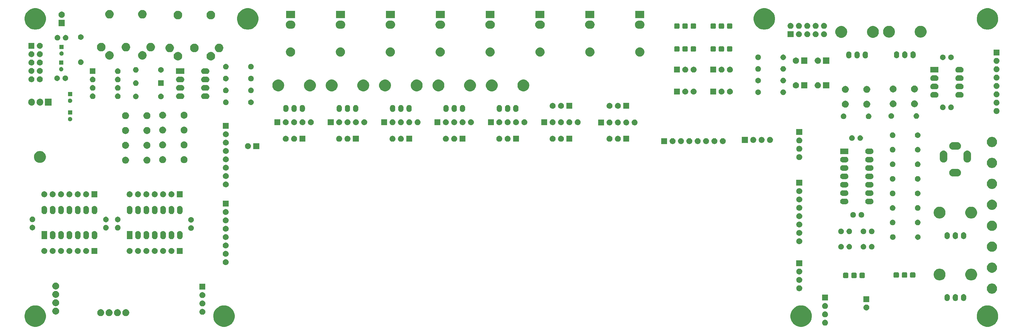
<source format=gbr>
G04 #@! TF.GenerationSoftware,KiCad,Pcbnew,(5.0.2)-1*
G04 #@! TF.CreationDate,2021-01-10T12:53:51+01:00*
G04 #@! TF.ProjectId,OpenEuroBoard,4f70656e-4575-4726-9f42-6f6172642e6b,rev?*
G04 #@! TF.SameCoordinates,Original*
G04 #@! TF.FileFunction,Soldermask,Bot*
G04 #@! TF.FilePolarity,Negative*
%FSLAX46Y46*%
G04 Gerber Fmt 4.6, Leading zero omitted, Abs format (unit mm)*
G04 Created by KiCad (PCBNEW (5.0.2)-1) date 10/01/2021 12:53:51*
%MOMM*%
%LPD*%
G01*
G04 APERTURE LIST*
%ADD10C,0.100000*%
G04 APERTURE END LIST*
D10*
G36*
X294960552Y-92029385D02*
X295435882Y-92123934D01*
X296027526Y-92369001D01*
X296317123Y-92562504D01*
X296559995Y-92724786D01*
X297012814Y-93177605D01*
X297012816Y-93177608D01*
X297368599Y-93710074D01*
X297602875Y-94275667D01*
X297613666Y-94301719D01*
X297738600Y-94929803D01*
X297738600Y-95570197D01*
X297676133Y-95884239D01*
X297613666Y-96198282D01*
X297368599Y-96789926D01*
X297120865Y-97160685D01*
X297012814Y-97322395D01*
X296559995Y-97775214D01*
X296559992Y-97775216D01*
X296027526Y-98130999D01*
X295435882Y-98376066D01*
X295121839Y-98438533D01*
X294807797Y-98501000D01*
X294167403Y-98501000D01*
X293853361Y-98438533D01*
X293539318Y-98376066D01*
X292947674Y-98130999D01*
X292415208Y-97775216D01*
X292415205Y-97775214D01*
X291962386Y-97322395D01*
X291854335Y-97160685D01*
X291606601Y-96789926D01*
X291361534Y-96198282D01*
X291299067Y-95884239D01*
X291236600Y-95570197D01*
X291236600Y-94929803D01*
X291361534Y-94301719D01*
X291372325Y-94275667D01*
X291606601Y-93710074D01*
X291962384Y-93177608D01*
X291962386Y-93177605D01*
X292415205Y-92724786D01*
X292658077Y-92562504D01*
X292947674Y-92369001D01*
X293539318Y-92123934D01*
X294014648Y-92029385D01*
X294167403Y-91999000D01*
X294807797Y-91999000D01*
X294960552Y-92029385D01*
X294960552Y-92029385D01*
G37*
G36*
X238369352Y-92029385D02*
X238844682Y-92123934D01*
X239436326Y-92369001D01*
X239725923Y-92562504D01*
X239968795Y-92724786D01*
X240421614Y-93177605D01*
X240421616Y-93177608D01*
X240777399Y-93710074D01*
X241011675Y-94275667D01*
X241022466Y-94301719D01*
X241147400Y-94929803D01*
X241147400Y-95570197D01*
X241084933Y-95884239D01*
X241022466Y-96198282D01*
X240777399Y-96789926D01*
X240529665Y-97160685D01*
X240421614Y-97322395D01*
X239968795Y-97775214D01*
X239968792Y-97775216D01*
X239436326Y-98130999D01*
X238844682Y-98376066D01*
X238530639Y-98438533D01*
X238216597Y-98501000D01*
X237576203Y-98501000D01*
X237262161Y-98438533D01*
X236948118Y-98376066D01*
X236356474Y-98130999D01*
X235824008Y-97775216D01*
X235824005Y-97775214D01*
X235371186Y-97322395D01*
X235263135Y-97160685D01*
X235015401Y-96789926D01*
X234770334Y-96198282D01*
X234707867Y-95884239D01*
X234645400Y-95570197D01*
X234645400Y-94929803D01*
X234770334Y-94301719D01*
X234781125Y-94275667D01*
X235015401Y-93710074D01*
X235371184Y-93177608D01*
X235371186Y-93177605D01*
X235824005Y-92724786D01*
X236066877Y-92562504D01*
X236356474Y-92369001D01*
X236948118Y-92123934D01*
X237423448Y-92029385D01*
X237576203Y-91999000D01*
X238216597Y-91999000D01*
X238369352Y-92029385D01*
X238369352Y-92029385D01*
G37*
G36*
X5857752Y-92029385D02*
X6333082Y-92123934D01*
X6924726Y-92369001D01*
X7214323Y-92562504D01*
X7457195Y-92724786D01*
X7910014Y-93177605D01*
X7910016Y-93177608D01*
X8265799Y-93710074D01*
X8500075Y-94275667D01*
X8510866Y-94301719D01*
X8635800Y-94929803D01*
X8635800Y-95570197D01*
X8573333Y-95884239D01*
X8510866Y-96198282D01*
X8265799Y-96789926D01*
X8018065Y-97160685D01*
X7910014Y-97322395D01*
X7457195Y-97775214D01*
X7457192Y-97775216D01*
X6924726Y-98130999D01*
X6333082Y-98376066D01*
X6019039Y-98438533D01*
X5704997Y-98501000D01*
X5064603Y-98501000D01*
X4750561Y-98438533D01*
X4436518Y-98376066D01*
X3844874Y-98130999D01*
X3312408Y-97775216D01*
X3312405Y-97775214D01*
X2859586Y-97322395D01*
X2751535Y-97160685D01*
X2503801Y-96789926D01*
X2258734Y-96198282D01*
X2196267Y-95884239D01*
X2133800Y-95570197D01*
X2133800Y-94929803D01*
X2258734Y-94301719D01*
X2269525Y-94275667D01*
X2503801Y-93710074D01*
X2859584Y-93177608D01*
X2859586Y-93177605D01*
X3312405Y-92724786D01*
X3555277Y-92562504D01*
X3844874Y-92369001D01*
X4436518Y-92123934D01*
X4911848Y-92029385D01*
X5064603Y-91999000D01*
X5704997Y-91999000D01*
X5857752Y-92029385D01*
X5857752Y-92029385D01*
G37*
G36*
X63160152Y-92029385D02*
X63635482Y-92123934D01*
X64227126Y-92369001D01*
X64516723Y-92562504D01*
X64759595Y-92724786D01*
X65212414Y-93177605D01*
X65212416Y-93177608D01*
X65568199Y-93710074D01*
X65802475Y-94275667D01*
X65813266Y-94301719D01*
X65938200Y-94929803D01*
X65938200Y-95570197D01*
X65875733Y-95884239D01*
X65813266Y-96198282D01*
X65568199Y-96789926D01*
X65320465Y-97160685D01*
X65212414Y-97322395D01*
X64759595Y-97775214D01*
X64759592Y-97775216D01*
X64227126Y-98130999D01*
X63635482Y-98376066D01*
X63321439Y-98438533D01*
X63007397Y-98501000D01*
X62367003Y-98501000D01*
X62052961Y-98438533D01*
X61738918Y-98376066D01*
X61147274Y-98130999D01*
X60614808Y-97775216D01*
X60614805Y-97775214D01*
X60161986Y-97322395D01*
X60053935Y-97160685D01*
X59806201Y-96789926D01*
X59561134Y-96198282D01*
X59498667Y-95884239D01*
X59436200Y-95570197D01*
X59436200Y-94929803D01*
X59561134Y-94301719D01*
X59571925Y-94275667D01*
X59806201Y-93710074D01*
X60161984Y-93177608D01*
X60161986Y-93177605D01*
X60614805Y-92724786D01*
X60857677Y-92562504D01*
X61147274Y-92369001D01*
X61738918Y-92123934D01*
X62214248Y-92029385D01*
X62367003Y-91999000D01*
X63007397Y-91999000D01*
X63160152Y-92029385D01*
X63160152Y-92029385D01*
G37*
G36*
X245271243Y-96336719D02*
X245337427Y-96343237D01*
X245450653Y-96377584D01*
X245507267Y-96394757D01*
X245645887Y-96468852D01*
X245663791Y-96478422D01*
X245685278Y-96496056D01*
X245800986Y-96591014D01*
X245857239Y-96659560D01*
X245913578Y-96728209D01*
X245913579Y-96728211D01*
X245997243Y-96884733D01*
X245997243Y-96884734D01*
X246048763Y-97054573D01*
X246066159Y-97231200D01*
X246048763Y-97407827D01*
X246040104Y-97436371D01*
X245997243Y-97577667D01*
X245982323Y-97605580D01*
X245913578Y-97734191D01*
X245884248Y-97769929D01*
X245800986Y-97871386D01*
X245699529Y-97954648D01*
X245663791Y-97983978D01*
X245663789Y-97983979D01*
X245507267Y-98067643D01*
X245454439Y-98083668D01*
X245337427Y-98119163D01*
X245271243Y-98125681D01*
X245205060Y-98132200D01*
X245116540Y-98132200D01*
X245050357Y-98125681D01*
X244984173Y-98119163D01*
X244867161Y-98083668D01*
X244814333Y-98067643D01*
X244657811Y-97983979D01*
X244657809Y-97983978D01*
X244622071Y-97954648D01*
X244520614Y-97871386D01*
X244437352Y-97769929D01*
X244408022Y-97734191D01*
X244339277Y-97605580D01*
X244324357Y-97577667D01*
X244281496Y-97436371D01*
X244272837Y-97407827D01*
X244255441Y-97231200D01*
X244272837Y-97054573D01*
X244324357Y-96884734D01*
X244324357Y-96884733D01*
X244408021Y-96728211D01*
X244408022Y-96728209D01*
X244464361Y-96659560D01*
X244520614Y-96591014D01*
X244636322Y-96496056D01*
X244657809Y-96478422D01*
X244675713Y-96468852D01*
X244814333Y-96394757D01*
X244870947Y-96377584D01*
X244984173Y-96343237D01*
X245050357Y-96336719D01*
X245116540Y-96330200D01*
X245205060Y-96330200D01*
X245271243Y-96336719D01*
X245271243Y-96336719D01*
G37*
G36*
X245271242Y-93796718D02*
X245337427Y-93803237D01*
X245424057Y-93829516D01*
X245507267Y-93854757D01*
X245645887Y-93928852D01*
X245663791Y-93938422D01*
X245681085Y-93952615D01*
X245800986Y-94051014D01*
X245884248Y-94152471D01*
X245913578Y-94188209D01*
X245913579Y-94188211D01*
X245997243Y-94344733D01*
X245997243Y-94344734D01*
X246048763Y-94514573D01*
X246066159Y-94691200D01*
X246048763Y-94867827D01*
X246020043Y-94962504D01*
X245997243Y-95037667D01*
X245956129Y-95114584D01*
X245913578Y-95194191D01*
X245904231Y-95205580D01*
X245800986Y-95331386D01*
X245699529Y-95414648D01*
X245663791Y-95443978D01*
X245663789Y-95443979D01*
X245507267Y-95527643D01*
X245474785Y-95537496D01*
X245337427Y-95579163D01*
X245271242Y-95585682D01*
X245205060Y-95592200D01*
X245116540Y-95592200D01*
X245050358Y-95585682D01*
X244984173Y-95579163D01*
X244846815Y-95537496D01*
X244814333Y-95527643D01*
X244657811Y-95443979D01*
X244657809Y-95443978D01*
X244622071Y-95414648D01*
X244520614Y-95331386D01*
X244417369Y-95205580D01*
X244408022Y-95194191D01*
X244365471Y-95114584D01*
X244324357Y-95037667D01*
X244301557Y-94962504D01*
X244272837Y-94867827D01*
X244255441Y-94691200D01*
X244272837Y-94514573D01*
X244324357Y-94344734D01*
X244324357Y-94344733D01*
X244408021Y-94188211D01*
X244408022Y-94188209D01*
X244437352Y-94152471D01*
X244520614Y-94051014D01*
X244640515Y-93952615D01*
X244657809Y-93938422D01*
X244675713Y-93928852D01*
X244814333Y-93854757D01*
X244897543Y-93829516D01*
X244984173Y-93803237D01*
X245050358Y-93796718D01*
X245116540Y-93790200D01*
X245205060Y-93790200D01*
X245271242Y-93796718D01*
X245271242Y-93796718D01*
G37*
G36*
X25577965Y-93172589D02*
X25769234Y-93251815D01*
X25941376Y-93366837D01*
X26087763Y-93513224D01*
X26202785Y-93685366D01*
X26282011Y-93876635D01*
X26322400Y-94079684D01*
X26322400Y-94286716D01*
X26282011Y-94489765D01*
X26202785Y-94681034D01*
X26087763Y-94853176D01*
X25941376Y-94999563D01*
X25769234Y-95114585D01*
X25577965Y-95193811D01*
X25374916Y-95234200D01*
X25167884Y-95234200D01*
X24964835Y-95193811D01*
X24773566Y-95114585D01*
X24601424Y-94999563D01*
X24455037Y-94853176D01*
X24340015Y-94681034D01*
X24260789Y-94489765D01*
X24220400Y-94286716D01*
X24220400Y-94079684D01*
X24260789Y-93876635D01*
X24340015Y-93685366D01*
X24455037Y-93513224D01*
X24601424Y-93366837D01*
X24773566Y-93251815D01*
X24964835Y-93172589D01*
X25167884Y-93132200D01*
X25374916Y-93132200D01*
X25577965Y-93172589D01*
X25577965Y-93172589D01*
G37*
G36*
X33197965Y-93172589D02*
X33389234Y-93251815D01*
X33561376Y-93366837D01*
X33707763Y-93513224D01*
X33822785Y-93685366D01*
X33902011Y-93876635D01*
X33942400Y-94079684D01*
X33942400Y-94286716D01*
X33902011Y-94489765D01*
X33822785Y-94681034D01*
X33707763Y-94853176D01*
X33561376Y-94999563D01*
X33389234Y-95114585D01*
X33197965Y-95193811D01*
X32994916Y-95234200D01*
X32787884Y-95234200D01*
X32584835Y-95193811D01*
X32393566Y-95114585D01*
X32221424Y-94999563D01*
X32075037Y-94853176D01*
X31960015Y-94681034D01*
X31880789Y-94489765D01*
X31840400Y-94286716D01*
X31840400Y-94079684D01*
X31880789Y-93876635D01*
X31960015Y-93685366D01*
X32075037Y-93513224D01*
X32221424Y-93366837D01*
X32393566Y-93251815D01*
X32584835Y-93172589D01*
X32787884Y-93132200D01*
X32994916Y-93132200D01*
X33197965Y-93172589D01*
X33197965Y-93172589D01*
G37*
G36*
X30657965Y-93172589D02*
X30849234Y-93251815D01*
X31021376Y-93366837D01*
X31167763Y-93513224D01*
X31282785Y-93685366D01*
X31362011Y-93876635D01*
X31402400Y-94079684D01*
X31402400Y-94286716D01*
X31362011Y-94489765D01*
X31282785Y-94681034D01*
X31167763Y-94853176D01*
X31021376Y-94999563D01*
X30849234Y-95114585D01*
X30657965Y-95193811D01*
X30454916Y-95234200D01*
X30247884Y-95234200D01*
X30044835Y-95193811D01*
X29853566Y-95114585D01*
X29681424Y-94999563D01*
X29535037Y-94853176D01*
X29420015Y-94681034D01*
X29340789Y-94489765D01*
X29300400Y-94286716D01*
X29300400Y-94079684D01*
X29340789Y-93876635D01*
X29420015Y-93685366D01*
X29535037Y-93513224D01*
X29681424Y-93366837D01*
X29853566Y-93251815D01*
X30044835Y-93172589D01*
X30247884Y-93132200D01*
X30454916Y-93132200D01*
X30657965Y-93172589D01*
X30657965Y-93172589D01*
G37*
G36*
X28117965Y-93172589D02*
X28309234Y-93251815D01*
X28481376Y-93366837D01*
X28627763Y-93513224D01*
X28742785Y-93685366D01*
X28822011Y-93876635D01*
X28862400Y-94079684D01*
X28862400Y-94286716D01*
X28822011Y-94489765D01*
X28742785Y-94681034D01*
X28627763Y-94853176D01*
X28481376Y-94999563D01*
X28309234Y-95114585D01*
X28117965Y-95193811D01*
X27914916Y-95234200D01*
X27707884Y-95234200D01*
X27504835Y-95193811D01*
X27313566Y-95114585D01*
X27141424Y-94999563D01*
X26995037Y-94853176D01*
X26880015Y-94681034D01*
X26800789Y-94489765D01*
X26760400Y-94286716D01*
X26760400Y-94079684D01*
X26800789Y-93876635D01*
X26880015Y-93685366D01*
X26995037Y-93513224D01*
X27141424Y-93366837D01*
X27313566Y-93251815D01*
X27504835Y-93172589D01*
X27707884Y-93132200D01*
X27914916Y-93132200D01*
X28117965Y-93172589D01*
X28117965Y-93172589D01*
G37*
G36*
X56244443Y-93034719D02*
X56310627Y-93041237D01*
X56423853Y-93075584D01*
X56480467Y-93092757D01*
X56593683Y-93153273D01*
X56636991Y-93176422D01*
X56666103Y-93200314D01*
X56774186Y-93289014D01*
X56857448Y-93390471D01*
X56886778Y-93426209D01*
X56886779Y-93426211D01*
X56970443Y-93582733D01*
X56970443Y-93582734D01*
X57021963Y-93752573D01*
X57039359Y-93929200D01*
X57021963Y-94105827D01*
X56996973Y-94188209D01*
X56970443Y-94275667D01*
X56896348Y-94414287D01*
X56886778Y-94432191D01*
X56857448Y-94467929D01*
X56774186Y-94569386D01*
X56672729Y-94652648D01*
X56636991Y-94681978D01*
X56636989Y-94681979D01*
X56480467Y-94765643D01*
X56443027Y-94777000D01*
X56310627Y-94817163D01*
X56244443Y-94823681D01*
X56178260Y-94830200D01*
X56089740Y-94830200D01*
X56023557Y-94823681D01*
X55957373Y-94817163D01*
X55824973Y-94777000D01*
X55787533Y-94765643D01*
X55631011Y-94681979D01*
X55631009Y-94681978D01*
X55595271Y-94652648D01*
X55493814Y-94569386D01*
X55410552Y-94467929D01*
X55381222Y-94432191D01*
X55371652Y-94414287D01*
X55297557Y-94275667D01*
X55271027Y-94188209D01*
X55246037Y-94105827D01*
X55228641Y-93929200D01*
X55246037Y-93752573D01*
X55297557Y-93582734D01*
X55297557Y-93582733D01*
X55381221Y-93426211D01*
X55381222Y-93426209D01*
X55410552Y-93390471D01*
X55493814Y-93289014D01*
X55601897Y-93200314D01*
X55631009Y-93176422D01*
X55674317Y-93153273D01*
X55787533Y-93092757D01*
X55844147Y-93075584D01*
X55957373Y-93041237D01*
X56023557Y-93034719D01*
X56089740Y-93028200D01*
X56178260Y-93028200D01*
X56244443Y-93034719D01*
X56244443Y-93034719D01*
G37*
G36*
X11888965Y-92715389D02*
X12080234Y-92794615D01*
X12252376Y-92909637D01*
X12398763Y-93056024D01*
X12513785Y-93228166D01*
X12593011Y-93419435D01*
X12633400Y-93622484D01*
X12633400Y-93829516D01*
X12593011Y-94032565D01*
X12513785Y-94223834D01*
X12398763Y-94395976D01*
X12252376Y-94542363D01*
X12080234Y-94657385D01*
X11888965Y-94736611D01*
X11685916Y-94777000D01*
X11478884Y-94777000D01*
X11275835Y-94736611D01*
X11084566Y-94657385D01*
X10912424Y-94542363D01*
X10766037Y-94395976D01*
X10651015Y-94223834D01*
X10571789Y-94032565D01*
X10531400Y-93829516D01*
X10531400Y-93622484D01*
X10571789Y-93419435D01*
X10651015Y-93228166D01*
X10766037Y-93056024D01*
X10912424Y-92909637D01*
X11084566Y-92794615D01*
X11275835Y-92715389D01*
X11478884Y-92675000D01*
X11685916Y-92675000D01*
X11888965Y-92715389D01*
X11888965Y-92715389D01*
G37*
G36*
X257818842Y-91713918D02*
X257885027Y-91720437D01*
X257998253Y-91754784D01*
X258054867Y-91771957D01*
X258193487Y-91846052D01*
X258211391Y-91855622D01*
X258211822Y-91855976D01*
X258348586Y-91968214D01*
X258431848Y-92069671D01*
X258461178Y-92105409D01*
X258461179Y-92105411D01*
X258544843Y-92261933D01*
X258562016Y-92318547D01*
X258596363Y-92431773D01*
X258613759Y-92608400D01*
X258596363Y-92785027D01*
X258593454Y-92794616D01*
X258544843Y-92954867D01*
X258490773Y-93056024D01*
X258461178Y-93111391D01*
X258444100Y-93132200D01*
X258348586Y-93248586D01*
X258284718Y-93301000D01*
X258211391Y-93361178D01*
X258211389Y-93361179D01*
X258054867Y-93444843D01*
X257998253Y-93462016D01*
X257885027Y-93496363D01*
X257818843Y-93502881D01*
X257752660Y-93509400D01*
X257664140Y-93509400D01*
X257597957Y-93502881D01*
X257531773Y-93496363D01*
X257418547Y-93462016D01*
X257361933Y-93444843D01*
X257205411Y-93361179D01*
X257205409Y-93361178D01*
X257132082Y-93301000D01*
X257068214Y-93248586D01*
X256972700Y-93132200D01*
X256955622Y-93111391D01*
X256926027Y-93056024D01*
X256871957Y-92954867D01*
X256823346Y-92794616D01*
X256820437Y-92785027D01*
X256803041Y-92608400D01*
X256820437Y-92431773D01*
X256854784Y-92318547D01*
X256871957Y-92261933D01*
X256955621Y-92105411D01*
X256955622Y-92105409D01*
X256984952Y-92069671D01*
X257068214Y-91968214D01*
X257204978Y-91855976D01*
X257205409Y-91855622D01*
X257223313Y-91846052D01*
X257361933Y-91771957D01*
X257418547Y-91754784D01*
X257531773Y-91720437D01*
X257597958Y-91713918D01*
X257664140Y-91707400D01*
X257752660Y-91707400D01*
X257818842Y-91713918D01*
X257818842Y-91713918D01*
G37*
G36*
X245271243Y-91256719D02*
X245337427Y-91263237D01*
X245424057Y-91289516D01*
X245507267Y-91314757D01*
X245645887Y-91388852D01*
X245663791Y-91398422D01*
X245699529Y-91427752D01*
X245800986Y-91511014D01*
X245884248Y-91612471D01*
X245913578Y-91648209D01*
X245913579Y-91648211D01*
X245997243Y-91804733D01*
X245997243Y-91804734D01*
X246048763Y-91974573D01*
X246066159Y-92151200D01*
X246048763Y-92327827D01*
X246036273Y-92369001D01*
X245997243Y-92497667D01*
X245962586Y-92562504D01*
X245913578Y-92654191D01*
X245896500Y-92675000D01*
X245800986Y-92791386D01*
X245699529Y-92874648D01*
X245663791Y-92903978D01*
X245663789Y-92903979D01*
X245507267Y-92987643D01*
X245450653Y-93004816D01*
X245337427Y-93039163D01*
X245271243Y-93045681D01*
X245205060Y-93052200D01*
X245116540Y-93052200D01*
X245050358Y-93045682D01*
X244984173Y-93039163D01*
X244870947Y-93004816D01*
X244814333Y-92987643D01*
X244657811Y-92903979D01*
X244657809Y-92903978D01*
X244622071Y-92874648D01*
X244520614Y-92791386D01*
X244425100Y-92675000D01*
X244408022Y-92654191D01*
X244359014Y-92562504D01*
X244324357Y-92497667D01*
X244285327Y-92369001D01*
X244272837Y-92327827D01*
X244255441Y-92151200D01*
X244272837Y-91974573D01*
X244324357Y-91804734D01*
X244324357Y-91804733D01*
X244408021Y-91648211D01*
X244408022Y-91648209D01*
X244437352Y-91612471D01*
X244520614Y-91511014D01*
X244622071Y-91427752D01*
X244657809Y-91398422D01*
X244675713Y-91388852D01*
X244814333Y-91314757D01*
X244897543Y-91289516D01*
X244984173Y-91263237D01*
X245050357Y-91256719D01*
X245116540Y-91250200D01*
X245205060Y-91250200D01*
X245271243Y-91256719D01*
X245271243Y-91256719D01*
G37*
G36*
X56244443Y-90494719D02*
X56310627Y-90501237D01*
X56423853Y-90535584D01*
X56480467Y-90552757D01*
X56558389Y-90594408D01*
X56636991Y-90636422D01*
X56672729Y-90665752D01*
X56774186Y-90749014D01*
X56857448Y-90850471D01*
X56886778Y-90886209D01*
X56886779Y-90886211D01*
X56970443Y-91042733D01*
X56970443Y-91042734D01*
X57021963Y-91212573D01*
X57039359Y-91389200D01*
X57021963Y-91565827D01*
X56996973Y-91648209D01*
X56970443Y-91735667D01*
X56896348Y-91874287D01*
X56886778Y-91892191D01*
X56857448Y-91927929D01*
X56774186Y-92029386D01*
X56681550Y-92105409D01*
X56636991Y-92141978D01*
X56636989Y-92141979D01*
X56480467Y-92225643D01*
X56443027Y-92237000D01*
X56310627Y-92277163D01*
X56244442Y-92283682D01*
X56178260Y-92290200D01*
X56089740Y-92290200D01*
X56023558Y-92283682D01*
X55957373Y-92277163D01*
X55824973Y-92237000D01*
X55787533Y-92225643D01*
X55631011Y-92141979D01*
X55631009Y-92141978D01*
X55586450Y-92105409D01*
X55493814Y-92029386D01*
X55410552Y-91927929D01*
X55381222Y-91892191D01*
X55371652Y-91874287D01*
X55297557Y-91735667D01*
X55271027Y-91648209D01*
X55246037Y-91565827D01*
X55228641Y-91389200D01*
X55246037Y-91212573D01*
X55297557Y-91042734D01*
X55297557Y-91042733D01*
X55381221Y-90886211D01*
X55381222Y-90886209D01*
X55410552Y-90850471D01*
X55493814Y-90749014D01*
X55595271Y-90665752D01*
X55631009Y-90636422D01*
X55709611Y-90594408D01*
X55787533Y-90552757D01*
X55844147Y-90535584D01*
X55957373Y-90501237D01*
X56023557Y-90494719D01*
X56089740Y-90488200D01*
X56178260Y-90488200D01*
X56244443Y-90494719D01*
X56244443Y-90494719D01*
G37*
G36*
X11888965Y-90175389D02*
X12080234Y-90254615D01*
X12252376Y-90369637D01*
X12398763Y-90516024D01*
X12513785Y-90688166D01*
X12593011Y-90879435D01*
X12633400Y-91082484D01*
X12633400Y-91289516D01*
X12593011Y-91492565D01*
X12513785Y-91683834D01*
X12398763Y-91855976D01*
X12252376Y-92002363D01*
X12080234Y-92117385D01*
X11888965Y-92196611D01*
X11685916Y-92237000D01*
X11478884Y-92237000D01*
X11275835Y-92196611D01*
X11084566Y-92117385D01*
X10912424Y-92002363D01*
X10766037Y-91855976D01*
X10651015Y-91683834D01*
X10571789Y-91492565D01*
X10531400Y-91289516D01*
X10531400Y-91082484D01*
X10571789Y-90879435D01*
X10651015Y-90688166D01*
X10766037Y-90516024D01*
X10912424Y-90369637D01*
X11084566Y-90254615D01*
X11275835Y-90175389D01*
X11478884Y-90135000D01*
X11685916Y-90135000D01*
X11888965Y-90175389D01*
X11888965Y-90175389D01*
G37*
G36*
X258609400Y-90969400D02*
X256807400Y-90969400D01*
X256807400Y-89167400D01*
X258609400Y-89167400D01*
X258609400Y-90969400D01*
X258609400Y-90969400D01*
G37*
G36*
X284891024Y-88561390D02*
X285042011Y-88607192D01*
X285181161Y-88681568D01*
X285216049Y-88710200D01*
X285303133Y-88781667D01*
X285303134Y-88781669D01*
X285303136Y-88781670D01*
X285403230Y-88903635D01*
X285477608Y-89042788D01*
X285523410Y-89193775D01*
X285535000Y-89311454D01*
X285535000Y-89890146D01*
X285523410Y-90007825D01*
X285477608Y-90158812D01*
X285403230Y-90297965D01*
X285303133Y-90419933D01*
X285181165Y-90520030D01*
X285042012Y-90594408D01*
X284891025Y-90640210D01*
X284734000Y-90655675D01*
X284576976Y-90640210D01*
X284425989Y-90594408D01*
X284286836Y-90520030D01*
X284164868Y-90419933D01*
X284123591Y-90369637D01*
X284064771Y-90297965D01*
X283990392Y-90158812D01*
X283967491Y-90083318D01*
X283944590Y-90007825D01*
X283933000Y-89890146D01*
X283933000Y-89311455D01*
X283944590Y-89193776D01*
X283990392Y-89042789D01*
X284064768Y-88903639D01*
X284164865Y-88781670D01*
X284164867Y-88781667D01*
X284164869Y-88781666D01*
X284164870Y-88781664D01*
X284286835Y-88681570D01*
X284425988Y-88607192D01*
X284576975Y-88561390D01*
X284734000Y-88545925D01*
X284891024Y-88561390D01*
X284891024Y-88561390D01*
G37*
G36*
X282391024Y-88561390D02*
X282542011Y-88607192D01*
X282681161Y-88681568D01*
X282716049Y-88710200D01*
X282803133Y-88781667D01*
X282803134Y-88781669D01*
X282803136Y-88781670D01*
X282903230Y-88903635D01*
X282977608Y-89042788D01*
X283023410Y-89193775D01*
X283035000Y-89311454D01*
X283035000Y-89890146D01*
X283023410Y-90007825D01*
X282977608Y-90158812D01*
X282903230Y-90297965D01*
X282803133Y-90419933D01*
X282681165Y-90520030D01*
X282542012Y-90594408D01*
X282391025Y-90640210D01*
X282234000Y-90655675D01*
X282076976Y-90640210D01*
X281925989Y-90594408D01*
X281786836Y-90520030D01*
X281664868Y-90419933D01*
X281623591Y-90369637D01*
X281564771Y-90297965D01*
X281490392Y-90158812D01*
X281467491Y-90083318D01*
X281444590Y-90007825D01*
X281433000Y-89890146D01*
X281433000Y-89311455D01*
X281444590Y-89193776D01*
X281490392Y-89042789D01*
X281564768Y-88903639D01*
X281664865Y-88781670D01*
X281664867Y-88781667D01*
X281664869Y-88781666D01*
X281664870Y-88781664D01*
X281786835Y-88681570D01*
X281925988Y-88607192D01*
X282076975Y-88561390D01*
X282234000Y-88545925D01*
X282391024Y-88561390D01*
X282391024Y-88561390D01*
G37*
G36*
X287391024Y-88561390D02*
X287542011Y-88607192D01*
X287681161Y-88681568D01*
X287716049Y-88710200D01*
X287803133Y-88781667D01*
X287803134Y-88781669D01*
X287803136Y-88781670D01*
X287903230Y-88903635D01*
X287977608Y-89042788D01*
X288023410Y-89193775D01*
X288035000Y-89311454D01*
X288035000Y-89890146D01*
X288023410Y-90007825D01*
X287977608Y-90158812D01*
X287903230Y-90297965D01*
X287803133Y-90419933D01*
X287681165Y-90520030D01*
X287542012Y-90594408D01*
X287391025Y-90640210D01*
X287234000Y-90655675D01*
X287076976Y-90640210D01*
X286925989Y-90594408D01*
X286786836Y-90520030D01*
X286664868Y-90419933D01*
X286623591Y-90369637D01*
X286564771Y-90297965D01*
X286490392Y-90158812D01*
X286467491Y-90083318D01*
X286444590Y-90007825D01*
X286433000Y-89890146D01*
X286433000Y-89311455D01*
X286444590Y-89193776D01*
X286490392Y-89042789D01*
X286564768Y-88903639D01*
X286664865Y-88781670D01*
X286664867Y-88781667D01*
X286664869Y-88781666D01*
X286664870Y-88781664D01*
X286786835Y-88681570D01*
X286925988Y-88607192D01*
X287076975Y-88561390D01*
X287234000Y-88545925D01*
X287391024Y-88561390D01*
X287391024Y-88561390D01*
G37*
G36*
X246061800Y-90512200D02*
X244259800Y-90512200D01*
X244259800Y-88710200D01*
X246061800Y-88710200D01*
X246061800Y-90512200D01*
X246061800Y-90512200D01*
G37*
G36*
X56244442Y-87954718D02*
X56310627Y-87961237D01*
X56423853Y-87995584D01*
X56480467Y-88012757D01*
X56592682Y-88072738D01*
X56636991Y-88096422D01*
X56672729Y-88125752D01*
X56774186Y-88209014D01*
X56857448Y-88310471D01*
X56886778Y-88346209D01*
X56886779Y-88346211D01*
X56970443Y-88502733D01*
X56970443Y-88502734D01*
X57021963Y-88672573D01*
X57039359Y-88849200D01*
X57021963Y-89025827D01*
X56987616Y-89139053D01*
X56970443Y-89195667D01*
X56896348Y-89334287D01*
X56886778Y-89352191D01*
X56857448Y-89387929D01*
X56774186Y-89489386D01*
X56672729Y-89572648D01*
X56636991Y-89601978D01*
X56636989Y-89601979D01*
X56480467Y-89685643D01*
X56443027Y-89697000D01*
X56310627Y-89737163D01*
X56244442Y-89743682D01*
X56178260Y-89750200D01*
X56089740Y-89750200D01*
X56023558Y-89743682D01*
X55957373Y-89737163D01*
X55824973Y-89697000D01*
X55787533Y-89685643D01*
X55631011Y-89601979D01*
X55631009Y-89601978D01*
X55595271Y-89572648D01*
X55493814Y-89489386D01*
X55410552Y-89387929D01*
X55381222Y-89352191D01*
X55371652Y-89334287D01*
X55297557Y-89195667D01*
X55280384Y-89139053D01*
X55246037Y-89025827D01*
X55228641Y-88849200D01*
X55246037Y-88672573D01*
X55297557Y-88502734D01*
X55297557Y-88502733D01*
X55381221Y-88346211D01*
X55381222Y-88346209D01*
X55410552Y-88310471D01*
X55493814Y-88209014D01*
X55595271Y-88125752D01*
X55631009Y-88096422D01*
X55675318Y-88072738D01*
X55787533Y-88012757D01*
X55844147Y-87995584D01*
X55957373Y-87961237D01*
X56023558Y-87954718D01*
X56089740Y-87948200D01*
X56178260Y-87948200D01*
X56244442Y-87954718D01*
X56244442Y-87954718D01*
G37*
G36*
X11888965Y-87635389D02*
X12080234Y-87714615D01*
X12252376Y-87829637D01*
X12398763Y-87976024D01*
X12513785Y-88148166D01*
X12593011Y-88339435D01*
X12633400Y-88542484D01*
X12633400Y-88749516D01*
X12593011Y-88952565D01*
X12513785Y-89143834D01*
X12398763Y-89315976D01*
X12252376Y-89462363D01*
X12080234Y-89577385D01*
X11888965Y-89656611D01*
X11685916Y-89697000D01*
X11478884Y-89697000D01*
X11275835Y-89656611D01*
X11084566Y-89577385D01*
X10912424Y-89462363D01*
X10766037Y-89315976D01*
X10651015Y-89143834D01*
X10571789Y-88952565D01*
X10531400Y-88749516D01*
X10531400Y-88542484D01*
X10571789Y-88339435D01*
X10651015Y-88148166D01*
X10766037Y-87976024D01*
X10912424Y-87829637D01*
X11084566Y-87714615D01*
X11275835Y-87635389D01*
X11478884Y-87595000D01*
X11685916Y-87595000D01*
X11888965Y-87635389D01*
X11888965Y-87635389D01*
G37*
G36*
X296200927Y-85356736D02*
X296300810Y-85376604D01*
X296583074Y-85493521D01*
X296837105Y-85663259D01*
X297053141Y-85879295D01*
X297222879Y-86133326D01*
X297338543Y-86412565D01*
X297339796Y-86415591D01*
X297399400Y-86715238D01*
X297399400Y-87020762D01*
X297396093Y-87037385D01*
X297339796Y-87320410D01*
X297222879Y-87602674D01*
X297053141Y-87856705D01*
X296837105Y-88072741D01*
X296583074Y-88242479D01*
X296300810Y-88359396D01*
X296200927Y-88379264D01*
X296001162Y-88419000D01*
X295695638Y-88419000D01*
X295495873Y-88379264D01*
X295395990Y-88359396D01*
X295113726Y-88242479D01*
X294859695Y-88072741D01*
X294643659Y-87856705D01*
X294473921Y-87602674D01*
X294357004Y-87320410D01*
X294300707Y-87037385D01*
X294297400Y-87020762D01*
X294297400Y-86715238D01*
X294357004Y-86415591D01*
X294358257Y-86412565D01*
X294473921Y-86133326D01*
X294643659Y-85879295D01*
X294859695Y-85663259D01*
X295113726Y-85493521D01*
X295395990Y-85376604D01*
X295495873Y-85356736D01*
X295695638Y-85317000D01*
X296001162Y-85317000D01*
X296200927Y-85356736D01*
X296200927Y-85356736D01*
G37*
G36*
X237448042Y-85871918D02*
X237514227Y-85878437D01*
X237627453Y-85912784D01*
X237684067Y-85929957D01*
X237819753Y-86002484D01*
X237840591Y-86013622D01*
X237876329Y-86042952D01*
X237977786Y-86126214D01*
X238046149Y-86209516D01*
X238090378Y-86263409D01*
X238090379Y-86263411D01*
X238174043Y-86419933D01*
X238174043Y-86419934D01*
X238225563Y-86589773D01*
X238242959Y-86766400D01*
X238225563Y-86943027D01*
X238201983Y-87020760D01*
X238174043Y-87112867D01*
X238099948Y-87251487D01*
X238090378Y-87269391D01*
X238061048Y-87305129D01*
X237977786Y-87406586D01*
X237876329Y-87489848D01*
X237840591Y-87519178D01*
X237840589Y-87519179D01*
X237684067Y-87602843D01*
X237627453Y-87620016D01*
X237514227Y-87654363D01*
X237448042Y-87660882D01*
X237381860Y-87667400D01*
X237293340Y-87667400D01*
X237227158Y-87660882D01*
X237160973Y-87654363D01*
X237047747Y-87620016D01*
X236991133Y-87602843D01*
X236834611Y-87519179D01*
X236834609Y-87519178D01*
X236798871Y-87489848D01*
X236697414Y-87406586D01*
X236614152Y-87305129D01*
X236584822Y-87269391D01*
X236575252Y-87251487D01*
X236501157Y-87112867D01*
X236473217Y-87020760D01*
X236449637Y-86943027D01*
X236432241Y-86766400D01*
X236449637Y-86589773D01*
X236501157Y-86419934D01*
X236501157Y-86419933D01*
X236584821Y-86263411D01*
X236584822Y-86263409D01*
X236629051Y-86209516D01*
X236697414Y-86126214D01*
X236798871Y-86042952D01*
X236834609Y-86013622D01*
X236855447Y-86002484D01*
X236991133Y-85929957D01*
X237047747Y-85912784D01*
X237160973Y-85878437D01*
X237227157Y-85871919D01*
X237293340Y-85865400D01*
X237381860Y-85865400D01*
X237448042Y-85871918D01*
X237448042Y-85871918D01*
G37*
G36*
X57035000Y-87210200D02*
X55233000Y-87210200D01*
X55233000Y-85408200D01*
X57035000Y-85408200D01*
X57035000Y-87210200D01*
X57035000Y-87210200D01*
G37*
G36*
X11888965Y-85095389D02*
X12080234Y-85174615D01*
X12252376Y-85289637D01*
X12398763Y-85436024D01*
X12513785Y-85608166D01*
X12593011Y-85799435D01*
X12633400Y-86002484D01*
X12633400Y-86209516D01*
X12593011Y-86412565D01*
X12513785Y-86603834D01*
X12398763Y-86775976D01*
X12252376Y-86922363D01*
X12080234Y-87037385D01*
X11888965Y-87116611D01*
X11685916Y-87157000D01*
X11478884Y-87157000D01*
X11275835Y-87116611D01*
X11084566Y-87037385D01*
X10912424Y-86922363D01*
X10766037Y-86775976D01*
X10651015Y-86603834D01*
X10571789Y-86412565D01*
X10531400Y-86209516D01*
X10531400Y-86002484D01*
X10571789Y-85799435D01*
X10651015Y-85608166D01*
X10766037Y-85436024D01*
X10912424Y-85289637D01*
X11084566Y-85174615D01*
X11275835Y-85095389D01*
X11478884Y-85055000D01*
X11685916Y-85055000D01*
X11888965Y-85095389D01*
X11888965Y-85095389D01*
G37*
G36*
X237448043Y-83331919D02*
X237514227Y-83338437D01*
X237627453Y-83372784D01*
X237684067Y-83389957D01*
X237791045Y-83447139D01*
X237840591Y-83473622D01*
X237857061Y-83487139D01*
X237977786Y-83586214D01*
X238044741Y-83667800D01*
X238090378Y-83723409D01*
X238090379Y-83723411D01*
X238174043Y-83879933D01*
X238174043Y-83879934D01*
X238225563Y-84049773D01*
X238242959Y-84226400D01*
X238225563Y-84403027D01*
X238191216Y-84516253D01*
X238174043Y-84572867D01*
X238099948Y-84711487D01*
X238090378Y-84729391D01*
X238061048Y-84765129D01*
X237977786Y-84866586D01*
X237876329Y-84949848D01*
X237840591Y-84979178D01*
X237840589Y-84979179D01*
X237684067Y-85062843D01*
X237627453Y-85080016D01*
X237514227Y-85114363D01*
X237448042Y-85120882D01*
X237381860Y-85127400D01*
X237293340Y-85127400D01*
X237227157Y-85120881D01*
X237160973Y-85114363D01*
X237047747Y-85080016D01*
X236991133Y-85062843D01*
X236834611Y-84979179D01*
X236834609Y-84979178D01*
X236798871Y-84949848D01*
X236697414Y-84866586D01*
X236614152Y-84765129D01*
X236584822Y-84729391D01*
X236575252Y-84711487D01*
X236501157Y-84572867D01*
X236483984Y-84516253D01*
X236449637Y-84403027D01*
X236432241Y-84226400D01*
X236449637Y-84049773D01*
X236501157Y-83879934D01*
X236501157Y-83879933D01*
X236584821Y-83723411D01*
X236584822Y-83723409D01*
X236630459Y-83667800D01*
X236697414Y-83586214D01*
X236818139Y-83487139D01*
X236834609Y-83473622D01*
X236884155Y-83447139D01*
X236991133Y-83389957D01*
X237047747Y-83372784D01*
X237160973Y-83338437D01*
X237227157Y-83331919D01*
X237293340Y-83325400D01*
X237381860Y-83325400D01*
X237448043Y-83331919D01*
X237448043Y-83331919D01*
G37*
G36*
X280459331Y-80869011D02*
X280787092Y-81004774D01*
X281082073Y-81201874D01*
X281332926Y-81452727D01*
X281530026Y-81747708D01*
X281665789Y-82075469D01*
X281735000Y-82423416D01*
X281735000Y-82778184D01*
X281665789Y-83126131D01*
X281530026Y-83453892D01*
X281332926Y-83748873D01*
X281082073Y-83999726D01*
X280787092Y-84196826D01*
X280459331Y-84332589D01*
X280111384Y-84401800D01*
X279756616Y-84401800D01*
X279408669Y-84332589D01*
X279080908Y-84196826D01*
X278785927Y-83999726D01*
X278535074Y-83748873D01*
X278337974Y-83453892D01*
X278202211Y-83126131D01*
X278133000Y-82778184D01*
X278133000Y-82423416D01*
X278202211Y-82075469D01*
X278337974Y-81747708D01*
X278535074Y-81452727D01*
X278785927Y-81201874D01*
X279080908Y-81004774D01*
X279408669Y-80869011D01*
X279756616Y-80799800D01*
X280111384Y-80799800D01*
X280459331Y-80869011D01*
X280459331Y-80869011D01*
G37*
G36*
X290059331Y-80869011D02*
X290387092Y-81004774D01*
X290682073Y-81201874D01*
X290932926Y-81452727D01*
X291130026Y-81747708D01*
X291265789Y-82075469D01*
X291335000Y-82423416D01*
X291335000Y-82778184D01*
X291265789Y-83126131D01*
X291130026Y-83453892D01*
X290932926Y-83748873D01*
X290682073Y-83999726D01*
X290387092Y-84196826D01*
X290059331Y-84332589D01*
X289711384Y-84401800D01*
X289356616Y-84401800D01*
X289008669Y-84332589D01*
X288680908Y-84196826D01*
X288385927Y-83999726D01*
X288135074Y-83748873D01*
X287937974Y-83453892D01*
X287802211Y-83126131D01*
X287733000Y-82778184D01*
X287733000Y-82423416D01*
X287802211Y-82075469D01*
X287937974Y-81747708D01*
X288135074Y-81452727D01*
X288385927Y-81201874D01*
X288680908Y-81004774D01*
X289008669Y-80869011D01*
X289356616Y-80799800D01*
X289711384Y-80799800D01*
X290059331Y-80869011D01*
X290059331Y-80869011D01*
G37*
G36*
X254485193Y-82049003D02*
X254549614Y-82068544D01*
X254608976Y-82100275D01*
X254661017Y-82142983D01*
X254703725Y-82195024D01*
X254735456Y-82254386D01*
X254754997Y-82318807D01*
X254762200Y-82391941D01*
X254762200Y-83317659D01*
X254754997Y-83390793D01*
X254735456Y-83455214D01*
X254703725Y-83514576D01*
X254661017Y-83566617D01*
X254608976Y-83609325D01*
X254549614Y-83641056D01*
X254485193Y-83660597D01*
X254412059Y-83667800D01*
X253486341Y-83667800D01*
X253413207Y-83660597D01*
X253348786Y-83641056D01*
X253289424Y-83609325D01*
X253237383Y-83566617D01*
X253194675Y-83514576D01*
X253162944Y-83455214D01*
X253143403Y-83390793D01*
X253136200Y-83317659D01*
X253136200Y-82391941D01*
X253143403Y-82318807D01*
X253162944Y-82254386D01*
X253194675Y-82195024D01*
X253237383Y-82142983D01*
X253289424Y-82100275D01*
X253348786Y-82068544D01*
X253413207Y-82049003D01*
X253486341Y-82041800D01*
X254412059Y-82041800D01*
X254485193Y-82049003D01*
X254485193Y-82049003D01*
G37*
G36*
X256985193Y-82049003D02*
X257049614Y-82068544D01*
X257108976Y-82100275D01*
X257161017Y-82142983D01*
X257203725Y-82195024D01*
X257235456Y-82254386D01*
X257254997Y-82318807D01*
X257262200Y-82391941D01*
X257262200Y-83317659D01*
X257254997Y-83390793D01*
X257235456Y-83455214D01*
X257203725Y-83514576D01*
X257161017Y-83566617D01*
X257108976Y-83609325D01*
X257049614Y-83641056D01*
X256985193Y-83660597D01*
X256912059Y-83667800D01*
X255986341Y-83667800D01*
X255913207Y-83660597D01*
X255848786Y-83641056D01*
X255789424Y-83609325D01*
X255737383Y-83566617D01*
X255694675Y-83514576D01*
X255662944Y-83455214D01*
X255643403Y-83390793D01*
X255636200Y-83317659D01*
X255636200Y-82391941D01*
X255643403Y-82318807D01*
X255662944Y-82254386D01*
X255694675Y-82195024D01*
X255737383Y-82142983D01*
X255789424Y-82100275D01*
X255848786Y-82068544D01*
X255913207Y-82049003D01*
X255986341Y-82041800D01*
X256912059Y-82041800D01*
X256985193Y-82049003D01*
X256985193Y-82049003D01*
G37*
G36*
X251985193Y-82049003D02*
X252049614Y-82068544D01*
X252108976Y-82100275D01*
X252161017Y-82142983D01*
X252203725Y-82195024D01*
X252235456Y-82254386D01*
X252254997Y-82318807D01*
X252262200Y-82391941D01*
X252262200Y-83317659D01*
X252254997Y-83390793D01*
X252235456Y-83455214D01*
X252203725Y-83514576D01*
X252161017Y-83566617D01*
X252108976Y-83609325D01*
X252049614Y-83641056D01*
X251985193Y-83660597D01*
X251912059Y-83667800D01*
X250986341Y-83667800D01*
X250913207Y-83660597D01*
X250848786Y-83641056D01*
X250789424Y-83609325D01*
X250737383Y-83566617D01*
X250694675Y-83514576D01*
X250662944Y-83455214D01*
X250643403Y-83390793D01*
X250636200Y-83317659D01*
X250636200Y-82391941D01*
X250643403Y-82318807D01*
X250662944Y-82254386D01*
X250694675Y-82195024D01*
X250737383Y-82142983D01*
X250789424Y-82100275D01*
X250848786Y-82068544D01*
X250913207Y-82049003D01*
X250986341Y-82041800D01*
X251912059Y-82041800D01*
X251985193Y-82049003D01*
X251985193Y-82049003D01*
G37*
G36*
X272326793Y-81947403D02*
X272391214Y-81966944D01*
X272450576Y-81998675D01*
X272502617Y-82041383D01*
X272545325Y-82093424D01*
X272577056Y-82152786D01*
X272596597Y-82217207D01*
X272603800Y-82290341D01*
X272603800Y-83216059D01*
X272596597Y-83289193D01*
X272577056Y-83353614D01*
X272545325Y-83412976D01*
X272502617Y-83465017D01*
X272450576Y-83507725D01*
X272391214Y-83539456D01*
X272326793Y-83558997D01*
X272253659Y-83566200D01*
X271327941Y-83566200D01*
X271254807Y-83558997D01*
X271190386Y-83539456D01*
X271131024Y-83507725D01*
X271078983Y-83465017D01*
X271036275Y-83412976D01*
X271004544Y-83353614D01*
X270985003Y-83289193D01*
X270977800Y-83216059D01*
X270977800Y-82290341D01*
X270985003Y-82217207D01*
X271004544Y-82152786D01*
X271036275Y-82093424D01*
X271078983Y-82041383D01*
X271131024Y-81998675D01*
X271190386Y-81966944D01*
X271254807Y-81947403D01*
X271327941Y-81940200D01*
X272253659Y-81940200D01*
X272326793Y-81947403D01*
X272326793Y-81947403D01*
G37*
G36*
X269826793Y-81947403D02*
X269891214Y-81966944D01*
X269950576Y-81998675D01*
X270002617Y-82041383D01*
X270045325Y-82093424D01*
X270077056Y-82152786D01*
X270096597Y-82217207D01*
X270103800Y-82290341D01*
X270103800Y-83216059D01*
X270096597Y-83289193D01*
X270077056Y-83353614D01*
X270045325Y-83412976D01*
X270002617Y-83465017D01*
X269950576Y-83507725D01*
X269891214Y-83539456D01*
X269826793Y-83558997D01*
X269753659Y-83566200D01*
X268827941Y-83566200D01*
X268754807Y-83558997D01*
X268690386Y-83539456D01*
X268631024Y-83507725D01*
X268578983Y-83465017D01*
X268536275Y-83412976D01*
X268504544Y-83353614D01*
X268485003Y-83289193D01*
X268477800Y-83216059D01*
X268477800Y-82290341D01*
X268485003Y-82217207D01*
X268504544Y-82152786D01*
X268536275Y-82093424D01*
X268578983Y-82041383D01*
X268631024Y-81998675D01*
X268690386Y-81966944D01*
X268754807Y-81947403D01*
X268827941Y-81940200D01*
X269753659Y-81940200D01*
X269826793Y-81947403D01*
X269826793Y-81947403D01*
G37*
G36*
X267326793Y-81947403D02*
X267391214Y-81966944D01*
X267450576Y-81998675D01*
X267502617Y-82041383D01*
X267545325Y-82093424D01*
X267577056Y-82152786D01*
X267596597Y-82217207D01*
X267603800Y-82290341D01*
X267603800Y-83216059D01*
X267596597Y-83289193D01*
X267577056Y-83353614D01*
X267545325Y-83412976D01*
X267502617Y-83465017D01*
X267450576Y-83507725D01*
X267391214Y-83539456D01*
X267326793Y-83558997D01*
X267253659Y-83566200D01*
X266327941Y-83566200D01*
X266254807Y-83558997D01*
X266190386Y-83539456D01*
X266131024Y-83507725D01*
X266078983Y-83465017D01*
X266036275Y-83412976D01*
X266004544Y-83353614D01*
X265985003Y-83289193D01*
X265977800Y-83216059D01*
X265977800Y-82290341D01*
X265985003Y-82217207D01*
X266004544Y-82152786D01*
X266036275Y-82093424D01*
X266078983Y-82041383D01*
X266131024Y-81998675D01*
X266190386Y-81966944D01*
X266254807Y-81947403D01*
X266327941Y-81940200D01*
X267253659Y-81940200D01*
X267326793Y-81947403D01*
X267326793Y-81947403D01*
G37*
G36*
X237448042Y-80791918D02*
X237514227Y-80798437D01*
X237627453Y-80832784D01*
X237684067Y-80849957D01*
X237822687Y-80924052D01*
X237840591Y-80933622D01*
X237876329Y-80962952D01*
X237977786Y-81046214D01*
X238061048Y-81147671D01*
X238090378Y-81183409D01*
X238090379Y-81183411D01*
X238174043Y-81339933D01*
X238174043Y-81339934D01*
X238225563Y-81509773D01*
X238242959Y-81686400D01*
X238225563Y-81863027D01*
X238202153Y-81940200D01*
X238174043Y-82032867D01*
X238115184Y-82142983D01*
X238090378Y-82189391D01*
X238088943Y-82191139D01*
X237977786Y-82326586D01*
X237876329Y-82409848D01*
X237840591Y-82439178D01*
X237840589Y-82439179D01*
X237684067Y-82522843D01*
X237627453Y-82540016D01*
X237514227Y-82574363D01*
X237448043Y-82580881D01*
X237381860Y-82587400D01*
X237293340Y-82587400D01*
X237227157Y-82580881D01*
X237160973Y-82574363D01*
X237047747Y-82540016D01*
X236991133Y-82522843D01*
X236834611Y-82439179D01*
X236834609Y-82439178D01*
X236798871Y-82409848D01*
X236697414Y-82326586D01*
X236586257Y-82191139D01*
X236584822Y-82189391D01*
X236560016Y-82142983D01*
X236501157Y-82032867D01*
X236473047Y-81940200D01*
X236449637Y-81863027D01*
X236432241Y-81686400D01*
X236449637Y-81509773D01*
X236501157Y-81339934D01*
X236501157Y-81339933D01*
X236584821Y-81183411D01*
X236584822Y-81183409D01*
X236614152Y-81147671D01*
X236697414Y-81046214D01*
X236798871Y-80962952D01*
X236834609Y-80933622D01*
X236852513Y-80924052D01*
X236991133Y-80849957D01*
X237047747Y-80832784D01*
X237160973Y-80798437D01*
X237227158Y-80791918D01*
X237293340Y-80785400D01*
X237381860Y-80785400D01*
X237448042Y-80791918D01*
X237448042Y-80791918D01*
G37*
G36*
X296200927Y-78994496D02*
X296300810Y-79014364D01*
X296583074Y-79131281D01*
X296837105Y-79301019D01*
X297053141Y-79517055D01*
X297222879Y-79771086D01*
X297339796Y-80053350D01*
X297399400Y-80353000D01*
X297399400Y-80658520D01*
X297339796Y-80958170D01*
X297222879Y-81240434D01*
X297053141Y-81494465D01*
X296837105Y-81710501D01*
X296583074Y-81880239D01*
X296300810Y-81997156D01*
X296293173Y-81998675D01*
X296001162Y-82056760D01*
X295695638Y-82056760D01*
X295403627Y-81998675D01*
X295395990Y-81997156D01*
X295113726Y-81880239D01*
X294859695Y-81710501D01*
X294643659Y-81494465D01*
X294473921Y-81240434D01*
X294357004Y-80958170D01*
X294297400Y-80658520D01*
X294297400Y-80353000D01*
X294357004Y-80053350D01*
X294473921Y-79771086D01*
X294643659Y-79517055D01*
X294859695Y-79301019D01*
X295113726Y-79131281D01*
X295395990Y-79014364D01*
X295495873Y-78994496D01*
X295695638Y-78954760D01*
X296001162Y-78954760D01*
X296200927Y-78994496D01*
X296200927Y-78994496D01*
G37*
G36*
X238238600Y-80047400D02*
X236436600Y-80047400D01*
X236436600Y-78245400D01*
X238238600Y-78245400D01*
X238238600Y-80047400D01*
X238238600Y-80047400D01*
G37*
G36*
X63305643Y-77947119D02*
X63371827Y-77953637D01*
X63485053Y-77987984D01*
X63541667Y-78005157D01*
X63680287Y-78079252D01*
X63698191Y-78088822D01*
X63733929Y-78118152D01*
X63835386Y-78201414D01*
X63918648Y-78302871D01*
X63947978Y-78338609D01*
X63947979Y-78338611D01*
X64031643Y-78495133D01*
X64031643Y-78495134D01*
X64083163Y-78664973D01*
X64100559Y-78841600D01*
X64083163Y-79018227D01*
X64048869Y-79131281D01*
X64031643Y-79188067D01*
X63971268Y-79301019D01*
X63947978Y-79344591D01*
X63918648Y-79380329D01*
X63835386Y-79481786D01*
X63733929Y-79565048D01*
X63698191Y-79594378D01*
X63698189Y-79594379D01*
X63541667Y-79678043D01*
X63485053Y-79695216D01*
X63371827Y-79729563D01*
X63305643Y-79736081D01*
X63239460Y-79742600D01*
X63150940Y-79742600D01*
X63084757Y-79736081D01*
X63018573Y-79729563D01*
X62905347Y-79695216D01*
X62848733Y-79678043D01*
X62692211Y-79594379D01*
X62692209Y-79594378D01*
X62656471Y-79565048D01*
X62555014Y-79481786D01*
X62471752Y-79380329D01*
X62442422Y-79344591D01*
X62419132Y-79301019D01*
X62358757Y-79188067D01*
X62341531Y-79131281D01*
X62307237Y-79018227D01*
X62289841Y-78841600D01*
X62307237Y-78664973D01*
X62358757Y-78495134D01*
X62358757Y-78495133D01*
X62442421Y-78338611D01*
X62442422Y-78338609D01*
X62471752Y-78302871D01*
X62555014Y-78201414D01*
X62656471Y-78118152D01*
X62692209Y-78088822D01*
X62710113Y-78079252D01*
X62848733Y-78005157D01*
X62905347Y-77987984D01*
X63018573Y-77953637D01*
X63084757Y-77947119D01*
X63150940Y-77940600D01*
X63239460Y-77940600D01*
X63305643Y-77947119D01*
X63305643Y-77947119D01*
G37*
G36*
X63305643Y-75407119D02*
X63371827Y-75413637D01*
X63452141Y-75438000D01*
X63541667Y-75465157D01*
X63640526Y-75517999D01*
X63698191Y-75548822D01*
X63733929Y-75578152D01*
X63835386Y-75661414D01*
X63918648Y-75762871D01*
X63947978Y-75798609D01*
X63947979Y-75798611D01*
X64031643Y-75955133D01*
X64031643Y-75955134D01*
X64083163Y-76124973D01*
X64100559Y-76301600D01*
X64083163Y-76478227D01*
X64048816Y-76591453D01*
X64031643Y-76648067D01*
X63957548Y-76786687D01*
X63947978Y-76804591D01*
X63918648Y-76840329D01*
X63835386Y-76941786D01*
X63733929Y-77025048D01*
X63698191Y-77054378D01*
X63698189Y-77054379D01*
X63541667Y-77138043D01*
X63485053Y-77155216D01*
X63371827Y-77189563D01*
X63305643Y-77196081D01*
X63239460Y-77202600D01*
X63150940Y-77202600D01*
X63084757Y-77196081D01*
X63018573Y-77189563D01*
X62905347Y-77155216D01*
X62848733Y-77138043D01*
X62692211Y-77054379D01*
X62692209Y-77054378D01*
X62656471Y-77025048D01*
X62555014Y-76941786D01*
X62471752Y-76840329D01*
X62442422Y-76804591D01*
X62432852Y-76786687D01*
X62358757Y-76648067D01*
X62341584Y-76591453D01*
X62307237Y-76478227D01*
X62289841Y-76301600D01*
X62307237Y-76124973D01*
X62358757Y-75955134D01*
X62358757Y-75955133D01*
X62442421Y-75798611D01*
X62442422Y-75798609D01*
X62471752Y-75762871D01*
X62555014Y-75661414D01*
X62656471Y-75578152D01*
X62692209Y-75548822D01*
X62749874Y-75517999D01*
X62848733Y-75465157D01*
X62938259Y-75438000D01*
X63018573Y-75413637D01*
X63084757Y-75407119D01*
X63150940Y-75400600D01*
X63239460Y-75400600D01*
X63305643Y-75407119D01*
X63305643Y-75407119D01*
G37*
G36*
X44307217Y-74543519D02*
X44373401Y-74550037D01*
X44486627Y-74584384D01*
X44543241Y-74601557D01*
X44657443Y-74662600D01*
X44699765Y-74685222D01*
X44730543Y-74710481D01*
X44836960Y-74797814D01*
X44902925Y-74878194D01*
X44949552Y-74935009D01*
X44949553Y-74935011D01*
X45033217Y-75091533D01*
X45045561Y-75132227D01*
X45084737Y-75261373D01*
X45102133Y-75438000D01*
X45084737Y-75614627D01*
X45078582Y-75634916D01*
X45033217Y-75784467D01*
X44959122Y-75923087D01*
X44949552Y-75940991D01*
X44937945Y-75955134D01*
X44836960Y-76078186D01*
X44735503Y-76161448D01*
X44699765Y-76190778D01*
X44699763Y-76190779D01*
X44543241Y-76274443D01*
X44486627Y-76291616D01*
X44373401Y-76325963D01*
X44307216Y-76332482D01*
X44241034Y-76339000D01*
X44152514Y-76339000D01*
X44086332Y-76332482D01*
X44020147Y-76325963D01*
X43906921Y-76291616D01*
X43850307Y-76274443D01*
X43693785Y-76190779D01*
X43693783Y-76190778D01*
X43658045Y-76161448D01*
X43556588Y-76078186D01*
X43455603Y-75955134D01*
X43443996Y-75940991D01*
X43434426Y-75923087D01*
X43360331Y-75784467D01*
X43314966Y-75634916D01*
X43308811Y-75614627D01*
X43291415Y-75438000D01*
X43308811Y-75261373D01*
X43347987Y-75132227D01*
X43360331Y-75091533D01*
X43443995Y-74935011D01*
X43443996Y-74935009D01*
X43490623Y-74878194D01*
X43556588Y-74797814D01*
X43663005Y-74710481D01*
X43693783Y-74685222D01*
X43736105Y-74662600D01*
X43850307Y-74601557D01*
X43906921Y-74584384D01*
X44020147Y-74550037D01*
X44086331Y-74543519D01*
X44152514Y-74537000D01*
X44241034Y-74537000D01*
X44307217Y-74543519D01*
X44307217Y-74543519D01*
G37*
G36*
X46847217Y-74543519D02*
X46913401Y-74550037D01*
X47026627Y-74584384D01*
X47083241Y-74601557D01*
X47197443Y-74662600D01*
X47239765Y-74685222D01*
X47270543Y-74710481D01*
X47376960Y-74797814D01*
X47442925Y-74878194D01*
X47489552Y-74935009D01*
X47489553Y-74935011D01*
X47573217Y-75091533D01*
X47585561Y-75132227D01*
X47624737Y-75261373D01*
X47642133Y-75438000D01*
X47624737Y-75614627D01*
X47618582Y-75634916D01*
X47573217Y-75784467D01*
X47499122Y-75923087D01*
X47489552Y-75940991D01*
X47477945Y-75955134D01*
X47376960Y-76078186D01*
X47275503Y-76161448D01*
X47239765Y-76190778D01*
X47239763Y-76190779D01*
X47083241Y-76274443D01*
X47026627Y-76291616D01*
X46913401Y-76325963D01*
X46847216Y-76332482D01*
X46781034Y-76339000D01*
X46692514Y-76339000D01*
X46626332Y-76332482D01*
X46560147Y-76325963D01*
X46446921Y-76291616D01*
X46390307Y-76274443D01*
X46233785Y-76190779D01*
X46233783Y-76190778D01*
X46198045Y-76161448D01*
X46096588Y-76078186D01*
X45995603Y-75955134D01*
X45983996Y-75940991D01*
X45974426Y-75923087D01*
X45900331Y-75784467D01*
X45854966Y-75634916D01*
X45848811Y-75614627D01*
X45831415Y-75438000D01*
X45848811Y-75261373D01*
X45887987Y-75132227D01*
X45900331Y-75091533D01*
X45983995Y-74935011D01*
X45983996Y-74935009D01*
X46030623Y-74878194D01*
X46096588Y-74797814D01*
X46203005Y-74710481D01*
X46233783Y-74685222D01*
X46276105Y-74662600D01*
X46390307Y-74601557D01*
X46446921Y-74584384D01*
X46560147Y-74550037D01*
X46626331Y-74543519D01*
X46692514Y-74537000D01*
X46781034Y-74537000D01*
X46847217Y-74543519D01*
X46847217Y-74543519D01*
G37*
G36*
X50177774Y-76339000D02*
X48375774Y-76339000D01*
X48375774Y-74537000D01*
X50177774Y-74537000D01*
X50177774Y-76339000D01*
X50177774Y-76339000D01*
G37*
G36*
X8238443Y-74543519D02*
X8304627Y-74550037D01*
X8417853Y-74584384D01*
X8474467Y-74601557D01*
X8588669Y-74662600D01*
X8630991Y-74685222D01*
X8661769Y-74710481D01*
X8768186Y-74797814D01*
X8834151Y-74878194D01*
X8880778Y-74935009D01*
X8880779Y-74935011D01*
X8964443Y-75091533D01*
X8976787Y-75132227D01*
X9015963Y-75261373D01*
X9033359Y-75438000D01*
X9015963Y-75614627D01*
X9009808Y-75634916D01*
X8964443Y-75784467D01*
X8890348Y-75923087D01*
X8880778Y-75940991D01*
X8869171Y-75955134D01*
X8768186Y-76078186D01*
X8666729Y-76161448D01*
X8630991Y-76190778D01*
X8630989Y-76190779D01*
X8474467Y-76274443D01*
X8417853Y-76291616D01*
X8304627Y-76325963D01*
X8238442Y-76332482D01*
X8172260Y-76339000D01*
X8083740Y-76339000D01*
X8017558Y-76332482D01*
X7951373Y-76325963D01*
X7838147Y-76291616D01*
X7781533Y-76274443D01*
X7625011Y-76190779D01*
X7625009Y-76190778D01*
X7589271Y-76161448D01*
X7487814Y-76078186D01*
X7386829Y-75955134D01*
X7375222Y-75940991D01*
X7365652Y-75923087D01*
X7291557Y-75784467D01*
X7246192Y-75634916D01*
X7240037Y-75614627D01*
X7222641Y-75438000D01*
X7240037Y-75261373D01*
X7279213Y-75132227D01*
X7291557Y-75091533D01*
X7375221Y-74935011D01*
X7375222Y-74935009D01*
X7421849Y-74878194D01*
X7487814Y-74797814D01*
X7594231Y-74710481D01*
X7625009Y-74685222D01*
X7667331Y-74662600D01*
X7781533Y-74601557D01*
X7838147Y-74584384D01*
X7951373Y-74550037D01*
X8017557Y-74543519D01*
X8083740Y-74537000D01*
X8172260Y-74537000D01*
X8238443Y-74543519D01*
X8238443Y-74543519D01*
G37*
G36*
X41767217Y-74543519D02*
X41833401Y-74550037D01*
X41946627Y-74584384D01*
X42003241Y-74601557D01*
X42117443Y-74662600D01*
X42159765Y-74685222D01*
X42190543Y-74710481D01*
X42296960Y-74797814D01*
X42362925Y-74878194D01*
X42409552Y-74935009D01*
X42409553Y-74935011D01*
X42493217Y-75091533D01*
X42505561Y-75132227D01*
X42544737Y-75261373D01*
X42562133Y-75438000D01*
X42544737Y-75614627D01*
X42538582Y-75634916D01*
X42493217Y-75784467D01*
X42419122Y-75923087D01*
X42409552Y-75940991D01*
X42397945Y-75955134D01*
X42296960Y-76078186D01*
X42195503Y-76161448D01*
X42159765Y-76190778D01*
X42159763Y-76190779D01*
X42003241Y-76274443D01*
X41946627Y-76291616D01*
X41833401Y-76325963D01*
X41767216Y-76332482D01*
X41701034Y-76339000D01*
X41612514Y-76339000D01*
X41546332Y-76332482D01*
X41480147Y-76325963D01*
X41366921Y-76291616D01*
X41310307Y-76274443D01*
X41153785Y-76190779D01*
X41153783Y-76190778D01*
X41118045Y-76161448D01*
X41016588Y-76078186D01*
X40915603Y-75955134D01*
X40903996Y-75940991D01*
X40894426Y-75923087D01*
X40820331Y-75784467D01*
X40774966Y-75634916D01*
X40768811Y-75614627D01*
X40751415Y-75438000D01*
X40768811Y-75261373D01*
X40807987Y-75132227D01*
X40820331Y-75091533D01*
X40903995Y-74935011D01*
X40903996Y-74935009D01*
X40950623Y-74878194D01*
X41016588Y-74797814D01*
X41123005Y-74710481D01*
X41153783Y-74685222D01*
X41196105Y-74662600D01*
X41310307Y-74601557D01*
X41366921Y-74584384D01*
X41480147Y-74550037D01*
X41546331Y-74543519D01*
X41612514Y-74537000D01*
X41701034Y-74537000D01*
X41767217Y-74543519D01*
X41767217Y-74543519D01*
G37*
G36*
X39227217Y-74543519D02*
X39293401Y-74550037D01*
X39406627Y-74584384D01*
X39463241Y-74601557D01*
X39577443Y-74662600D01*
X39619765Y-74685222D01*
X39650543Y-74710481D01*
X39756960Y-74797814D01*
X39822925Y-74878194D01*
X39869552Y-74935009D01*
X39869553Y-74935011D01*
X39953217Y-75091533D01*
X39965561Y-75132227D01*
X40004737Y-75261373D01*
X40022133Y-75438000D01*
X40004737Y-75614627D01*
X39998582Y-75634916D01*
X39953217Y-75784467D01*
X39879122Y-75923087D01*
X39869552Y-75940991D01*
X39857945Y-75955134D01*
X39756960Y-76078186D01*
X39655503Y-76161448D01*
X39619765Y-76190778D01*
X39619763Y-76190779D01*
X39463241Y-76274443D01*
X39406627Y-76291616D01*
X39293401Y-76325963D01*
X39227216Y-76332482D01*
X39161034Y-76339000D01*
X39072514Y-76339000D01*
X39006332Y-76332482D01*
X38940147Y-76325963D01*
X38826921Y-76291616D01*
X38770307Y-76274443D01*
X38613785Y-76190779D01*
X38613783Y-76190778D01*
X38578045Y-76161448D01*
X38476588Y-76078186D01*
X38375603Y-75955134D01*
X38363996Y-75940991D01*
X38354426Y-75923087D01*
X38280331Y-75784467D01*
X38234966Y-75634916D01*
X38228811Y-75614627D01*
X38211415Y-75438000D01*
X38228811Y-75261373D01*
X38267987Y-75132227D01*
X38280331Y-75091533D01*
X38363995Y-74935011D01*
X38363996Y-74935009D01*
X38410623Y-74878194D01*
X38476588Y-74797814D01*
X38583005Y-74710481D01*
X38613783Y-74685222D01*
X38656105Y-74662600D01*
X38770307Y-74601557D01*
X38826921Y-74584384D01*
X38940147Y-74550037D01*
X39006331Y-74543519D01*
X39072514Y-74537000D01*
X39161034Y-74537000D01*
X39227217Y-74543519D01*
X39227217Y-74543519D01*
G37*
G36*
X36687217Y-74543519D02*
X36753401Y-74550037D01*
X36866627Y-74584384D01*
X36923241Y-74601557D01*
X37037443Y-74662600D01*
X37079765Y-74685222D01*
X37110543Y-74710481D01*
X37216960Y-74797814D01*
X37282925Y-74878194D01*
X37329552Y-74935009D01*
X37329553Y-74935011D01*
X37413217Y-75091533D01*
X37425561Y-75132227D01*
X37464737Y-75261373D01*
X37482133Y-75438000D01*
X37464737Y-75614627D01*
X37458582Y-75634916D01*
X37413217Y-75784467D01*
X37339122Y-75923087D01*
X37329552Y-75940991D01*
X37317945Y-75955134D01*
X37216960Y-76078186D01*
X37115503Y-76161448D01*
X37079765Y-76190778D01*
X37079763Y-76190779D01*
X36923241Y-76274443D01*
X36866627Y-76291616D01*
X36753401Y-76325963D01*
X36687216Y-76332482D01*
X36621034Y-76339000D01*
X36532514Y-76339000D01*
X36466332Y-76332482D01*
X36400147Y-76325963D01*
X36286921Y-76291616D01*
X36230307Y-76274443D01*
X36073785Y-76190779D01*
X36073783Y-76190778D01*
X36038045Y-76161448D01*
X35936588Y-76078186D01*
X35835603Y-75955134D01*
X35823996Y-75940991D01*
X35814426Y-75923087D01*
X35740331Y-75784467D01*
X35694966Y-75634916D01*
X35688811Y-75614627D01*
X35671415Y-75438000D01*
X35688811Y-75261373D01*
X35727987Y-75132227D01*
X35740331Y-75091533D01*
X35823995Y-74935011D01*
X35823996Y-74935009D01*
X35870623Y-74878194D01*
X35936588Y-74797814D01*
X36043005Y-74710481D01*
X36073783Y-74685222D01*
X36116105Y-74662600D01*
X36230307Y-74601557D01*
X36286921Y-74584384D01*
X36400147Y-74550037D01*
X36466331Y-74543519D01*
X36532514Y-74537000D01*
X36621034Y-74537000D01*
X36687217Y-74543519D01*
X36687217Y-74543519D01*
G37*
G36*
X24269000Y-76339000D02*
X22467000Y-76339000D01*
X22467000Y-74537000D01*
X24269000Y-74537000D01*
X24269000Y-76339000D01*
X24269000Y-76339000D01*
G37*
G36*
X20938443Y-74543519D02*
X21004627Y-74550037D01*
X21117853Y-74584384D01*
X21174467Y-74601557D01*
X21288669Y-74662600D01*
X21330991Y-74685222D01*
X21361769Y-74710481D01*
X21468186Y-74797814D01*
X21534151Y-74878194D01*
X21580778Y-74935009D01*
X21580779Y-74935011D01*
X21664443Y-75091533D01*
X21676787Y-75132227D01*
X21715963Y-75261373D01*
X21733359Y-75438000D01*
X21715963Y-75614627D01*
X21709808Y-75634916D01*
X21664443Y-75784467D01*
X21590348Y-75923087D01*
X21580778Y-75940991D01*
X21569171Y-75955134D01*
X21468186Y-76078186D01*
X21366729Y-76161448D01*
X21330991Y-76190778D01*
X21330989Y-76190779D01*
X21174467Y-76274443D01*
X21117853Y-76291616D01*
X21004627Y-76325963D01*
X20938442Y-76332482D01*
X20872260Y-76339000D01*
X20783740Y-76339000D01*
X20717558Y-76332482D01*
X20651373Y-76325963D01*
X20538147Y-76291616D01*
X20481533Y-76274443D01*
X20325011Y-76190779D01*
X20325009Y-76190778D01*
X20289271Y-76161448D01*
X20187814Y-76078186D01*
X20086829Y-75955134D01*
X20075222Y-75940991D01*
X20065652Y-75923087D01*
X19991557Y-75784467D01*
X19946192Y-75634916D01*
X19940037Y-75614627D01*
X19922641Y-75438000D01*
X19940037Y-75261373D01*
X19979213Y-75132227D01*
X19991557Y-75091533D01*
X20075221Y-74935011D01*
X20075222Y-74935009D01*
X20121849Y-74878194D01*
X20187814Y-74797814D01*
X20294231Y-74710481D01*
X20325009Y-74685222D01*
X20367331Y-74662600D01*
X20481533Y-74601557D01*
X20538147Y-74584384D01*
X20651373Y-74550037D01*
X20717557Y-74543519D01*
X20783740Y-74537000D01*
X20872260Y-74537000D01*
X20938443Y-74543519D01*
X20938443Y-74543519D01*
G37*
G36*
X18398443Y-74543519D02*
X18464627Y-74550037D01*
X18577853Y-74584384D01*
X18634467Y-74601557D01*
X18748669Y-74662600D01*
X18790991Y-74685222D01*
X18821769Y-74710481D01*
X18928186Y-74797814D01*
X18994151Y-74878194D01*
X19040778Y-74935009D01*
X19040779Y-74935011D01*
X19124443Y-75091533D01*
X19136787Y-75132227D01*
X19175963Y-75261373D01*
X19193359Y-75438000D01*
X19175963Y-75614627D01*
X19169808Y-75634916D01*
X19124443Y-75784467D01*
X19050348Y-75923087D01*
X19040778Y-75940991D01*
X19029171Y-75955134D01*
X18928186Y-76078186D01*
X18826729Y-76161448D01*
X18790991Y-76190778D01*
X18790989Y-76190779D01*
X18634467Y-76274443D01*
X18577853Y-76291616D01*
X18464627Y-76325963D01*
X18398442Y-76332482D01*
X18332260Y-76339000D01*
X18243740Y-76339000D01*
X18177558Y-76332482D01*
X18111373Y-76325963D01*
X17998147Y-76291616D01*
X17941533Y-76274443D01*
X17785011Y-76190779D01*
X17785009Y-76190778D01*
X17749271Y-76161448D01*
X17647814Y-76078186D01*
X17546829Y-75955134D01*
X17535222Y-75940991D01*
X17525652Y-75923087D01*
X17451557Y-75784467D01*
X17406192Y-75634916D01*
X17400037Y-75614627D01*
X17382641Y-75438000D01*
X17400037Y-75261373D01*
X17439213Y-75132227D01*
X17451557Y-75091533D01*
X17535221Y-74935011D01*
X17535222Y-74935009D01*
X17581849Y-74878194D01*
X17647814Y-74797814D01*
X17754231Y-74710481D01*
X17785009Y-74685222D01*
X17827331Y-74662600D01*
X17941533Y-74601557D01*
X17998147Y-74584384D01*
X18111373Y-74550037D01*
X18177557Y-74543519D01*
X18243740Y-74537000D01*
X18332260Y-74537000D01*
X18398443Y-74543519D01*
X18398443Y-74543519D01*
G37*
G36*
X15858443Y-74543519D02*
X15924627Y-74550037D01*
X16037853Y-74584384D01*
X16094467Y-74601557D01*
X16208669Y-74662600D01*
X16250991Y-74685222D01*
X16281769Y-74710481D01*
X16388186Y-74797814D01*
X16454151Y-74878194D01*
X16500778Y-74935009D01*
X16500779Y-74935011D01*
X16584443Y-75091533D01*
X16596787Y-75132227D01*
X16635963Y-75261373D01*
X16653359Y-75438000D01*
X16635963Y-75614627D01*
X16629808Y-75634916D01*
X16584443Y-75784467D01*
X16510348Y-75923087D01*
X16500778Y-75940991D01*
X16489171Y-75955134D01*
X16388186Y-76078186D01*
X16286729Y-76161448D01*
X16250991Y-76190778D01*
X16250989Y-76190779D01*
X16094467Y-76274443D01*
X16037853Y-76291616D01*
X15924627Y-76325963D01*
X15858442Y-76332482D01*
X15792260Y-76339000D01*
X15703740Y-76339000D01*
X15637558Y-76332482D01*
X15571373Y-76325963D01*
X15458147Y-76291616D01*
X15401533Y-76274443D01*
X15245011Y-76190779D01*
X15245009Y-76190778D01*
X15209271Y-76161448D01*
X15107814Y-76078186D01*
X15006829Y-75955134D01*
X14995222Y-75940991D01*
X14985652Y-75923087D01*
X14911557Y-75784467D01*
X14866192Y-75634916D01*
X14860037Y-75614627D01*
X14842641Y-75438000D01*
X14860037Y-75261373D01*
X14899213Y-75132227D01*
X14911557Y-75091533D01*
X14995221Y-74935011D01*
X14995222Y-74935009D01*
X15041849Y-74878194D01*
X15107814Y-74797814D01*
X15214231Y-74710481D01*
X15245009Y-74685222D01*
X15287331Y-74662600D01*
X15401533Y-74601557D01*
X15458147Y-74584384D01*
X15571373Y-74550037D01*
X15637557Y-74543519D01*
X15703740Y-74537000D01*
X15792260Y-74537000D01*
X15858443Y-74543519D01*
X15858443Y-74543519D01*
G37*
G36*
X10778443Y-74543519D02*
X10844627Y-74550037D01*
X10957853Y-74584384D01*
X11014467Y-74601557D01*
X11128669Y-74662600D01*
X11170991Y-74685222D01*
X11201769Y-74710481D01*
X11308186Y-74797814D01*
X11374151Y-74878194D01*
X11420778Y-74935009D01*
X11420779Y-74935011D01*
X11504443Y-75091533D01*
X11516787Y-75132227D01*
X11555963Y-75261373D01*
X11573359Y-75438000D01*
X11555963Y-75614627D01*
X11549808Y-75634916D01*
X11504443Y-75784467D01*
X11430348Y-75923087D01*
X11420778Y-75940991D01*
X11409171Y-75955134D01*
X11308186Y-76078186D01*
X11206729Y-76161448D01*
X11170991Y-76190778D01*
X11170989Y-76190779D01*
X11014467Y-76274443D01*
X10957853Y-76291616D01*
X10844627Y-76325963D01*
X10778442Y-76332482D01*
X10712260Y-76339000D01*
X10623740Y-76339000D01*
X10557558Y-76332482D01*
X10491373Y-76325963D01*
X10378147Y-76291616D01*
X10321533Y-76274443D01*
X10165011Y-76190779D01*
X10165009Y-76190778D01*
X10129271Y-76161448D01*
X10027814Y-76078186D01*
X9926829Y-75955134D01*
X9915222Y-75940991D01*
X9905652Y-75923087D01*
X9831557Y-75784467D01*
X9786192Y-75634916D01*
X9780037Y-75614627D01*
X9762641Y-75438000D01*
X9780037Y-75261373D01*
X9819213Y-75132227D01*
X9831557Y-75091533D01*
X9915221Y-74935011D01*
X9915222Y-74935009D01*
X9961849Y-74878194D01*
X10027814Y-74797814D01*
X10134231Y-74710481D01*
X10165009Y-74685222D01*
X10207331Y-74662600D01*
X10321533Y-74601557D01*
X10378147Y-74584384D01*
X10491373Y-74550037D01*
X10557557Y-74543519D01*
X10623740Y-74537000D01*
X10712260Y-74537000D01*
X10778443Y-74543519D01*
X10778443Y-74543519D01*
G37*
G36*
X13318443Y-74543519D02*
X13384627Y-74550037D01*
X13497853Y-74584384D01*
X13554467Y-74601557D01*
X13668669Y-74662600D01*
X13710991Y-74685222D01*
X13741769Y-74710481D01*
X13848186Y-74797814D01*
X13914151Y-74878194D01*
X13960778Y-74935009D01*
X13960779Y-74935011D01*
X14044443Y-75091533D01*
X14056787Y-75132227D01*
X14095963Y-75261373D01*
X14113359Y-75438000D01*
X14095963Y-75614627D01*
X14089808Y-75634916D01*
X14044443Y-75784467D01*
X13970348Y-75923087D01*
X13960778Y-75940991D01*
X13949171Y-75955134D01*
X13848186Y-76078186D01*
X13746729Y-76161448D01*
X13710991Y-76190778D01*
X13710989Y-76190779D01*
X13554467Y-76274443D01*
X13497853Y-76291616D01*
X13384627Y-76325963D01*
X13318442Y-76332482D01*
X13252260Y-76339000D01*
X13163740Y-76339000D01*
X13097558Y-76332482D01*
X13031373Y-76325963D01*
X12918147Y-76291616D01*
X12861533Y-76274443D01*
X12705011Y-76190779D01*
X12705009Y-76190778D01*
X12669271Y-76161448D01*
X12567814Y-76078186D01*
X12466829Y-75955134D01*
X12455222Y-75940991D01*
X12445652Y-75923087D01*
X12371557Y-75784467D01*
X12326192Y-75634916D01*
X12320037Y-75614627D01*
X12302641Y-75438000D01*
X12320037Y-75261373D01*
X12359213Y-75132227D01*
X12371557Y-75091533D01*
X12455221Y-74935011D01*
X12455222Y-74935009D01*
X12501849Y-74878194D01*
X12567814Y-74797814D01*
X12674231Y-74710481D01*
X12705009Y-74685222D01*
X12747331Y-74662600D01*
X12861533Y-74601557D01*
X12918147Y-74584384D01*
X13031373Y-74550037D01*
X13097557Y-74543519D01*
X13163740Y-74537000D01*
X13252260Y-74537000D01*
X13318443Y-74543519D01*
X13318443Y-74543519D01*
G37*
G36*
X34147217Y-74543519D02*
X34213401Y-74550037D01*
X34326627Y-74584384D01*
X34383241Y-74601557D01*
X34497443Y-74662600D01*
X34539765Y-74685222D01*
X34570543Y-74710481D01*
X34676960Y-74797814D01*
X34742925Y-74878194D01*
X34789552Y-74935009D01*
X34789553Y-74935011D01*
X34873217Y-75091533D01*
X34885561Y-75132227D01*
X34924737Y-75261373D01*
X34942133Y-75438000D01*
X34924737Y-75614627D01*
X34918582Y-75634916D01*
X34873217Y-75784467D01*
X34799122Y-75923087D01*
X34789552Y-75940991D01*
X34777945Y-75955134D01*
X34676960Y-76078186D01*
X34575503Y-76161448D01*
X34539765Y-76190778D01*
X34539763Y-76190779D01*
X34383241Y-76274443D01*
X34326627Y-76291616D01*
X34213401Y-76325963D01*
X34147216Y-76332482D01*
X34081034Y-76339000D01*
X33992514Y-76339000D01*
X33926332Y-76332482D01*
X33860147Y-76325963D01*
X33746921Y-76291616D01*
X33690307Y-76274443D01*
X33533785Y-76190779D01*
X33533783Y-76190778D01*
X33498045Y-76161448D01*
X33396588Y-76078186D01*
X33295603Y-75955134D01*
X33283996Y-75940991D01*
X33274426Y-75923087D01*
X33200331Y-75784467D01*
X33154966Y-75634916D01*
X33148811Y-75614627D01*
X33131415Y-75438000D01*
X33148811Y-75261373D01*
X33187987Y-75132227D01*
X33200331Y-75091533D01*
X33283995Y-74935011D01*
X33283996Y-74935009D01*
X33330623Y-74878194D01*
X33396588Y-74797814D01*
X33503005Y-74710481D01*
X33533783Y-74685222D01*
X33576105Y-74662600D01*
X33690307Y-74601557D01*
X33746921Y-74584384D01*
X33860147Y-74550037D01*
X33926331Y-74543519D01*
X33992514Y-74537000D01*
X34081034Y-74537000D01*
X34147217Y-74543519D01*
X34147217Y-74543519D01*
G37*
G36*
X296200927Y-72632256D02*
X296300810Y-72652124D01*
X296583074Y-72769041D01*
X296837105Y-72938779D01*
X297053141Y-73154815D01*
X297222879Y-73408846D01*
X297339796Y-73691110D01*
X297399400Y-73990760D01*
X297399400Y-74296280D01*
X297339796Y-74595930D01*
X297222879Y-74878194D01*
X297053141Y-75132225D01*
X296837105Y-75348261D01*
X296583074Y-75517999D01*
X296300810Y-75634916D01*
X296200927Y-75654784D01*
X296001162Y-75694520D01*
X295695638Y-75694520D01*
X295495873Y-75654784D01*
X295395990Y-75634916D01*
X295113726Y-75517999D01*
X294859695Y-75348261D01*
X294643659Y-75132225D01*
X294473921Y-74878194D01*
X294357004Y-74595930D01*
X294297400Y-74296280D01*
X294297400Y-73990760D01*
X294357004Y-73691110D01*
X294473921Y-73408846D01*
X294643659Y-73154815D01*
X294859695Y-72938779D01*
X295113726Y-72769041D01*
X295395990Y-72652124D01*
X295495873Y-72632256D01*
X295695638Y-72592520D01*
X296001162Y-72592520D01*
X296200927Y-72632256D01*
X296200927Y-72632256D01*
G37*
G36*
X250275028Y-73349703D02*
X250429900Y-73413853D01*
X250569281Y-73506985D01*
X250687815Y-73625519D01*
X250780947Y-73764900D01*
X250845097Y-73919772D01*
X250877800Y-74084184D01*
X250877800Y-74251816D01*
X250845097Y-74416228D01*
X250780947Y-74571100D01*
X250687815Y-74710481D01*
X250569281Y-74829015D01*
X250429900Y-74922147D01*
X250275028Y-74986297D01*
X250110616Y-75019000D01*
X249942984Y-75019000D01*
X249778572Y-74986297D01*
X249623700Y-74922147D01*
X249484319Y-74829015D01*
X249365785Y-74710481D01*
X249272653Y-74571100D01*
X249208503Y-74416228D01*
X249175800Y-74251816D01*
X249175800Y-74084184D01*
X249208503Y-73919772D01*
X249272653Y-73764900D01*
X249365785Y-73625519D01*
X249484319Y-73506985D01*
X249623700Y-73413853D01*
X249778572Y-73349703D01*
X249942984Y-73317000D01*
X250110616Y-73317000D01*
X250275028Y-73349703D01*
X250275028Y-73349703D01*
G37*
G36*
X252775028Y-73349703D02*
X252929900Y-73413853D01*
X253069281Y-73506985D01*
X253187815Y-73625519D01*
X253280947Y-73764900D01*
X253345097Y-73919772D01*
X253377800Y-74084184D01*
X253377800Y-74251816D01*
X253345097Y-74416228D01*
X253280947Y-74571100D01*
X253187815Y-74710481D01*
X253069281Y-74829015D01*
X252929900Y-74922147D01*
X252775028Y-74986297D01*
X252610616Y-75019000D01*
X252442984Y-75019000D01*
X252278572Y-74986297D01*
X252123700Y-74922147D01*
X251984319Y-74829015D01*
X251865785Y-74710481D01*
X251772653Y-74571100D01*
X251708503Y-74416228D01*
X251675800Y-74251816D01*
X251675800Y-74084184D01*
X251708503Y-73919772D01*
X251772653Y-73764900D01*
X251865785Y-73625519D01*
X251984319Y-73506985D01*
X252123700Y-73413853D01*
X252278572Y-73349703D01*
X252442984Y-73317000D01*
X252610616Y-73317000D01*
X252775028Y-73349703D01*
X252775028Y-73349703D01*
G37*
G36*
X259582228Y-73349703D02*
X259737100Y-73413853D01*
X259876481Y-73506985D01*
X259995015Y-73625519D01*
X260088147Y-73764900D01*
X260152297Y-73919772D01*
X260185000Y-74084184D01*
X260185000Y-74251816D01*
X260152297Y-74416228D01*
X260088147Y-74571100D01*
X259995015Y-74710481D01*
X259876481Y-74829015D01*
X259737100Y-74922147D01*
X259582228Y-74986297D01*
X259417816Y-75019000D01*
X259250184Y-75019000D01*
X259085772Y-74986297D01*
X258930900Y-74922147D01*
X258791519Y-74829015D01*
X258672985Y-74710481D01*
X258579853Y-74571100D01*
X258515703Y-74416228D01*
X258483000Y-74251816D01*
X258483000Y-74084184D01*
X258515703Y-73919772D01*
X258579853Y-73764900D01*
X258672985Y-73625519D01*
X258791519Y-73506985D01*
X258930900Y-73413853D01*
X259085772Y-73349703D01*
X259250184Y-73317000D01*
X259417816Y-73317000D01*
X259582228Y-73349703D01*
X259582228Y-73349703D01*
G37*
G36*
X257082228Y-73349703D02*
X257237100Y-73413853D01*
X257376481Y-73506985D01*
X257495015Y-73625519D01*
X257588147Y-73764900D01*
X257652297Y-73919772D01*
X257685000Y-74084184D01*
X257685000Y-74251816D01*
X257652297Y-74416228D01*
X257588147Y-74571100D01*
X257495015Y-74710481D01*
X257376481Y-74829015D01*
X257237100Y-74922147D01*
X257082228Y-74986297D01*
X256917816Y-75019000D01*
X256750184Y-75019000D01*
X256585772Y-74986297D01*
X256430900Y-74922147D01*
X256291519Y-74829015D01*
X256172985Y-74710481D01*
X256079853Y-74571100D01*
X256015703Y-74416228D01*
X255983000Y-74251816D01*
X255983000Y-74084184D01*
X256015703Y-73919772D01*
X256079853Y-73764900D01*
X256172985Y-73625519D01*
X256291519Y-73506985D01*
X256430900Y-73413853D01*
X256585772Y-73349703D01*
X256750184Y-73317000D01*
X256917816Y-73317000D01*
X257082228Y-73349703D01*
X257082228Y-73349703D01*
G37*
G36*
X63305643Y-72867119D02*
X63371827Y-72873637D01*
X63485053Y-72907984D01*
X63541667Y-72925157D01*
X63671563Y-72994589D01*
X63698191Y-73008822D01*
X63733929Y-73038152D01*
X63835386Y-73121414D01*
X63918648Y-73222871D01*
X63947978Y-73258609D01*
X63947979Y-73258611D01*
X64031643Y-73415133D01*
X64031643Y-73415134D01*
X64083163Y-73584973D01*
X64100559Y-73761600D01*
X64083163Y-73938227D01*
X64067228Y-73990758D01*
X64031643Y-74108067D01*
X63957548Y-74246687D01*
X63947978Y-74264591D01*
X63921971Y-74296280D01*
X63835386Y-74401786D01*
X63733929Y-74485048D01*
X63698191Y-74514378D01*
X63698189Y-74514379D01*
X63541667Y-74598043D01*
X63485053Y-74615216D01*
X63371827Y-74649563D01*
X63305643Y-74656081D01*
X63239460Y-74662600D01*
X63150940Y-74662600D01*
X63084757Y-74656081D01*
X63018573Y-74649563D01*
X62905347Y-74615216D01*
X62848733Y-74598043D01*
X62692211Y-74514379D01*
X62692209Y-74514378D01*
X62656471Y-74485048D01*
X62555014Y-74401786D01*
X62468429Y-74296280D01*
X62442422Y-74264591D01*
X62432852Y-74246687D01*
X62358757Y-74108067D01*
X62323172Y-73990758D01*
X62307237Y-73938227D01*
X62289841Y-73761600D01*
X62307237Y-73584973D01*
X62358757Y-73415134D01*
X62358757Y-73415133D01*
X62442421Y-73258611D01*
X62442422Y-73258609D01*
X62471752Y-73222871D01*
X62555014Y-73121414D01*
X62656471Y-73038152D01*
X62692209Y-73008822D01*
X62718837Y-72994589D01*
X62848733Y-72925157D01*
X62905347Y-72907984D01*
X63018573Y-72873637D01*
X63084757Y-72867119D01*
X63150940Y-72860600D01*
X63239460Y-72860600D01*
X63305643Y-72867119D01*
X63305643Y-72867119D01*
G37*
G36*
X237448043Y-71597119D02*
X237514227Y-71603637D01*
X237604757Y-71631099D01*
X237684067Y-71655157D01*
X237761746Y-71696678D01*
X237840591Y-71738822D01*
X237871369Y-71764081D01*
X237977786Y-71851414D01*
X238061048Y-71952871D01*
X238090378Y-71988609D01*
X238090379Y-71988611D01*
X238174043Y-72145133D01*
X238174043Y-72145134D01*
X238225563Y-72314973D01*
X238242959Y-72491600D01*
X238225563Y-72668227D01*
X238194981Y-72769041D01*
X238174043Y-72838067D01*
X238120209Y-72938782D01*
X238090378Y-72994591D01*
X238061048Y-73030329D01*
X237977786Y-73131786D01*
X237876329Y-73215048D01*
X237840591Y-73244378D01*
X237840589Y-73244379D01*
X237684067Y-73328043D01*
X237627453Y-73345216D01*
X237514227Y-73379563D01*
X237448043Y-73386081D01*
X237381860Y-73392600D01*
X237293340Y-73392600D01*
X237227157Y-73386081D01*
X237160973Y-73379563D01*
X237047747Y-73345216D01*
X236991133Y-73328043D01*
X236834611Y-73244379D01*
X236834609Y-73244378D01*
X236798871Y-73215048D01*
X236697414Y-73131786D01*
X236614152Y-73030329D01*
X236584822Y-72994591D01*
X236554991Y-72938782D01*
X236501157Y-72838067D01*
X236480219Y-72769041D01*
X236449637Y-72668227D01*
X236432241Y-72491600D01*
X236449637Y-72314973D01*
X236501157Y-72145134D01*
X236501157Y-72145133D01*
X236584821Y-71988611D01*
X236584822Y-71988609D01*
X236614152Y-71952871D01*
X236697414Y-71851414D01*
X236803831Y-71764081D01*
X236834609Y-71738822D01*
X236913454Y-71696678D01*
X236991133Y-71655157D01*
X237070443Y-71631099D01*
X237160973Y-71603637D01*
X237227157Y-71597119D01*
X237293340Y-71590600D01*
X237381860Y-71590600D01*
X237448043Y-71597119D01*
X237448043Y-71597119D01*
G37*
G36*
X63305642Y-70327118D02*
X63371827Y-70333637D01*
X63485053Y-70367984D01*
X63541667Y-70385157D01*
X63628511Y-70431577D01*
X63698191Y-70468822D01*
X63733929Y-70498152D01*
X63835386Y-70581414D01*
X63915569Y-70679119D01*
X63947978Y-70718609D01*
X63947979Y-70718611D01*
X64031643Y-70875133D01*
X64048816Y-70931747D01*
X64083163Y-71044973D01*
X64100559Y-71221600D01*
X64083163Y-71398227D01*
X64061443Y-71469828D01*
X64031643Y-71568067D01*
X63997951Y-71631099D01*
X63947978Y-71724591D01*
X63918648Y-71760329D01*
X63835386Y-71861786D01*
X63733929Y-71945048D01*
X63698191Y-71974378D01*
X63698189Y-71974379D01*
X63541667Y-72058043D01*
X63534269Y-72060287D01*
X63371827Y-72109563D01*
X63305642Y-72116082D01*
X63239460Y-72122600D01*
X63150940Y-72122600D01*
X63084758Y-72116082D01*
X63018573Y-72109563D01*
X62856131Y-72060287D01*
X62848733Y-72058043D01*
X62692211Y-71974379D01*
X62692209Y-71974378D01*
X62656471Y-71945048D01*
X62555014Y-71861786D01*
X62471752Y-71760329D01*
X62442422Y-71724591D01*
X62392449Y-71631099D01*
X62358757Y-71568067D01*
X62328957Y-71469828D01*
X62307237Y-71398227D01*
X62289841Y-71221600D01*
X62307237Y-71044973D01*
X62341584Y-70931747D01*
X62358757Y-70875133D01*
X62442421Y-70718611D01*
X62442422Y-70718609D01*
X62474831Y-70679119D01*
X62555014Y-70581414D01*
X62656471Y-70498152D01*
X62692209Y-70468822D01*
X62761889Y-70431577D01*
X62848733Y-70385157D01*
X62905347Y-70367984D01*
X63018573Y-70333637D01*
X63084758Y-70327118D01*
X63150940Y-70320600D01*
X63239460Y-70320600D01*
X63305642Y-70327118D01*
X63305642Y-70327118D01*
G37*
G36*
X273603028Y-70403303D02*
X273757900Y-70467453D01*
X273897281Y-70560585D01*
X274015815Y-70679119D01*
X274108947Y-70818500D01*
X274173097Y-70973372D01*
X274205800Y-71137784D01*
X274205800Y-71305416D01*
X274173097Y-71469828D01*
X274108947Y-71624700D01*
X274015815Y-71764081D01*
X273897281Y-71882615D01*
X273757900Y-71975747D01*
X273603028Y-72039897D01*
X273438616Y-72072600D01*
X273270984Y-72072600D01*
X273106572Y-72039897D01*
X272951700Y-71975747D01*
X272812319Y-71882615D01*
X272693785Y-71764081D01*
X272600653Y-71624700D01*
X272536503Y-71469828D01*
X272503800Y-71305416D01*
X272503800Y-71137784D01*
X272536503Y-70973372D01*
X272600653Y-70818500D01*
X272693785Y-70679119D01*
X272812319Y-70560585D01*
X272951700Y-70467453D01*
X273106572Y-70403303D01*
X273270984Y-70370600D01*
X273438616Y-70370600D01*
X273603028Y-70403303D01*
X273603028Y-70403303D01*
G37*
G36*
X265901621Y-70382913D02*
X265901624Y-70382914D01*
X265901625Y-70382914D01*
X266062039Y-70431575D01*
X266062041Y-70431576D01*
X266062044Y-70431577D01*
X266209878Y-70510595D01*
X266339459Y-70616941D01*
X266445805Y-70746522D01*
X266524823Y-70894356D01*
X266524824Y-70894359D01*
X266524825Y-70894361D01*
X266570513Y-71044975D01*
X266573487Y-71054779D01*
X266589917Y-71221600D01*
X266573487Y-71388421D01*
X266573486Y-71388424D01*
X266573486Y-71388425D01*
X266539180Y-71501518D01*
X266524823Y-71548844D01*
X266445805Y-71696678D01*
X266339459Y-71826259D01*
X266209878Y-71932605D01*
X266062044Y-72011623D01*
X266062041Y-72011624D01*
X266062039Y-72011625D01*
X265901625Y-72060286D01*
X265901624Y-72060286D01*
X265901621Y-72060287D01*
X265776604Y-72072600D01*
X265692996Y-72072600D01*
X265567979Y-72060287D01*
X265567976Y-72060286D01*
X265567975Y-72060286D01*
X265407561Y-72011625D01*
X265407559Y-72011624D01*
X265407556Y-72011623D01*
X265259722Y-71932605D01*
X265130141Y-71826259D01*
X265023795Y-71696678D01*
X264944777Y-71548844D01*
X264930421Y-71501518D01*
X264896114Y-71388425D01*
X264896114Y-71388424D01*
X264896113Y-71388421D01*
X264879683Y-71221600D01*
X264896113Y-71054779D01*
X264899087Y-71044975D01*
X264944775Y-70894361D01*
X264944776Y-70894359D01*
X264944777Y-70894356D01*
X265023795Y-70746522D01*
X265130141Y-70616941D01*
X265259722Y-70510595D01*
X265407556Y-70431577D01*
X265407559Y-70431576D01*
X265407561Y-70431575D01*
X265567975Y-70382914D01*
X265567976Y-70382914D01*
X265567979Y-70382913D01*
X265692996Y-70370600D01*
X265776604Y-70370600D01*
X265901621Y-70382913D01*
X265901621Y-70382913D01*
G37*
G36*
X49433594Y-69387753D02*
X49433597Y-69387754D01*
X49433598Y-69387754D01*
X49594012Y-69436415D01*
X49594014Y-69436416D01*
X49594017Y-69436417D01*
X49741852Y-69515435D01*
X49871433Y-69621781D01*
X49977779Y-69751362D01*
X50056797Y-69899196D01*
X50056797Y-69899197D01*
X50056799Y-69899201D01*
X50105460Y-70059615D01*
X50105461Y-70059619D01*
X50117774Y-70184636D01*
X50117774Y-71068243D01*
X50105461Y-71193260D01*
X50105460Y-71193262D01*
X50105460Y-71193265D01*
X50071439Y-71305416D01*
X50056797Y-71353684D01*
X49977779Y-71501518D01*
X49871433Y-71631099D01*
X49741852Y-71737445D01*
X49594018Y-71816463D01*
X49594015Y-71816464D01*
X49594013Y-71816465D01*
X49433599Y-71865126D01*
X49433598Y-71865126D01*
X49433595Y-71865127D01*
X49266774Y-71881557D01*
X49099954Y-71865127D01*
X49099951Y-71865126D01*
X49099950Y-71865126D01*
X48939536Y-71816465D01*
X48939534Y-71816464D01*
X48939531Y-71816463D01*
X48791697Y-71737445D01*
X48662116Y-71631099D01*
X48555770Y-71501518D01*
X48476752Y-71353684D01*
X48436685Y-71221600D01*
X48428089Y-71193265D01*
X48428089Y-71193264D01*
X48428088Y-71193261D01*
X48415774Y-71068243D01*
X48415774Y-70184637D01*
X48428087Y-70059620D01*
X48428088Y-70059616D01*
X48476749Y-69899202D01*
X48476750Y-69899200D01*
X48476751Y-69899197D01*
X48555769Y-69751362D01*
X48662115Y-69621781D01*
X48791696Y-69515435D01*
X48939530Y-69436417D01*
X48939533Y-69436416D01*
X48939535Y-69436415D01*
X49099949Y-69387754D01*
X49099950Y-69387754D01*
X49099953Y-69387753D01*
X49266774Y-69371323D01*
X49433594Y-69387753D01*
X49433594Y-69387753D01*
G37*
G36*
X41813594Y-69387753D02*
X41813597Y-69387754D01*
X41813598Y-69387754D01*
X41974012Y-69436415D01*
X41974014Y-69436416D01*
X41974017Y-69436417D01*
X42121852Y-69515435D01*
X42251433Y-69621781D01*
X42357779Y-69751362D01*
X42436797Y-69899196D01*
X42436797Y-69899197D01*
X42436799Y-69899201D01*
X42485460Y-70059615D01*
X42485461Y-70059619D01*
X42497774Y-70184636D01*
X42497774Y-71068243D01*
X42485461Y-71193260D01*
X42485460Y-71193262D01*
X42485460Y-71193265D01*
X42451439Y-71305416D01*
X42436797Y-71353684D01*
X42357779Y-71501518D01*
X42251433Y-71631099D01*
X42121852Y-71737445D01*
X41974018Y-71816463D01*
X41974015Y-71816464D01*
X41974013Y-71816465D01*
X41813599Y-71865126D01*
X41813598Y-71865126D01*
X41813595Y-71865127D01*
X41646774Y-71881557D01*
X41479954Y-71865127D01*
X41479951Y-71865126D01*
X41479950Y-71865126D01*
X41319536Y-71816465D01*
X41319534Y-71816464D01*
X41319531Y-71816463D01*
X41171697Y-71737445D01*
X41042116Y-71631099D01*
X40935770Y-71501518D01*
X40856752Y-71353684D01*
X40816685Y-71221600D01*
X40808089Y-71193265D01*
X40808089Y-71193264D01*
X40808088Y-71193261D01*
X40795774Y-71068243D01*
X40795774Y-70184637D01*
X40808087Y-70059620D01*
X40808088Y-70059616D01*
X40856749Y-69899202D01*
X40856750Y-69899200D01*
X40856751Y-69899197D01*
X40935769Y-69751362D01*
X41042115Y-69621781D01*
X41171696Y-69515435D01*
X41319530Y-69436417D01*
X41319533Y-69436416D01*
X41319535Y-69436415D01*
X41479949Y-69387754D01*
X41479950Y-69387754D01*
X41479953Y-69387753D01*
X41646774Y-69371323D01*
X41813594Y-69387753D01*
X41813594Y-69387753D01*
G37*
G36*
X46893594Y-69387753D02*
X46893597Y-69387754D01*
X46893598Y-69387754D01*
X47054012Y-69436415D01*
X47054014Y-69436416D01*
X47054017Y-69436417D01*
X47201852Y-69515435D01*
X47331433Y-69621781D01*
X47437779Y-69751362D01*
X47516797Y-69899196D01*
X47516797Y-69899197D01*
X47516799Y-69899201D01*
X47565460Y-70059615D01*
X47565461Y-70059619D01*
X47577774Y-70184636D01*
X47577774Y-71068243D01*
X47565461Y-71193260D01*
X47565460Y-71193262D01*
X47565460Y-71193265D01*
X47531439Y-71305416D01*
X47516797Y-71353684D01*
X47437779Y-71501518D01*
X47331433Y-71631099D01*
X47201852Y-71737445D01*
X47054018Y-71816463D01*
X47054015Y-71816464D01*
X47054013Y-71816465D01*
X46893599Y-71865126D01*
X46893598Y-71865126D01*
X46893595Y-71865127D01*
X46726774Y-71881557D01*
X46559954Y-71865127D01*
X46559951Y-71865126D01*
X46559950Y-71865126D01*
X46399536Y-71816465D01*
X46399534Y-71816464D01*
X46399531Y-71816463D01*
X46251697Y-71737445D01*
X46122116Y-71631099D01*
X46015770Y-71501518D01*
X45936752Y-71353684D01*
X45896685Y-71221600D01*
X45888089Y-71193265D01*
X45888089Y-71193264D01*
X45888088Y-71193261D01*
X45875774Y-71068243D01*
X45875774Y-70184637D01*
X45888087Y-70059620D01*
X45888088Y-70059616D01*
X45936749Y-69899202D01*
X45936750Y-69899200D01*
X45936751Y-69899197D01*
X46015769Y-69751362D01*
X46122115Y-69621781D01*
X46251696Y-69515435D01*
X46399530Y-69436417D01*
X46399533Y-69436416D01*
X46399535Y-69436415D01*
X46559949Y-69387754D01*
X46559950Y-69387754D01*
X46559953Y-69387753D01*
X46726774Y-69371323D01*
X46893594Y-69387753D01*
X46893594Y-69387753D01*
G37*
G36*
X44353594Y-69387753D02*
X44353597Y-69387754D01*
X44353598Y-69387754D01*
X44514012Y-69436415D01*
X44514014Y-69436416D01*
X44514017Y-69436417D01*
X44661852Y-69515435D01*
X44791433Y-69621781D01*
X44897779Y-69751362D01*
X44976797Y-69899196D01*
X44976797Y-69899197D01*
X44976799Y-69899201D01*
X45025460Y-70059615D01*
X45025461Y-70059619D01*
X45037774Y-70184636D01*
X45037774Y-71068243D01*
X45025461Y-71193260D01*
X45025460Y-71193262D01*
X45025460Y-71193265D01*
X44991439Y-71305416D01*
X44976797Y-71353684D01*
X44897779Y-71501518D01*
X44791433Y-71631099D01*
X44661852Y-71737445D01*
X44514018Y-71816463D01*
X44514015Y-71816464D01*
X44514013Y-71816465D01*
X44353599Y-71865126D01*
X44353598Y-71865126D01*
X44353595Y-71865127D01*
X44186774Y-71881557D01*
X44019954Y-71865127D01*
X44019951Y-71865126D01*
X44019950Y-71865126D01*
X43859536Y-71816465D01*
X43859534Y-71816464D01*
X43859531Y-71816463D01*
X43711697Y-71737445D01*
X43582116Y-71631099D01*
X43475770Y-71501518D01*
X43396752Y-71353684D01*
X43356685Y-71221600D01*
X43348089Y-71193265D01*
X43348089Y-71193264D01*
X43348088Y-71193261D01*
X43335774Y-71068243D01*
X43335774Y-70184637D01*
X43348087Y-70059620D01*
X43348088Y-70059616D01*
X43396749Y-69899202D01*
X43396750Y-69899200D01*
X43396751Y-69899197D01*
X43475769Y-69751362D01*
X43582115Y-69621781D01*
X43711696Y-69515435D01*
X43859530Y-69436417D01*
X43859533Y-69436416D01*
X43859535Y-69436415D01*
X44019949Y-69387754D01*
X44019950Y-69387754D01*
X44019953Y-69387753D01*
X44186774Y-69371323D01*
X44353594Y-69387753D01*
X44353594Y-69387753D01*
G37*
G36*
X20984820Y-69387753D02*
X20984823Y-69387754D01*
X20984824Y-69387754D01*
X21145238Y-69436415D01*
X21145240Y-69436416D01*
X21145243Y-69436417D01*
X21293078Y-69515435D01*
X21422659Y-69621781D01*
X21529005Y-69751362D01*
X21608023Y-69899196D01*
X21608023Y-69899197D01*
X21608025Y-69899201D01*
X21656686Y-70059615D01*
X21656687Y-70059619D01*
X21669000Y-70184636D01*
X21669000Y-71068243D01*
X21656687Y-71193260D01*
X21656686Y-71193262D01*
X21656686Y-71193265D01*
X21622665Y-71305416D01*
X21608023Y-71353684D01*
X21529005Y-71501518D01*
X21422659Y-71631099D01*
X21293078Y-71737445D01*
X21145244Y-71816463D01*
X21145241Y-71816464D01*
X21145239Y-71816465D01*
X20984825Y-71865126D01*
X20984824Y-71865126D01*
X20984821Y-71865127D01*
X20818000Y-71881557D01*
X20651180Y-71865127D01*
X20651177Y-71865126D01*
X20651176Y-71865126D01*
X20490762Y-71816465D01*
X20490760Y-71816464D01*
X20490757Y-71816463D01*
X20342923Y-71737445D01*
X20213342Y-71631099D01*
X20106996Y-71501518D01*
X20027978Y-71353684D01*
X19987911Y-71221600D01*
X19979315Y-71193265D01*
X19979315Y-71193264D01*
X19979314Y-71193261D01*
X19967000Y-71068243D01*
X19967000Y-70184637D01*
X19979313Y-70059620D01*
X19979314Y-70059616D01*
X20027975Y-69899202D01*
X20027976Y-69899200D01*
X20027977Y-69899197D01*
X20106995Y-69751362D01*
X20213341Y-69621781D01*
X20342922Y-69515435D01*
X20490756Y-69436417D01*
X20490759Y-69436416D01*
X20490761Y-69436415D01*
X20651175Y-69387754D01*
X20651176Y-69387754D01*
X20651179Y-69387753D01*
X20818000Y-69371323D01*
X20984820Y-69387753D01*
X20984820Y-69387753D01*
G37*
G36*
X23524820Y-69387753D02*
X23524823Y-69387754D01*
X23524824Y-69387754D01*
X23685238Y-69436415D01*
X23685240Y-69436416D01*
X23685243Y-69436417D01*
X23833078Y-69515435D01*
X23962659Y-69621781D01*
X24069005Y-69751362D01*
X24148023Y-69899196D01*
X24148023Y-69899197D01*
X24148025Y-69899201D01*
X24196686Y-70059615D01*
X24196687Y-70059619D01*
X24209000Y-70184636D01*
X24209000Y-71068243D01*
X24196687Y-71193260D01*
X24196686Y-71193262D01*
X24196686Y-71193265D01*
X24162665Y-71305416D01*
X24148023Y-71353684D01*
X24069005Y-71501518D01*
X23962659Y-71631099D01*
X23833078Y-71737445D01*
X23685244Y-71816463D01*
X23685241Y-71816464D01*
X23685239Y-71816465D01*
X23524825Y-71865126D01*
X23524824Y-71865126D01*
X23524821Y-71865127D01*
X23358000Y-71881557D01*
X23191180Y-71865127D01*
X23191177Y-71865126D01*
X23191176Y-71865126D01*
X23030762Y-71816465D01*
X23030760Y-71816464D01*
X23030757Y-71816463D01*
X22882923Y-71737445D01*
X22753342Y-71631099D01*
X22646996Y-71501518D01*
X22567978Y-71353684D01*
X22527911Y-71221600D01*
X22519315Y-71193265D01*
X22519315Y-71193264D01*
X22519314Y-71193261D01*
X22507000Y-71068243D01*
X22507000Y-70184637D01*
X22519313Y-70059620D01*
X22519314Y-70059616D01*
X22567975Y-69899202D01*
X22567976Y-69899200D01*
X22567977Y-69899197D01*
X22646995Y-69751362D01*
X22753341Y-69621781D01*
X22882922Y-69515435D01*
X23030756Y-69436417D01*
X23030759Y-69436416D01*
X23030761Y-69436415D01*
X23191175Y-69387754D01*
X23191176Y-69387754D01*
X23191179Y-69387753D01*
X23358000Y-69371323D01*
X23524820Y-69387753D01*
X23524820Y-69387753D01*
G37*
G36*
X13364820Y-69387753D02*
X13364823Y-69387754D01*
X13364824Y-69387754D01*
X13525238Y-69436415D01*
X13525240Y-69436416D01*
X13525243Y-69436417D01*
X13673078Y-69515435D01*
X13802659Y-69621781D01*
X13909005Y-69751362D01*
X13988023Y-69899196D01*
X13988023Y-69899197D01*
X13988025Y-69899201D01*
X14036686Y-70059615D01*
X14036687Y-70059619D01*
X14049000Y-70184636D01*
X14049000Y-71068243D01*
X14036687Y-71193260D01*
X14036686Y-71193262D01*
X14036686Y-71193265D01*
X14002665Y-71305416D01*
X13988023Y-71353684D01*
X13909005Y-71501518D01*
X13802659Y-71631099D01*
X13673078Y-71737445D01*
X13525244Y-71816463D01*
X13525241Y-71816464D01*
X13525239Y-71816465D01*
X13364825Y-71865126D01*
X13364824Y-71865126D01*
X13364821Y-71865127D01*
X13198000Y-71881557D01*
X13031180Y-71865127D01*
X13031177Y-71865126D01*
X13031176Y-71865126D01*
X12870762Y-71816465D01*
X12870760Y-71816464D01*
X12870757Y-71816463D01*
X12722923Y-71737445D01*
X12593342Y-71631099D01*
X12486996Y-71501518D01*
X12407978Y-71353684D01*
X12367911Y-71221600D01*
X12359315Y-71193265D01*
X12359315Y-71193264D01*
X12359314Y-71193261D01*
X12347000Y-71068243D01*
X12347000Y-70184637D01*
X12359313Y-70059620D01*
X12359314Y-70059616D01*
X12407975Y-69899202D01*
X12407976Y-69899200D01*
X12407977Y-69899197D01*
X12486995Y-69751362D01*
X12593341Y-69621781D01*
X12722922Y-69515435D01*
X12870756Y-69436417D01*
X12870759Y-69436416D01*
X12870761Y-69436415D01*
X13031175Y-69387754D01*
X13031176Y-69387754D01*
X13031179Y-69387753D01*
X13198000Y-69371323D01*
X13364820Y-69387753D01*
X13364820Y-69387753D01*
G37*
G36*
X10824820Y-69387753D02*
X10824823Y-69387754D01*
X10824824Y-69387754D01*
X10985238Y-69436415D01*
X10985240Y-69436416D01*
X10985243Y-69436417D01*
X11133078Y-69515435D01*
X11262659Y-69621781D01*
X11369005Y-69751362D01*
X11448023Y-69899196D01*
X11448023Y-69899197D01*
X11448025Y-69899201D01*
X11496686Y-70059615D01*
X11496687Y-70059619D01*
X11509000Y-70184636D01*
X11509000Y-71068243D01*
X11496687Y-71193260D01*
X11496686Y-71193262D01*
X11496686Y-71193265D01*
X11462665Y-71305416D01*
X11448023Y-71353684D01*
X11369005Y-71501518D01*
X11262659Y-71631099D01*
X11133078Y-71737445D01*
X10985244Y-71816463D01*
X10985241Y-71816464D01*
X10985239Y-71816465D01*
X10824825Y-71865126D01*
X10824824Y-71865126D01*
X10824821Y-71865127D01*
X10658000Y-71881557D01*
X10491180Y-71865127D01*
X10491177Y-71865126D01*
X10491176Y-71865126D01*
X10330762Y-71816465D01*
X10330760Y-71816464D01*
X10330757Y-71816463D01*
X10182923Y-71737445D01*
X10053342Y-71631099D01*
X9946996Y-71501518D01*
X9867978Y-71353684D01*
X9827911Y-71221600D01*
X9819315Y-71193265D01*
X9819315Y-71193264D01*
X9819314Y-71193261D01*
X9807000Y-71068243D01*
X9807000Y-70184637D01*
X9819313Y-70059620D01*
X9819314Y-70059616D01*
X9867975Y-69899202D01*
X9867976Y-69899200D01*
X9867977Y-69899197D01*
X9946995Y-69751362D01*
X10053341Y-69621781D01*
X10182922Y-69515435D01*
X10330756Y-69436417D01*
X10330759Y-69436416D01*
X10330761Y-69436415D01*
X10491175Y-69387754D01*
X10491176Y-69387754D01*
X10491179Y-69387753D01*
X10658000Y-69371323D01*
X10824820Y-69387753D01*
X10824820Y-69387753D01*
G37*
G36*
X36733594Y-69387753D02*
X36733597Y-69387754D01*
X36733598Y-69387754D01*
X36894012Y-69436415D01*
X36894014Y-69436416D01*
X36894017Y-69436417D01*
X37041852Y-69515435D01*
X37171433Y-69621781D01*
X37277779Y-69751362D01*
X37356797Y-69899196D01*
X37356797Y-69899197D01*
X37356799Y-69899201D01*
X37405460Y-70059615D01*
X37405461Y-70059619D01*
X37417774Y-70184636D01*
X37417774Y-71068243D01*
X37405461Y-71193260D01*
X37405460Y-71193262D01*
X37405460Y-71193265D01*
X37371439Y-71305416D01*
X37356797Y-71353684D01*
X37277779Y-71501518D01*
X37171433Y-71631099D01*
X37041852Y-71737445D01*
X36894018Y-71816463D01*
X36894015Y-71816464D01*
X36894013Y-71816465D01*
X36733599Y-71865126D01*
X36733598Y-71865126D01*
X36733595Y-71865127D01*
X36566774Y-71881557D01*
X36399954Y-71865127D01*
X36399951Y-71865126D01*
X36399950Y-71865126D01*
X36239536Y-71816465D01*
X36239534Y-71816464D01*
X36239531Y-71816463D01*
X36091697Y-71737445D01*
X35962116Y-71631099D01*
X35855770Y-71501518D01*
X35776752Y-71353684D01*
X35736685Y-71221600D01*
X35728089Y-71193265D01*
X35728089Y-71193264D01*
X35728088Y-71193261D01*
X35715774Y-71068243D01*
X35715774Y-70184637D01*
X35728087Y-70059620D01*
X35728088Y-70059616D01*
X35776749Y-69899202D01*
X35776750Y-69899200D01*
X35776751Y-69899197D01*
X35855769Y-69751362D01*
X35962115Y-69621781D01*
X36091696Y-69515435D01*
X36239530Y-69436417D01*
X36239533Y-69436416D01*
X36239535Y-69436415D01*
X36399949Y-69387754D01*
X36399950Y-69387754D01*
X36399953Y-69387753D01*
X36566774Y-69371323D01*
X36733594Y-69387753D01*
X36733594Y-69387753D01*
G37*
G36*
X39273594Y-69387753D02*
X39273597Y-69387754D01*
X39273598Y-69387754D01*
X39434012Y-69436415D01*
X39434014Y-69436416D01*
X39434017Y-69436417D01*
X39581852Y-69515435D01*
X39711433Y-69621781D01*
X39817779Y-69751362D01*
X39896797Y-69899196D01*
X39896797Y-69899197D01*
X39896799Y-69899201D01*
X39945460Y-70059615D01*
X39945461Y-70059619D01*
X39957774Y-70184636D01*
X39957774Y-71068243D01*
X39945461Y-71193260D01*
X39945460Y-71193262D01*
X39945460Y-71193265D01*
X39911439Y-71305416D01*
X39896797Y-71353684D01*
X39817779Y-71501518D01*
X39711433Y-71631099D01*
X39581852Y-71737445D01*
X39434018Y-71816463D01*
X39434015Y-71816464D01*
X39434013Y-71816465D01*
X39273599Y-71865126D01*
X39273598Y-71865126D01*
X39273595Y-71865127D01*
X39106774Y-71881557D01*
X38939954Y-71865127D01*
X38939951Y-71865126D01*
X38939950Y-71865126D01*
X38779536Y-71816465D01*
X38779534Y-71816464D01*
X38779531Y-71816463D01*
X38631697Y-71737445D01*
X38502116Y-71631099D01*
X38395770Y-71501518D01*
X38316752Y-71353684D01*
X38276685Y-71221600D01*
X38268089Y-71193265D01*
X38268089Y-71193264D01*
X38268088Y-71193261D01*
X38255774Y-71068243D01*
X38255774Y-70184637D01*
X38268087Y-70059620D01*
X38268088Y-70059616D01*
X38316749Y-69899202D01*
X38316750Y-69899200D01*
X38316751Y-69899197D01*
X38395769Y-69751362D01*
X38502115Y-69621781D01*
X38631696Y-69515435D01*
X38779530Y-69436417D01*
X38779533Y-69436416D01*
X38779535Y-69436415D01*
X38939949Y-69387754D01*
X38939950Y-69387754D01*
X38939953Y-69387753D01*
X39106774Y-69371323D01*
X39273594Y-69387753D01*
X39273594Y-69387753D01*
G37*
G36*
X15904820Y-69387753D02*
X15904823Y-69387754D01*
X15904824Y-69387754D01*
X16065238Y-69436415D01*
X16065240Y-69436416D01*
X16065243Y-69436417D01*
X16213078Y-69515435D01*
X16342659Y-69621781D01*
X16449005Y-69751362D01*
X16528023Y-69899196D01*
X16528023Y-69899197D01*
X16528025Y-69899201D01*
X16576686Y-70059615D01*
X16576687Y-70059619D01*
X16589000Y-70184636D01*
X16589000Y-71068243D01*
X16576687Y-71193260D01*
X16576686Y-71193262D01*
X16576686Y-71193265D01*
X16542665Y-71305416D01*
X16528023Y-71353684D01*
X16449005Y-71501518D01*
X16342659Y-71631099D01*
X16213078Y-71737445D01*
X16065244Y-71816463D01*
X16065241Y-71816464D01*
X16065239Y-71816465D01*
X15904825Y-71865126D01*
X15904824Y-71865126D01*
X15904821Y-71865127D01*
X15738000Y-71881557D01*
X15571180Y-71865127D01*
X15571177Y-71865126D01*
X15571176Y-71865126D01*
X15410762Y-71816465D01*
X15410760Y-71816464D01*
X15410757Y-71816463D01*
X15262923Y-71737445D01*
X15133342Y-71631099D01*
X15026996Y-71501518D01*
X14947978Y-71353684D01*
X14907911Y-71221600D01*
X14899315Y-71193265D01*
X14899315Y-71193264D01*
X14899314Y-71193261D01*
X14887000Y-71068243D01*
X14887000Y-70184637D01*
X14899313Y-70059620D01*
X14899314Y-70059616D01*
X14947975Y-69899202D01*
X14947976Y-69899200D01*
X14947977Y-69899197D01*
X15026995Y-69751362D01*
X15133341Y-69621781D01*
X15262922Y-69515435D01*
X15410756Y-69436417D01*
X15410759Y-69436416D01*
X15410761Y-69436415D01*
X15571175Y-69387754D01*
X15571176Y-69387754D01*
X15571179Y-69387753D01*
X15738000Y-69371323D01*
X15904820Y-69387753D01*
X15904820Y-69387753D01*
G37*
G36*
X18444820Y-69387753D02*
X18444823Y-69387754D01*
X18444824Y-69387754D01*
X18605238Y-69436415D01*
X18605240Y-69436416D01*
X18605243Y-69436417D01*
X18753078Y-69515435D01*
X18882659Y-69621781D01*
X18989005Y-69751362D01*
X19068023Y-69899196D01*
X19068023Y-69899197D01*
X19068025Y-69899201D01*
X19116686Y-70059615D01*
X19116687Y-70059619D01*
X19129000Y-70184636D01*
X19129000Y-71068243D01*
X19116687Y-71193260D01*
X19116686Y-71193262D01*
X19116686Y-71193265D01*
X19082665Y-71305416D01*
X19068023Y-71353684D01*
X18989005Y-71501518D01*
X18882659Y-71631099D01*
X18753078Y-71737445D01*
X18605244Y-71816463D01*
X18605241Y-71816464D01*
X18605239Y-71816465D01*
X18444825Y-71865126D01*
X18444824Y-71865126D01*
X18444821Y-71865127D01*
X18278000Y-71881557D01*
X18111180Y-71865127D01*
X18111177Y-71865126D01*
X18111176Y-71865126D01*
X17950762Y-71816465D01*
X17950760Y-71816464D01*
X17950757Y-71816463D01*
X17802923Y-71737445D01*
X17673342Y-71631099D01*
X17566996Y-71501518D01*
X17487978Y-71353684D01*
X17447911Y-71221600D01*
X17439315Y-71193265D01*
X17439315Y-71193264D01*
X17439314Y-71193261D01*
X17427000Y-71068243D01*
X17427000Y-70184637D01*
X17439313Y-70059620D01*
X17439314Y-70059616D01*
X17487975Y-69899202D01*
X17487976Y-69899200D01*
X17487977Y-69899197D01*
X17566995Y-69751362D01*
X17673341Y-69621781D01*
X17802922Y-69515435D01*
X17950756Y-69436417D01*
X17950759Y-69436416D01*
X17950761Y-69436415D01*
X18111175Y-69387754D01*
X18111176Y-69387754D01*
X18111179Y-69387753D01*
X18278000Y-69371323D01*
X18444820Y-69387753D01*
X18444820Y-69387753D01*
G37*
G36*
X8969000Y-71877440D02*
X7267000Y-71877440D01*
X7267000Y-69375440D01*
X8969000Y-69375440D01*
X8969000Y-71877440D01*
X8969000Y-71877440D01*
G37*
G36*
X34877774Y-71877440D02*
X33175774Y-71877440D01*
X33175774Y-69375440D01*
X34877774Y-69375440D01*
X34877774Y-71877440D01*
X34877774Y-71877440D01*
G37*
G36*
X284891024Y-69759540D02*
X285042011Y-69805342D01*
X285181161Y-69879718D01*
X285202828Y-69897500D01*
X285303133Y-69979817D01*
X285303134Y-69979819D01*
X285303136Y-69979820D01*
X285403230Y-70101785D01*
X285477608Y-70240938D01*
X285523410Y-70391925D01*
X285535000Y-70509604D01*
X285535000Y-71088296D01*
X285523410Y-71205975D01*
X285477608Y-71356962D01*
X285403230Y-71496115D01*
X285303133Y-71618083D01*
X285181165Y-71718180D01*
X285042012Y-71792558D01*
X284891025Y-71838360D01*
X284734000Y-71853825D01*
X284576976Y-71838360D01*
X284425989Y-71792558D01*
X284286836Y-71718180D01*
X284164868Y-71618083D01*
X284064771Y-71496115D01*
X283990392Y-71356962D01*
X283949330Y-71221600D01*
X283944590Y-71205975D01*
X283933000Y-71088296D01*
X283933000Y-70509605D01*
X283944590Y-70391926D01*
X283990392Y-70240939D01*
X284064768Y-70101789D01*
X284164865Y-69979820D01*
X284164867Y-69979817D01*
X284164869Y-69979816D01*
X284164870Y-69979814D01*
X284286835Y-69879720D01*
X284425988Y-69805342D01*
X284576975Y-69759540D01*
X284734000Y-69744075D01*
X284891024Y-69759540D01*
X284891024Y-69759540D01*
G37*
G36*
X287391024Y-69759540D02*
X287542011Y-69805342D01*
X287681161Y-69879718D01*
X287702828Y-69897500D01*
X287803133Y-69979817D01*
X287803134Y-69979819D01*
X287803136Y-69979820D01*
X287903230Y-70101785D01*
X287977608Y-70240938D01*
X288023410Y-70391925D01*
X288035000Y-70509604D01*
X288035000Y-71088296D01*
X288023410Y-71205975D01*
X287977608Y-71356962D01*
X287903230Y-71496115D01*
X287803133Y-71618083D01*
X287681165Y-71718180D01*
X287542012Y-71792558D01*
X287391025Y-71838360D01*
X287234000Y-71853825D01*
X287076976Y-71838360D01*
X286925989Y-71792558D01*
X286786836Y-71718180D01*
X286664868Y-71618083D01*
X286564771Y-71496115D01*
X286490392Y-71356962D01*
X286449330Y-71221600D01*
X286444590Y-71205975D01*
X286433000Y-71088296D01*
X286433000Y-70509605D01*
X286444590Y-70391926D01*
X286490392Y-70240939D01*
X286564768Y-70101789D01*
X286664865Y-69979820D01*
X286664867Y-69979817D01*
X286664869Y-69979816D01*
X286664870Y-69979814D01*
X286786835Y-69879720D01*
X286925988Y-69805342D01*
X287076975Y-69759540D01*
X287234000Y-69744075D01*
X287391024Y-69759540D01*
X287391024Y-69759540D01*
G37*
G36*
X282391024Y-69759540D02*
X282542011Y-69805342D01*
X282681161Y-69879718D01*
X282702828Y-69897500D01*
X282803133Y-69979817D01*
X282803134Y-69979819D01*
X282803136Y-69979820D01*
X282903230Y-70101785D01*
X282977608Y-70240938D01*
X283023410Y-70391925D01*
X283035000Y-70509604D01*
X283035000Y-71088296D01*
X283023410Y-71205975D01*
X282977608Y-71356962D01*
X282903230Y-71496115D01*
X282803133Y-71618083D01*
X282681165Y-71718180D01*
X282542012Y-71792558D01*
X282391025Y-71838360D01*
X282234000Y-71853825D01*
X282076976Y-71838360D01*
X281925989Y-71792558D01*
X281786836Y-71718180D01*
X281664868Y-71618083D01*
X281564771Y-71496115D01*
X281490392Y-71356962D01*
X281449330Y-71221600D01*
X281444590Y-71205975D01*
X281433000Y-71088296D01*
X281433000Y-70509605D01*
X281444590Y-70391926D01*
X281490392Y-70240939D01*
X281564768Y-70101789D01*
X281664865Y-69979820D01*
X281664867Y-69979817D01*
X281664869Y-69979816D01*
X281664870Y-69979814D01*
X281786835Y-69879720D01*
X281925988Y-69805342D01*
X282076975Y-69759540D01*
X282234000Y-69744075D01*
X282391024Y-69759540D01*
X282391024Y-69759540D01*
G37*
G36*
X237448042Y-69057118D02*
X237514227Y-69063637D01*
X237627453Y-69097984D01*
X237684067Y-69115157D01*
X237813963Y-69184589D01*
X237840591Y-69198822D01*
X237875901Y-69227800D01*
X237977786Y-69311414D01*
X238061048Y-69412871D01*
X238090378Y-69448609D01*
X238090379Y-69448611D01*
X238174043Y-69605133D01*
X238174043Y-69605134D01*
X238225563Y-69774973D01*
X238242959Y-69951600D01*
X238225563Y-70128227D01*
X238208451Y-70184637D01*
X238174043Y-70298067D01*
X238117792Y-70403303D01*
X238090378Y-70454591D01*
X238061048Y-70490329D01*
X237977786Y-70591786D01*
X237876329Y-70675048D01*
X237840591Y-70704378D01*
X237840589Y-70704379D01*
X237684067Y-70788043D01*
X237627453Y-70805216D01*
X237514227Y-70839563D01*
X237448042Y-70846082D01*
X237381860Y-70852600D01*
X237293340Y-70852600D01*
X237227158Y-70846082D01*
X237160973Y-70839563D01*
X237047747Y-70805216D01*
X236991133Y-70788043D01*
X236834611Y-70704379D01*
X236834609Y-70704378D01*
X236798871Y-70675048D01*
X236697414Y-70591786D01*
X236614152Y-70490329D01*
X236584822Y-70454591D01*
X236557408Y-70403303D01*
X236501157Y-70298067D01*
X236466749Y-70184637D01*
X236449637Y-70128227D01*
X236432241Y-69951600D01*
X236449637Y-69774973D01*
X236501157Y-69605134D01*
X236501157Y-69605133D01*
X236584821Y-69448611D01*
X236584822Y-69448609D01*
X236614152Y-69412871D01*
X236697414Y-69311414D01*
X236799299Y-69227800D01*
X236834609Y-69198822D01*
X236861237Y-69184589D01*
X236991133Y-69115157D01*
X237047747Y-69097984D01*
X237160973Y-69063637D01*
X237227158Y-69057118D01*
X237293340Y-69050600D01*
X237381860Y-69050600D01*
X237448042Y-69057118D01*
X237448042Y-69057118D01*
G37*
G36*
X252775028Y-68676103D02*
X252929900Y-68740253D01*
X253069281Y-68833385D01*
X253187815Y-68951919D01*
X253280947Y-69091300D01*
X253345097Y-69246172D01*
X253377800Y-69410584D01*
X253377800Y-69578216D01*
X253345097Y-69742628D01*
X253280947Y-69897500D01*
X253187815Y-70036881D01*
X253069281Y-70155415D01*
X252929900Y-70248547D01*
X252775028Y-70312697D01*
X252610616Y-70345400D01*
X252442984Y-70345400D01*
X252278572Y-70312697D01*
X252123700Y-70248547D01*
X251984319Y-70155415D01*
X251865785Y-70036881D01*
X251772653Y-69897500D01*
X251708503Y-69742628D01*
X251675800Y-69578216D01*
X251675800Y-69410584D01*
X251708503Y-69246172D01*
X251772653Y-69091300D01*
X251865785Y-68951919D01*
X251984319Y-68833385D01*
X252123700Y-68740253D01*
X252278572Y-68676103D01*
X252442984Y-68643400D01*
X252610616Y-68643400D01*
X252775028Y-68676103D01*
X252775028Y-68676103D01*
G37*
G36*
X250275028Y-68676103D02*
X250429900Y-68740253D01*
X250569281Y-68833385D01*
X250687815Y-68951919D01*
X250780947Y-69091300D01*
X250845097Y-69246172D01*
X250877800Y-69410584D01*
X250877800Y-69578216D01*
X250845097Y-69742628D01*
X250780947Y-69897500D01*
X250687815Y-70036881D01*
X250569281Y-70155415D01*
X250429900Y-70248547D01*
X250275028Y-70312697D01*
X250110616Y-70345400D01*
X249942984Y-70345400D01*
X249778572Y-70312697D01*
X249623700Y-70248547D01*
X249484319Y-70155415D01*
X249365785Y-70036881D01*
X249272653Y-69897500D01*
X249208503Y-69742628D01*
X249175800Y-69578216D01*
X249175800Y-69410584D01*
X249208503Y-69246172D01*
X249272653Y-69091300D01*
X249365785Y-68951919D01*
X249484319Y-68833385D01*
X249623700Y-68740253D01*
X249778572Y-68676103D01*
X249942984Y-68643400D01*
X250110616Y-68643400D01*
X250275028Y-68676103D01*
X250275028Y-68676103D01*
G37*
G36*
X257082228Y-68676103D02*
X257237100Y-68740253D01*
X257376481Y-68833385D01*
X257495015Y-68951919D01*
X257588147Y-69091300D01*
X257652297Y-69246172D01*
X257685000Y-69410584D01*
X257685000Y-69578216D01*
X257652297Y-69742628D01*
X257588147Y-69897500D01*
X257495015Y-70036881D01*
X257376481Y-70155415D01*
X257237100Y-70248547D01*
X257082228Y-70312697D01*
X256917816Y-70345400D01*
X256750184Y-70345400D01*
X256585772Y-70312697D01*
X256430900Y-70248547D01*
X256291519Y-70155415D01*
X256172985Y-70036881D01*
X256079853Y-69897500D01*
X256015703Y-69742628D01*
X255983000Y-69578216D01*
X255983000Y-69410584D01*
X256015703Y-69246172D01*
X256079853Y-69091300D01*
X256172985Y-68951919D01*
X256291519Y-68833385D01*
X256430900Y-68740253D01*
X256585772Y-68676103D01*
X256750184Y-68643400D01*
X256917816Y-68643400D01*
X257082228Y-68676103D01*
X257082228Y-68676103D01*
G37*
G36*
X259582228Y-68676103D02*
X259737100Y-68740253D01*
X259876481Y-68833385D01*
X259995015Y-68951919D01*
X260088147Y-69091300D01*
X260152297Y-69246172D01*
X260185000Y-69410584D01*
X260185000Y-69578216D01*
X260152297Y-69742628D01*
X260088147Y-69897500D01*
X259995015Y-70036881D01*
X259876481Y-70155415D01*
X259737100Y-70248547D01*
X259582228Y-70312697D01*
X259417816Y-70345400D01*
X259250184Y-70345400D01*
X259085772Y-70312697D01*
X258930900Y-70248547D01*
X258791519Y-70155415D01*
X258672985Y-70036881D01*
X258579853Y-69897500D01*
X258515703Y-69742628D01*
X258483000Y-69578216D01*
X258483000Y-69410584D01*
X258515703Y-69246172D01*
X258579853Y-69091300D01*
X258672985Y-68951919D01*
X258791519Y-68833385D01*
X258930900Y-68740253D01*
X259085772Y-68676103D01*
X259250184Y-68643400D01*
X259417816Y-68643400D01*
X259582228Y-68676103D01*
X259582228Y-68676103D01*
G37*
G36*
X63305643Y-67787119D02*
X63371827Y-67793637D01*
X63485053Y-67827984D01*
X63541667Y-67845157D01*
X63671563Y-67914589D01*
X63698191Y-67928822D01*
X63733929Y-67958152D01*
X63835386Y-68041414D01*
X63918648Y-68142871D01*
X63947978Y-68178609D01*
X63947979Y-68178611D01*
X64031643Y-68335133D01*
X64031643Y-68335134D01*
X64083163Y-68504973D01*
X64100559Y-68681600D01*
X64083163Y-68858227D01*
X64054742Y-68951919D01*
X64031643Y-69028067D01*
X63985092Y-69115157D01*
X63947978Y-69184591D01*
X63918648Y-69220329D01*
X63835386Y-69321786D01*
X63733929Y-69405048D01*
X63698191Y-69434378D01*
X63698189Y-69434379D01*
X63541667Y-69518043D01*
X63485053Y-69535216D01*
X63371827Y-69569563D01*
X63305642Y-69576082D01*
X63239460Y-69582600D01*
X63150940Y-69582600D01*
X63084758Y-69576082D01*
X63018573Y-69569563D01*
X62905347Y-69535216D01*
X62848733Y-69518043D01*
X62692211Y-69434379D01*
X62692209Y-69434378D01*
X62656471Y-69405048D01*
X62555014Y-69321786D01*
X62471752Y-69220329D01*
X62442422Y-69184591D01*
X62405308Y-69115157D01*
X62358757Y-69028067D01*
X62335658Y-68951919D01*
X62307237Y-68858227D01*
X62289841Y-68681600D01*
X62307237Y-68504973D01*
X62358757Y-68335134D01*
X62358757Y-68335133D01*
X62442421Y-68178611D01*
X62442422Y-68178609D01*
X62471752Y-68142871D01*
X62555014Y-68041414D01*
X62656471Y-67958152D01*
X62692209Y-67928822D01*
X62718837Y-67914589D01*
X62848733Y-67845157D01*
X62905347Y-67827984D01*
X63018573Y-67793637D01*
X63084757Y-67787119D01*
X63150940Y-67780600D01*
X63239460Y-67780600D01*
X63305643Y-67787119D01*
X63305643Y-67787119D01*
G37*
G36*
X296200927Y-66270016D02*
X296300810Y-66289884D01*
X296583074Y-66406801D01*
X296837105Y-66576539D01*
X297053141Y-66792575D01*
X297222879Y-67046606D01*
X297317054Y-67273966D01*
X297339796Y-67328871D01*
X297399400Y-67628518D01*
X297399400Y-67934042D01*
X297391511Y-67973700D01*
X297339796Y-68233690D01*
X297222879Y-68515954D01*
X297053141Y-68769985D01*
X296837105Y-68986021D01*
X296583074Y-69155759D01*
X296300810Y-69272676D01*
X296200927Y-69292544D01*
X296001162Y-69332280D01*
X295695638Y-69332280D01*
X295495873Y-69292544D01*
X295395990Y-69272676D01*
X295113726Y-69155759D01*
X294859695Y-68986021D01*
X294643659Y-68769985D01*
X294473921Y-68515954D01*
X294357004Y-68233690D01*
X294305289Y-67973700D01*
X294297400Y-67934042D01*
X294297400Y-67628518D01*
X294357004Y-67328871D01*
X294379746Y-67273966D01*
X294473921Y-67046606D01*
X294643659Y-66792575D01*
X294859695Y-66576539D01*
X295113726Y-66406801D01*
X295395990Y-66289884D01*
X295495873Y-66270016D01*
X295695638Y-66230280D01*
X296001162Y-66230280D01*
X296200927Y-66270016D01*
X296200927Y-66270016D01*
G37*
G36*
X52927828Y-67660103D02*
X53082700Y-67724253D01*
X53222081Y-67817385D01*
X53340615Y-67935919D01*
X53433747Y-68075300D01*
X53497897Y-68230172D01*
X53530600Y-68394584D01*
X53530600Y-68562216D01*
X53497897Y-68726628D01*
X53433747Y-68881500D01*
X53340615Y-69020881D01*
X53222081Y-69139415D01*
X53082700Y-69232547D01*
X52927828Y-69296697D01*
X52763416Y-69329400D01*
X52595784Y-69329400D01*
X52431372Y-69296697D01*
X52276500Y-69232547D01*
X52137119Y-69139415D01*
X52018585Y-69020881D01*
X51925453Y-68881500D01*
X51861303Y-68726628D01*
X51828600Y-68562216D01*
X51828600Y-68394584D01*
X51861303Y-68230172D01*
X51925453Y-68075300D01*
X52018585Y-67935919D01*
X52137119Y-67817385D01*
X52276500Y-67724253D01*
X52431372Y-67660103D01*
X52595784Y-67627400D01*
X52763416Y-67627400D01*
X52927828Y-67660103D01*
X52927828Y-67660103D01*
G37*
G36*
X27070628Y-67558503D02*
X27225500Y-67622653D01*
X27364881Y-67715785D01*
X27483415Y-67834319D01*
X27576547Y-67973700D01*
X27640697Y-68128572D01*
X27673400Y-68292984D01*
X27673400Y-68460616D01*
X27640697Y-68625028D01*
X27576547Y-68779900D01*
X27483415Y-68919281D01*
X27364881Y-69037815D01*
X27225500Y-69130947D01*
X27070628Y-69195097D01*
X26906216Y-69227800D01*
X26738584Y-69227800D01*
X26574172Y-69195097D01*
X26419300Y-69130947D01*
X26279919Y-69037815D01*
X26161385Y-68919281D01*
X26068253Y-68779900D01*
X26004103Y-68625028D01*
X25971400Y-68460616D01*
X25971400Y-68292984D01*
X26004103Y-68128572D01*
X26068253Y-67973700D01*
X26161385Y-67834319D01*
X26279919Y-67715785D01*
X26419300Y-67622653D01*
X26574172Y-67558503D01*
X26738584Y-67525800D01*
X26906216Y-67525800D01*
X27070628Y-67558503D01*
X27070628Y-67558503D01*
G37*
G36*
X30677428Y-67558503D02*
X30832300Y-67622653D01*
X30971681Y-67715785D01*
X31090215Y-67834319D01*
X31183347Y-67973700D01*
X31247497Y-68128572D01*
X31280200Y-68292984D01*
X31280200Y-68460616D01*
X31247497Y-68625028D01*
X31183347Y-68779900D01*
X31090215Y-68919281D01*
X30971681Y-69037815D01*
X30832300Y-69130947D01*
X30677428Y-69195097D01*
X30513016Y-69227800D01*
X30345384Y-69227800D01*
X30180972Y-69195097D01*
X30026100Y-69130947D01*
X29886719Y-69037815D01*
X29768185Y-68919281D01*
X29675053Y-68779900D01*
X29610903Y-68625028D01*
X29578200Y-68460616D01*
X29578200Y-68292984D01*
X29610903Y-68128572D01*
X29675053Y-67973700D01*
X29768185Y-67834319D01*
X29886719Y-67715785D01*
X30026100Y-67622653D01*
X30180972Y-67558503D01*
X30345384Y-67525800D01*
X30513016Y-67525800D01*
X30677428Y-67558503D01*
X30677428Y-67558503D01*
G37*
G36*
X4769428Y-67518503D02*
X4924300Y-67582653D01*
X5063681Y-67675785D01*
X5182215Y-67794319D01*
X5275347Y-67933700D01*
X5339497Y-68088572D01*
X5372200Y-68252984D01*
X5372200Y-68420616D01*
X5339497Y-68585028D01*
X5275347Y-68739900D01*
X5182215Y-68879281D01*
X5063681Y-68997815D01*
X4924300Y-69090947D01*
X4769428Y-69155097D01*
X4605016Y-69187800D01*
X4437384Y-69187800D01*
X4272972Y-69155097D01*
X4118100Y-69090947D01*
X3978719Y-68997815D01*
X3860185Y-68879281D01*
X3767053Y-68739900D01*
X3702903Y-68585028D01*
X3670200Y-68420616D01*
X3670200Y-68252984D01*
X3702903Y-68088572D01*
X3767053Y-67933700D01*
X3860185Y-67794319D01*
X3978719Y-67675785D01*
X4118100Y-67582653D01*
X4272972Y-67518503D01*
X4437384Y-67485800D01*
X4605016Y-67485800D01*
X4769428Y-67518503D01*
X4769428Y-67518503D01*
G37*
G36*
X237448042Y-66517118D02*
X237514227Y-66523637D01*
X237603310Y-66550660D01*
X237684067Y-66575157D01*
X237804283Y-66639415D01*
X237840591Y-66658822D01*
X237875901Y-66687800D01*
X237977786Y-66771414D01*
X238061048Y-66872871D01*
X238090378Y-66908609D01*
X238090379Y-66908611D01*
X238174043Y-67065133D01*
X238174043Y-67065134D01*
X238225563Y-67234973D01*
X238242959Y-67411600D01*
X238225563Y-67588227D01*
X238199002Y-67675786D01*
X238174043Y-67758067D01*
X238142336Y-67817385D01*
X238090378Y-67914591D01*
X238074415Y-67934042D01*
X237977786Y-68051786D01*
X237876329Y-68135048D01*
X237840591Y-68164378D01*
X237840589Y-68164379D01*
X237684067Y-68248043D01*
X237667778Y-68252984D01*
X237514227Y-68299563D01*
X237448043Y-68306081D01*
X237381860Y-68312600D01*
X237293340Y-68312600D01*
X237227157Y-68306081D01*
X237160973Y-68299563D01*
X237007422Y-68252984D01*
X236991133Y-68248043D01*
X236834611Y-68164379D01*
X236834609Y-68164378D01*
X236798871Y-68135048D01*
X236697414Y-68051786D01*
X236600785Y-67934042D01*
X236584822Y-67914591D01*
X236532864Y-67817385D01*
X236501157Y-67758067D01*
X236476198Y-67675786D01*
X236449637Y-67588227D01*
X236432241Y-67411600D01*
X236449637Y-67234973D01*
X236501157Y-67065134D01*
X236501157Y-67065133D01*
X236584821Y-66908611D01*
X236584822Y-66908609D01*
X236614152Y-66872871D01*
X236697414Y-66771414D01*
X236799299Y-66687800D01*
X236834609Y-66658822D01*
X236870917Y-66639415D01*
X236991133Y-66575157D01*
X237071890Y-66550660D01*
X237160973Y-66523637D01*
X237227158Y-66517118D01*
X237293340Y-66510600D01*
X237381860Y-66510600D01*
X237448042Y-66517118D01*
X237448042Y-66517118D01*
G37*
G36*
X265932228Y-65980591D02*
X266087100Y-66044741D01*
X266226481Y-66137873D01*
X266345015Y-66256407D01*
X266438147Y-66395788D01*
X266502297Y-66550660D01*
X266535000Y-66715072D01*
X266535000Y-66882704D01*
X266502297Y-67047116D01*
X266438147Y-67201988D01*
X266345015Y-67341369D01*
X266226481Y-67459903D01*
X266087100Y-67553035D01*
X265932228Y-67617185D01*
X265767816Y-67649888D01*
X265600184Y-67649888D01*
X265435772Y-67617185D01*
X265280900Y-67553035D01*
X265141519Y-67459903D01*
X265022985Y-67341369D01*
X264929853Y-67201988D01*
X264865703Y-67047116D01*
X264833000Y-66882704D01*
X264833000Y-66715072D01*
X264865703Y-66550660D01*
X264929853Y-66395788D01*
X265022985Y-66256407D01*
X265141519Y-66137873D01*
X265280900Y-66044741D01*
X265435772Y-65980591D01*
X265600184Y-65947888D01*
X265767816Y-65947888D01*
X265932228Y-65980591D01*
X265932228Y-65980591D01*
G37*
G36*
X273470821Y-65960201D02*
X273470824Y-65960202D01*
X273470825Y-65960202D01*
X273631239Y-66008863D01*
X273631241Y-66008864D01*
X273631244Y-66008865D01*
X273779078Y-66087883D01*
X273908659Y-66194229D01*
X274015005Y-66323810D01*
X274094023Y-66471644D01*
X274094024Y-66471647D01*
X274094025Y-66471649D01*
X274142347Y-66630946D01*
X274142687Y-66632067D01*
X274159117Y-66798888D01*
X274142687Y-66965709D01*
X274142686Y-66965712D01*
X274142686Y-66965713D01*
X274117993Y-67047116D01*
X274094023Y-67126132D01*
X274015005Y-67273966D01*
X273908659Y-67403547D01*
X273779078Y-67509893D01*
X273631244Y-67588911D01*
X273631241Y-67588912D01*
X273631239Y-67588913D01*
X273470825Y-67637574D01*
X273470824Y-67637574D01*
X273470821Y-67637575D01*
X273345804Y-67649888D01*
X273262196Y-67649888D01*
X273137179Y-67637575D01*
X273137176Y-67637574D01*
X273137175Y-67637574D01*
X272976761Y-67588913D01*
X272976759Y-67588912D01*
X272976756Y-67588911D01*
X272828922Y-67509893D01*
X272699341Y-67403547D01*
X272592995Y-67273966D01*
X272513977Y-67126132D01*
X272490008Y-67047116D01*
X272465314Y-66965713D01*
X272465314Y-66965712D01*
X272465313Y-66965709D01*
X272448883Y-66798888D01*
X272465313Y-66632067D01*
X272465653Y-66630946D01*
X272513975Y-66471649D01*
X272513976Y-66471647D01*
X272513977Y-66471644D01*
X272592995Y-66323810D01*
X272699341Y-66194229D01*
X272828922Y-66087883D01*
X272976756Y-66008865D01*
X272976759Y-66008864D01*
X272976761Y-66008863D01*
X273137175Y-65960202D01*
X273137176Y-65960202D01*
X273137179Y-65960201D01*
X273262196Y-65947888D01*
X273345804Y-65947888D01*
X273470821Y-65960201D01*
X273470821Y-65960201D01*
G37*
G36*
X63305642Y-65247118D02*
X63371827Y-65253637D01*
X63470259Y-65283496D01*
X63541667Y-65305157D01*
X63596224Y-65334319D01*
X63698191Y-65388822D01*
X63733929Y-65418152D01*
X63835386Y-65501414D01*
X63916251Y-65599950D01*
X63947978Y-65638609D01*
X63947979Y-65638611D01*
X64031643Y-65795133D01*
X64031643Y-65795134D01*
X64083163Y-65964973D01*
X64100559Y-66141600D01*
X64083163Y-66318227D01*
X64063969Y-66381500D01*
X64031643Y-66488067D01*
X63998186Y-66550660D01*
X63947978Y-66644591D01*
X63918648Y-66680329D01*
X63835386Y-66781786D01*
X63733929Y-66865048D01*
X63698191Y-66894378D01*
X63698189Y-66894379D01*
X63541667Y-66978043D01*
X63485053Y-66995216D01*
X63371827Y-67029563D01*
X63305643Y-67036081D01*
X63239460Y-67042600D01*
X63150940Y-67042600D01*
X63084757Y-67036081D01*
X63018573Y-67029563D01*
X62905347Y-66995216D01*
X62848733Y-66978043D01*
X62692211Y-66894379D01*
X62692209Y-66894378D01*
X62656471Y-66865048D01*
X62555014Y-66781786D01*
X62471752Y-66680329D01*
X62442422Y-66644591D01*
X62392214Y-66550660D01*
X62358757Y-66488067D01*
X62326431Y-66381500D01*
X62307237Y-66318227D01*
X62289841Y-66141600D01*
X62307237Y-65964973D01*
X62358757Y-65795134D01*
X62358757Y-65795133D01*
X62442421Y-65638611D01*
X62442422Y-65638609D01*
X62474149Y-65599950D01*
X62555014Y-65501414D01*
X62656471Y-65418152D01*
X62692209Y-65388822D01*
X62794176Y-65334319D01*
X62848733Y-65305157D01*
X62920141Y-65283496D01*
X63018573Y-65253637D01*
X63084758Y-65247118D01*
X63150940Y-65240600D01*
X63239460Y-65240600D01*
X63305642Y-65247118D01*
X63305642Y-65247118D01*
G37*
G36*
X52927828Y-65160103D02*
X53082700Y-65224253D01*
X53222081Y-65317385D01*
X53340615Y-65435919D01*
X53433747Y-65575300D01*
X53497897Y-65730172D01*
X53530600Y-65894584D01*
X53530600Y-66062216D01*
X53497897Y-66226628D01*
X53433747Y-66381500D01*
X53340615Y-66520881D01*
X53222081Y-66639415D01*
X53082700Y-66732547D01*
X52927828Y-66796697D01*
X52763416Y-66829400D01*
X52595784Y-66829400D01*
X52431372Y-66796697D01*
X52276500Y-66732547D01*
X52137119Y-66639415D01*
X52018585Y-66520881D01*
X51925453Y-66381500D01*
X51861303Y-66226628D01*
X51828600Y-66062216D01*
X51828600Y-65894584D01*
X51861303Y-65730172D01*
X51925453Y-65575300D01*
X52018585Y-65435919D01*
X52137119Y-65317385D01*
X52276500Y-65224253D01*
X52431372Y-65160103D01*
X52595784Y-65127400D01*
X52763416Y-65127400D01*
X52927828Y-65160103D01*
X52927828Y-65160103D01*
G37*
G36*
X30677428Y-65058503D02*
X30832300Y-65122653D01*
X30971681Y-65215785D01*
X31090215Y-65334319D01*
X31183347Y-65473700D01*
X31247497Y-65628572D01*
X31280200Y-65792984D01*
X31280200Y-65960616D01*
X31247497Y-66125028D01*
X31183347Y-66279900D01*
X31090215Y-66419281D01*
X30971681Y-66537815D01*
X30832300Y-66630947D01*
X30677428Y-66695097D01*
X30513016Y-66727800D01*
X30345384Y-66727800D01*
X30180972Y-66695097D01*
X30026100Y-66630947D01*
X29886719Y-66537815D01*
X29768185Y-66419281D01*
X29675053Y-66279900D01*
X29610903Y-66125028D01*
X29578200Y-65960616D01*
X29578200Y-65792984D01*
X29610903Y-65628572D01*
X29675053Y-65473700D01*
X29768185Y-65334319D01*
X29886719Y-65215785D01*
X30026100Y-65122653D01*
X30180972Y-65058503D01*
X30345384Y-65025800D01*
X30513016Y-65025800D01*
X30677428Y-65058503D01*
X30677428Y-65058503D01*
G37*
G36*
X27070628Y-65058503D02*
X27225500Y-65122653D01*
X27364881Y-65215785D01*
X27483415Y-65334319D01*
X27576547Y-65473700D01*
X27640697Y-65628572D01*
X27673400Y-65792984D01*
X27673400Y-65960616D01*
X27640697Y-66125028D01*
X27576547Y-66279900D01*
X27483415Y-66419281D01*
X27364881Y-66537815D01*
X27225500Y-66630947D01*
X27070628Y-66695097D01*
X26906216Y-66727800D01*
X26738584Y-66727800D01*
X26574172Y-66695097D01*
X26419300Y-66630947D01*
X26279919Y-66537815D01*
X26161385Y-66419281D01*
X26068253Y-66279900D01*
X26004103Y-66125028D01*
X25971400Y-65960616D01*
X25971400Y-65792984D01*
X26004103Y-65628572D01*
X26068253Y-65473700D01*
X26161385Y-65334319D01*
X26279919Y-65215785D01*
X26419300Y-65122653D01*
X26574172Y-65058503D01*
X26738584Y-65025800D01*
X26906216Y-65025800D01*
X27070628Y-65058503D01*
X27070628Y-65058503D01*
G37*
G36*
X4769428Y-65018503D02*
X4924300Y-65082653D01*
X5063681Y-65175785D01*
X5182215Y-65294319D01*
X5275347Y-65433700D01*
X5339497Y-65588572D01*
X5372200Y-65752984D01*
X5372200Y-65920616D01*
X5339497Y-66085028D01*
X5275347Y-66239900D01*
X5182215Y-66379281D01*
X5063681Y-66497815D01*
X4924300Y-66590947D01*
X4769428Y-66655097D01*
X4605016Y-66687800D01*
X4437384Y-66687800D01*
X4272972Y-66655097D01*
X4118100Y-66590947D01*
X3978719Y-66497815D01*
X3860185Y-66379281D01*
X3767053Y-66239900D01*
X3702903Y-66085028D01*
X3670200Y-65920616D01*
X3670200Y-65752984D01*
X3702903Y-65588572D01*
X3767053Y-65433700D01*
X3860185Y-65294319D01*
X3978719Y-65175785D01*
X4118100Y-65082653D01*
X4272972Y-65018503D01*
X4437384Y-64985800D01*
X4605016Y-64985800D01*
X4769428Y-65018503D01*
X4769428Y-65018503D01*
G37*
G36*
X237440067Y-63976333D02*
X237514227Y-63983637D01*
X237604757Y-64011099D01*
X237684067Y-64035157D01*
X237813963Y-64104589D01*
X237840591Y-64118822D01*
X237876329Y-64148152D01*
X237977786Y-64231414D01*
X238053999Y-64324281D01*
X238090378Y-64368609D01*
X238090379Y-64368611D01*
X238174043Y-64525133D01*
X238174043Y-64525134D01*
X238225563Y-64694973D01*
X238242959Y-64871600D01*
X238225563Y-65048227D01*
X238201546Y-65127400D01*
X238174043Y-65218067D01*
X238120955Y-65317386D01*
X238090378Y-65374591D01*
X238073649Y-65394975D01*
X237977786Y-65511786D01*
X237876329Y-65595048D01*
X237840591Y-65624378D01*
X237840589Y-65624379D01*
X237684067Y-65708043D01*
X237627453Y-65725216D01*
X237514227Y-65759563D01*
X237448042Y-65766082D01*
X237381860Y-65772600D01*
X237293340Y-65772600D01*
X237227158Y-65766082D01*
X237160973Y-65759563D01*
X237047747Y-65725216D01*
X236991133Y-65708043D01*
X236834611Y-65624379D01*
X236834609Y-65624378D01*
X236798871Y-65595048D01*
X236697414Y-65511786D01*
X236601551Y-65394975D01*
X236584822Y-65374591D01*
X236554245Y-65317386D01*
X236501157Y-65218067D01*
X236473654Y-65127400D01*
X236449637Y-65048227D01*
X236432241Y-64871600D01*
X236449637Y-64694973D01*
X236501157Y-64525134D01*
X236501157Y-64525133D01*
X236584821Y-64368611D01*
X236584822Y-64368609D01*
X236621201Y-64324281D01*
X236697414Y-64231414D01*
X236798871Y-64148152D01*
X236834609Y-64118822D01*
X236861237Y-64104589D01*
X236991133Y-64035157D01*
X237070443Y-64011099D01*
X237160973Y-63983637D01*
X237235133Y-63976333D01*
X237293340Y-63970600D01*
X237381860Y-63970600D01*
X237440067Y-63976333D01*
X237440067Y-63976333D01*
G37*
G36*
X290059331Y-62067161D02*
X290387092Y-62202924D01*
X290682073Y-62400024D01*
X290932926Y-62650877D01*
X291130026Y-62945858D01*
X291265789Y-63273619D01*
X291335000Y-63621566D01*
X291335000Y-63976334D01*
X291265789Y-64324281D01*
X291130026Y-64652042D01*
X290932926Y-64947023D01*
X290682073Y-65197876D01*
X290387092Y-65394976D01*
X290059331Y-65530739D01*
X289711384Y-65599950D01*
X289356616Y-65599950D01*
X289008669Y-65530739D01*
X288680908Y-65394976D01*
X288385927Y-65197876D01*
X288135074Y-64947023D01*
X287937974Y-64652042D01*
X287802211Y-64324281D01*
X287733000Y-63976334D01*
X287733000Y-63621566D01*
X287802211Y-63273619D01*
X287937974Y-62945858D01*
X288135074Y-62650877D01*
X288385927Y-62400024D01*
X288680908Y-62202924D01*
X289008669Y-62067161D01*
X289356616Y-61997950D01*
X289711384Y-61997950D01*
X290059331Y-62067161D01*
X290059331Y-62067161D01*
G37*
G36*
X280459331Y-62067161D02*
X280787092Y-62202924D01*
X281082073Y-62400024D01*
X281332926Y-62650877D01*
X281530026Y-62945858D01*
X281665789Y-63273619D01*
X281735000Y-63621566D01*
X281735000Y-63976334D01*
X281665789Y-64324281D01*
X281530026Y-64652042D01*
X281332926Y-64947023D01*
X281082073Y-65197876D01*
X280787092Y-65394976D01*
X280459331Y-65530739D01*
X280111384Y-65599950D01*
X279756616Y-65599950D01*
X279408669Y-65530739D01*
X279080908Y-65394976D01*
X278785927Y-65197876D01*
X278535074Y-64947023D01*
X278337974Y-64652042D01*
X278202211Y-64324281D01*
X278133000Y-63976334D01*
X278133000Y-63621566D01*
X278202211Y-63273619D01*
X278337974Y-62945858D01*
X278535074Y-62650877D01*
X278785927Y-62400024D01*
X279080908Y-62202924D01*
X279408669Y-62067161D01*
X279756616Y-61997950D01*
X280111384Y-61997950D01*
X280459331Y-62067161D01*
X280459331Y-62067161D01*
G37*
G36*
X253943428Y-63646903D02*
X254098300Y-63711053D01*
X254237681Y-63804185D01*
X254356215Y-63922719D01*
X254449347Y-64062100D01*
X254513497Y-64216972D01*
X254546200Y-64381384D01*
X254546200Y-64549016D01*
X254513497Y-64713428D01*
X254449347Y-64868300D01*
X254356215Y-65007681D01*
X254237681Y-65126215D01*
X254098300Y-65219347D01*
X253943428Y-65283497D01*
X253779016Y-65316200D01*
X253611384Y-65316200D01*
X253446972Y-65283497D01*
X253292100Y-65219347D01*
X253152719Y-65126215D01*
X253034185Y-65007681D01*
X252941053Y-64868300D01*
X252876903Y-64713428D01*
X252844200Y-64549016D01*
X252844200Y-64381384D01*
X252876903Y-64216972D01*
X252941053Y-64062100D01*
X253034185Y-63922719D01*
X253152719Y-63804185D01*
X253292100Y-63711053D01*
X253446972Y-63646903D01*
X253611384Y-63614200D01*
X253779016Y-63614200D01*
X253943428Y-63646903D01*
X253943428Y-63646903D01*
G37*
G36*
X256443428Y-63646903D02*
X256598300Y-63711053D01*
X256737681Y-63804185D01*
X256856215Y-63922719D01*
X256949347Y-64062100D01*
X257013497Y-64216972D01*
X257046200Y-64381384D01*
X257046200Y-64549016D01*
X257013497Y-64713428D01*
X256949347Y-64868300D01*
X256856215Y-65007681D01*
X256737681Y-65126215D01*
X256598300Y-65219347D01*
X256443428Y-65283497D01*
X256279016Y-65316200D01*
X256111384Y-65316200D01*
X255946972Y-65283497D01*
X255792100Y-65219347D01*
X255652719Y-65126215D01*
X255534185Y-65007681D01*
X255441053Y-64868300D01*
X255376903Y-64713428D01*
X255344200Y-64549016D01*
X255344200Y-64381384D01*
X255376903Y-64216972D01*
X255441053Y-64062100D01*
X255534185Y-63922719D01*
X255652719Y-63804185D01*
X255792100Y-63711053D01*
X255946972Y-63646903D01*
X256111384Y-63614200D01*
X256279016Y-63614200D01*
X256443428Y-63646903D01*
X256443428Y-63646903D01*
G37*
G36*
X63305643Y-62707119D02*
X63371827Y-62713637D01*
X63485053Y-62747984D01*
X63541667Y-62765157D01*
X63671563Y-62834589D01*
X63698191Y-62848822D01*
X63733929Y-62878152D01*
X63835386Y-62961414D01*
X63897574Y-63037192D01*
X63947978Y-63098609D01*
X63947979Y-63098611D01*
X64031643Y-63255133D01*
X64048816Y-63311747D01*
X64083163Y-63424973D01*
X64100559Y-63601600D01*
X64083163Y-63778227D01*
X64075288Y-63804186D01*
X64031643Y-63948067D01*
X64012630Y-63983637D01*
X63947978Y-64104591D01*
X63918648Y-64140329D01*
X63835386Y-64241786D01*
X63734864Y-64324281D01*
X63698191Y-64354378D01*
X63698189Y-64354379D01*
X63541667Y-64438043D01*
X63485053Y-64455216D01*
X63371827Y-64489563D01*
X63305643Y-64496081D01*
X63239460Y-64502600D01*
X63150940Y-64502600D01*
X63084757Y-64496081D01*
X63018573Y-64489563D01*
X62905347Y-64455216D01*
X62848733Y-64438043D01*
X62692211Y-64354379D01*
X62692209Y-64354378D01*
X62655536Y-64324281D01*
X62555014Y-64241786D01*
X62471752Y-64140329D01*
X62442422Y-64104591D01*
X62377770Y-63983637D01*
X62358757Y-63948067D01*
X62315112Y-63804186D01*
X62307237Y-63778227D01*
X62289841Y-63601600D01*
X62307237Y-63424973D01*
X62341584Y-63311747D01*
X62358757Y-63255133D01*
X62442421Y-63098611D01*
X62442422Y-63098609D01*
X62492826Y-63037192D01*
X62555014Y-62961414D01*
X62656471Y-62878152D01*
X62692209Y-62848822D01*
X62718837Y-62834589D01*
X62848733Y-62765157D01*
X62905347Y-62747984D01*
X63018573Y-62713637D01*
X63084757Y-62707119D01*
X63150940Y-62700600D01*
X63239460Y-62700600D01*
X63305643Y-62707119D01*
X63305643Y-62707119D01*
G37*
G36*
X46893594Y-61767753D02*
X46893597Y-61767754D01*
X46893598Y-61767754D01*
X47054012Y-61816415D01*
X47054014Y-61816416D01*
X47054017Y-61816417D01*
X47201852Y-61895435D01*
X47331433Y-62001781D01*
X47437779Y-62131362D01*
X47516797Y-62279196D01*
X47516797Y-62279197D01*
X47516799Y-62279201D01*
X47553450Y-62400024D01*
X47565461Y-62439619D01*
X47577774Y-62564636D01*
X47577774Y-63448243D01*
X47565461Y-63573260D01*
X47565460Y-63573262D01*
X47565460Y-63573265D01*
X47523662Y-63711054D01*
X47516797Y-63733684D01*
X47437779Y-63881518D01*
X47331433Y-64011099D01*
X47201852Y-64117445D01*
X47054018Y-64196463D01*
X47054015Y-64196464D01*
X47054013Y-64196465D01*
X46893599Y-64245126D01*
X46893598Y-64245126D01*
X46893595Y-64245127D01*
X46726774Y-64261557D01*
X46559954Y-64245127D01*
X46559951Y-64245126D01*
X46559950Y-64245126D01*
X46399536Y-64196465D01*
X46399534Y-64196464D01*
X46399531Y-64196463D01*
X46251697Y-64117445D01*
X46122116Y-64011099D01*
X46015770Y-63881518D01*
X45936752Y-63733684D01*
X45929887Y-63711053D01*
X45888089Y-63573265D01*
X45888089Y-63573264D01*
X45888088Y-63573261D01*
X45875774Y-63448243D01*
X45875774Y-62564637D01*
X45888087Y-62439620D01*
X45888088Y-62439616D01*
X45936749Y-62279202D01*
X45936750Y-62279200D01*
X45936751Y-62279197D01*
X46015769Y-62131362D01*
X46122115Y-62001781D01*
X46251696Y-61895435D01*
X46399530Y-61816417D01*
X46399533Y-61816416D01*
X46399535Y-61816415D01*
X46559949Y-61767754D01*
X46559950Y-61767754D01*
X46559953Y-61767753D01*
X46726774Y-61751323D01*
X46893594Y-61767753D01*
X46893594Y-61767753D01*
G37*
G36*
X36733594Y-61767753D02*
X36733597Y-61767754D01*
X36733598Y-61767754D01*
X36894012Y-61816415D01*
X36894014Y-61816416D01*
X36894017Y-61816417D01*
X37041852Y-61895435D01*
X37171433Y-62001781D01*
X37277779Y-62131362D01*
X37356797Y-62279196D01*
X37356797Y-62279197D01*
X37356799Y-62279201D01*
X37393450Y-62400024D01*
X37405461Y-62439619D01*
X37417774Y-62564636D01*
X37417774Y-63448243D01*
X37405461Y-63573260D01*
X37405460Y-63573262D01*
X37405460Y-63573265D01*
X37363662Y-63711054D01*
X37356797Y-63733684D01*
X37277779Y-63881518D01*
X37171433Y-64011099D01*
X37041852Y-64117445D01*
X36894018Y-64196463D01*
X36894015Y-64196464D01*
X36894013Y-64196465D01*
X36733599Y-64245126D01*
X36733598Y-64245126D01*
X36733595Y-64245127D01*
X36566774Y-64261557D01*
X36399954Y-64245127D01*
X36399951Y-64245126D01*
X36399950Y-64245126D01*
X36239536Y-64196465D01*
X36239534Y-64196464D01*
X36239531Y-64196463D01*
X36091697Y-64117445D01*
X35962116Y-64011099D01*
X35855770Y-63881518D01*
X35776752Y-63733684D01*
X35769887Y-63711053D01*
X35728089Y-63573265D01*
X35728089Y-63573264D01*
X35728088Y-63573261D01*
X35715774Y-63448243D01*
X35715774Y-62564637D01*
X35728087Y-62439620D01*
X35728088Y-62439616D01*
X35776749Y-62279202D01*
X35776750Y-62279200D01*
X35776751Y-62279197D01*
X35855769Y-62131362D01*
X35962115Y-62001781D01*
X36091696Y-61895435D01*
X36239530Y-61816417D01*
X36239533Y-61816416D01*
X36239535Y-61816415D01*
X36399949Y-61767754D01*
X36399950Y-61767754D01*
X36399953Y-61767753D01*
X36566774Y-61751323D01*
X36733594Y-61767753D01*
X36733594Y-61767753D01*
G37*
G36*
X34193594Y-61767753D02*
X34193597Y-61767754D01*
X34193598Y-61767754D01*
X34354012Y-61816415D01*
X34354014Y-61816416D01*
X34354017Y-61816417D01*
X34501852Y-61895435D01*
X34631433Y-62001781D01*
X34737779Y-62131362D01*
X34816797Y-62279196D01*
X34816797Y-62279197D01*
X34816799Y-62279201D01*
X34853450Y-62400024D01*
X34865461Y-62439619D01*
X34877774Y-62564636D01*
X34877774Y-63448243D01*
X34865461Y-63573260D01*
X34865460Y-63573262D01*
X34865460Y-63573265D01*
X34823662Y-63711054D01*
X34816797Y-63733684D01*
X34737779Y-63881518D01*
X34631433Y-64011099D01*
X34501852Y-64117445D01*
X34354018Y-64196463D01*
X34354015Y-64196464D01*
X34354013Y-64196465D01*
X34193599Y-64245126D01*
X34193598Y-64245126D01*
X34193595Y-64245127D01*
X34026774Y-64261557D01*
X33859954Y-64245127D01*
X33859951Y-64245126D01*
X33859950Y-64245126D01*
X33699536Y-64196465D01*
X33699534Y-64196464D01*
X33699531Y-64196463D01*
X33551697Y-64117445D01*
X33422116Y-64011099D01*
X33315770Y-63881518D01*
X33236752Y-63733684D01*
X33229887Y-63711053D01*
X33188089Y-63573265D01*
X33188089Y-63573264D01*
X33188088Y-63573261D01*
X33175774Y-63448243D01*
X33175774Y-62564637D01*
X33188087Y-62439620D01*
X33188088Y-62439616D01*
X33236749Y-62279202D01*
X33236750Y-62279200D01*
X33236751Y-62279197D01*
X33315769Y-62131362D01*
X33422115Y-62001781D01*
X33551696Y-61895435D01*
X33699530Y-61816417D01*
X33699533Y-61816416D01*
X33699535Y-61816415D01*
X33859949Y-61767754D01*
X33859950Y-61767754D01*
X33859953Y-61767753D01*
X34026774Y-61751323D01*
X34193594Y-61767753D01*
X34193594Y-61767753D01*
G37*
G36*
X39273594Y-61767753D02*
X39273597Y-61767754D01*
X39273598Y-61767754D01*
X39434012Y-61816415D01*
X39434014Y-61816416D01*
X39434017Y-61816417D01*
X39581852Y-61895435D01*
X39711433Y-62001781D01*
X39817779Y-62131362D01*
X39896797Y-62279196D01*
X39896797Y-62279197D01*
X39896799Y-62279201D01*
X39933450Y-62400024D01*
X39945461Y-62439619D01*
X39957774Y-62564636D01*
X39957774Y-63448243D01*
X39945461Y-63573260D01*
X39945460Y-63573262D01*
X39945460Y-63573265D01*
X39903662Y-63711054D01*
X39896797Y-63733684D01*
X39817779Y-63881518D01*
X39711433Y-64011099D01*
X39581852Y-64117445D01*
X39434018Y-64196463D01*
X39434015Y-64196464D01*
X39434013Y-64196465D01*
X39273599Y-64245126D01*
X39273598Y-64245126D01*
X39273595Y-64245127D01*
X39106774Y-64261557D01*
X38939954Y-64245127D01*
X38939951Y-64245126D01*
X38939950Y-64245126D01*
X38779536Y-64196465D01*
X38779534Y-64196464D01*
X38779531Y-64196463D01*
X38631697Y-64117445D01*
X38502116Y-64011099D01*
X38395770Y-63881518D01*
X38316752Y-63733684D01*
X38309887Y-63711053D01*
X38268089Y-63573265D01*
X38268089Y-63573264D01*
X38268088Y-63573261D01*
X38255774Y-63448243D01*
X38255774Y-62564637D01*
X38268087Y-62439620D01*
X38268088Y-62439616D01*
X38316749Y-62279202D01*
X38316750Y-62279200D01*
X38316751Y-62279197D01*
X38395769Y-62131362D01*
X38502115Y-62001781D01*
X38631696Y-61895435D01*
X38779530Y-61816417D01*
X38779533Y-61816416D01*
X38779535Y-61816415D01*
X38939949Y-61767754D01*
X38939950Y-61767754D01*
X38939953Y-61767753D01*
X39106774Y-61751323D01*
X39273594Y-61767753D01*
X39273594Y-61767753D01*
G37*
G36*
X41813594Y-61767753D02*
X41813597Y-61767754D01*
X41813598Y-61767754D01*
X41974012Y-61816415D01*
X41974014Y-61816416D01*
X41974017Y-61816417D01*
X42121852Y-61895435D01*
X42251433Y-62001781D01*
X42357779Y-62131362D01*
X42436797Y-62279196D01*
X42436797Y-62279197D01*
X42436799Y-62279201D01*
X42473450Y-62400024D01*
X42485461Y-62439619D01*
X42497774Y-62564636D01*
X42497774Y-63448243D01*
X42485461Y-63573260D01*
X42485460Y-63573262D01*
X42485460Y-63573265D01*
X42443662Y-63711054D01*
X42436797Y-63733684D01*
X42357779Y-63881518D01*
X42251433Y-64011099D01*
X42121852Y-64117445D01*
X41974018Y-64196463D01*
X41974015Y-64196464D01*
X41974013Y-64196465D01*
X41813599Y-64245126D01*
X41813598Y-64245126D01*
X41813595Y-64245127D01*
X41646774Y-64261557D01*
X41479954Y-64245127D01*
X41479951Y-64245126D01*
X41479950Y-64245126D01*
X41319536Y-64196465D01*
X41319534Y-64196464D01*
X41319531Y-64196463D01*
X41171697Y-64117445D01*
X41042116Y-64011099D01*
X40935770Y-63881518D01*
X40856752Y-63733684D01*
X40849887Y-63711053D01*
X40808089Y-63573265D01*
X40808089Y-63573264D01*
X40808088Y-63573261D01*
X40795774Y-63448243D01*
X40795774Y-62564637D01*
X40808087Y-62439620D01*
X40808088Y-62439616D01*
X40856749Y-62279202D01*
X40856750Y-62279200D01*
X40856751Y-62279197D01*
X40935769Y-62131362D01*
X41042115Y-62001781D01*
X41171696Y-61895435D01*
X41319530Y-61816417D01*
X41319533Y-61816416D01*
X41319535Y-61816415D01*
X41479949Y-61767754D01*
X41479950Y-61767754D01*
X41479953Y-61767753D01*
X41646774Y-61751323D01*
X41813594Y-61767753D01*
X41813594Y-61767753D01*
G37*
G36*
X44353594Y-61767753D02*
X44353597Y-61767754D01*
X44353598Y-61767754D01*
X44514012Y-61816415D01*
X44514014Y-61816416D01*
X44514017Y-61816417D01*
X44661852Y-61895435D01*
X44791433Y-62001781D01*
X44897779Y-62131362D01*
X44976797Y-62279196D01*
X44976797Y-62279197D01*
X44976799Y-62279201D01*
X45013450Y-62400024D01*
X45025461Y-62439619D01*
X45037774Y-62564636D01*
X45037774Y-63448243D01*
X45025461Y-63573260D01*
X45025460Y-63573262D01*
X45025460Y-63573265D01*
X44983662Y-63711054D01*
X44976797Y-63733684D01*
X44897779Y-63881518D01*
X44791433Y-64011099D01*
X44661852Y-64117445D01*
X44514018Y-64196463D01*
X44514015Y-64196464D01*
X44514013Y-64196465D01*
X44353599Y-64245126D01*
X44353598Y-64245126D01*
X44353595Y-64245127D01*
X44186774Y-64261557D01*
X44019954Y-64245127D01*
X44019951Y-64245126D01*
X44019950Y-64245126D01*
X43859536Y-64196465D01*
X43859534Y-64196464D01*
X43859531Y-64196463D01*
X43711697Y-64117445D01*
X43582116Y-64011099D01*
X43475770Y-63881518D01*
X43396752Y-63733684D01*
X43389887Y-63711053D01*
X43348089Y-63573265D01*
X43348089Y-63573264D01*
X43348088Y-63573261D01*
X43335774Y-63448243D01*
X43335774Y-62564637D01*
X43348087Y-62439620D01*
X43348088Y-62439616D01*
X43396749Y-62279202D01*
X43396750Y-62279200D01*
X43396751Y-62279197D01*
X43475769Y-62131362D01*
X43582115Y-62001781D01*
X43711696Y-61895435D01*
X43859530Y-61816417D01*
X43859533Y-61816416D01*
X43859535Y-61816415D01*
X44019949Y-61767754D01*
X44019950Y-61767754D01*
X44019953Y-61767753D01*
X44186774Y-61751323D01*
X44353594Y-61767753D01*
X44353594Y-61767753D01*
G37*
G36*
X15904820Y-61767753D02*
X15904823Y-61767754D01*
X15904824Y-61767754D01*
X16065238Y-61816415D01*
X16065240Y-61816416D01*
X16065243Y-61816417D01*
X16213078Y-61895435D01*
X16342659Y-62001781D01*
X16449005Y-62131362D01*
X16528023Y-62279196D01*
X16528023Y-62279197D01*
X16528025Y-62279201D01*
X16564676Y-62400024D01*
X16576687Y-62439619D01*
X16589000Y-62564636D01*
X16589000Y-63448243D01*
X16576687Y-63573260D01*
X16576686Y-63573262D01*
X16576686Y-63573265D01*
X16534888Y-63711054D01*
X16528023Y-63733684D01*
X16449005Y-63881518D01*
X16342659Y-64011099D01*
X16213078Y-64117445D01*
X16065244Y-64196463D01*
X16065241Y-64196464D01*
X16065239Y-64196465D01*
X15904825Y-64245126D01*
X15904824Y-64245126D01*
X15904821Y-64245127D01*
X15738000Y-64261557D01*
X15571180Y-64245127D01*
X15571177Y-64245126D01*
X15571176Y-64245126D01*
X15410762Y-64196465D01*
X15410760Y-64196464D01*
X15410757Y-64196463D01*
X15262923Y-64117445D01*
X15133342Y-64011099D01*
X15026996Y-63881518D01*
X14947978Y-63733684D01*
X14941113Y-63711053D01*
X14899315Y-63573265D01*
X14899315Y-63573264D01*
X14899314Y-63573261D01*
X14887000Y-63448243D01*
X14887000Y-62564637D01*
X14899313Y-62439620D01*
X14899314Y-62439616D01*
X14947975Y-62279202D01*
X14947976Y-62279200D01*
X14947977Y-62279197D01*
X15026995Y-62131362D01*
X15133341Y-62001781D01*
X15262922Y-61895435D01*
X15410756Y-61816417D01*
X15410759Y-61816416D01*
X15410761Y-61816415D01*
X15571175Y-61767754D01*
X15571176Y-61767754D01*
X15571179Y-61767753D01*
X15738000Y-61751323D01*
X15904820Y-61767753D01*
X15904820Y-61767753D01*
G37*
G36*
X49433594Y-61767753D02*
X49433597Y-61767754D01*
X49433598Y-61767754D01*
X49594012Y-61816415D01*
X49594014Y-61816416D01*
X49594017Y-61816417D01*
X49741852Y-61895435D01*
X49871433Y-62001781D01*
X49977779Y-62131362D01*
X50056797Y-62279196D01*
X50056797Y-62279197D01*
X50056799Y-62279201D01*
X50093450Y-62400024D01*
X50105461Y-62439619D01*
X50117774Y-62564636D01*
X50117774Y-63448243D01*
X50105461Y-63573260D01*
X50105460Y-63573262D01*
X50105460Y-63573265D01*
X50063662Y-63711054D01*
X50056797Y-63733684D01*
X49977779Y-63881518D01*
X49871433Y-64011099D01*
X49741852Y-64117445D01*
X49594018Y-64196463D01*
X49594015Y-64196464D01*
X49594013Y-64196465D01*
X49433599Y-64245126D01*
X49433598Y-64245126D01*
X49433595Y-64245127D01*
X49266774Y-64261557D01*
X49099954Y-64245127D01*
X49099951Y-64245126D01*
X49099950Y-64245126D01*
X48939536Y-64196465D01*
X48939534Y-64196464D01*
X48939531Y-64196463D01*
X48791697Y-64117445D01*
X48662116Y-64011099D01*
X48555770Y-63881518D01*
X48476752Y-63733684D01*
X48469887Y-63711053D01*
X48428089Y-63573265D01*
X48428089Y-63573264D01*
X48428088Y-63573261D01*
X48415774Y-63448243D01*
X48415774Y-62564637D01*
X48428087Y-62439620D01*
X48428088Y-62439616D01*
X48476749Y-62279202D01*
X48476750Y-62279200D01*
X48476751Y-62279197D01*
X48555769Y-62131362D01*
X48662115Y-62001781D01*
X48791696Y-61895435D01*
X48939530Y-61816417D01*
X48939533Y-61816416D01*
X48939535Y-61816415D01*
X49099949Y-61767754D01*
X49099950Y-61767754D01*
X49099953Y-61767753D01*
X49266774Y-61751323D01*
X49433594Y-61767753D01*
X49433594Y-61767753D01*
G37*
G36*
X13364820Y-61767753D02*
X13364823Y-61767754D01*
X13364824Y-61767754D01*
X13525238Y-61816415D01*
X13525240Y-61816416D01*
X13525243Y-61816417D01*
X13673078Y-61895435D01*
X13802659Y-62001781D01*
X13909005Y-62131362D01*
X13988023Y-62279196D01*
X13988023Y-62279197D01*
X13988025Y-62279201D01*
X14024676Y-62400024D01*
X14036687Y-62439619D01*
X14049000Y-62564636D01*
X14049000Y-63448243D01*
X14036687Y-63573260D01*
X14036686Y-63573262D01*
X14036686Y-63573265D01*
X13994888Y-63711054D01*
X13988023Y-63733684D01*
X13909005Y-63881518D01*
X13802659Y-64011099D01*
X13673078Y-64117445D01*
X13525244Y-64196463D01*
X13525241Y-64196464D01*
X13525239Y-64196465D01*
X13364825Y-64245126D01*
X13364824Y-64245126D01*
X13364821Y-64245127D01*
X13198000Y-64261557D01*
X13031180Y-64245127D01*
X13031177Y-64245126D01*
X13031176Y-64245126D01*
X12870762Y-64196465D01*
X12870760Y-64196464D01*
X12870757Y-64196463D01*
X12722923Y-64117445D01*
X12593342Y-64011099D01*
X12486996Y-63881518D01*
X12407978Y-63733684D01*
X12401113Y-63711053D01*
X12359315Y-63573265D01*
X12359315Y-63573264D01*
X12359314Y-63573261D01*
X12347000Y-63448243D01*
X12347000Y-62564637D01*
X12359313Y-62439620D01*
X12359314Y-62439616D01*
X12407975Y-62279202D01*
X12407976Y-62279200D01*
X12407977Y-62279197D01*
X12486995Y-62131362D01*
X12593341Y-62001781D01*
X12722922Y-61895435D01*
X12870756Y-61816417D01*
X12870759Y-61816416D01*
X12870761Y-61816415D01*
X13031175Y-61767754D01*
X13031176Y-61767754D01*
X13031179Y-61767753D01*
X13198000Y-61751323D01*
X13364820Y-61767753D01*
X13364820Y-61767753D01*
G37*
G36*
X10824820Y-61767753D02*
X10824823Y-61767754D01*
X10824824Y-61767754D01*
X10985238Y-61816415D01*
X10985240Y-61816416D01*
X10985243Y-61816417D01*
X11133078Y-61895435D01*
X11262659Y-62001781D01*
X11369005Y-62131362D01*
X11448023Y-62279196D01*
X11448023Y-62279197D01*
X11448025Y-62279201D01*
X11484676Y-62400024D01*
X11496687Y-62439619D01*
X11509000Y-62564636D01*
X11509000Y-63448243D01*
X11496687Y-63573260D01*
X11496686Y-63573262D01*
X11496686Y-63573265D01*
X11454888Y-63711054D01*
X11448023Y-63733684D01*
X11369005Y-63881518D01*
X11262659Y-64011099D01*
X11133078Y-64117445D01*
X10985244Y-64196463D01*
X10985241Y-64196464D01*
X10985239Y-64196465D01*
X10824825Y-64245126D01*
X10824824Y-64245126D01*
X10824821Y-64245127D01*
X10658000Y-64261557D01*
X10491180Y-64245127D01*
X10491177Y-64245126D01*
X10491176Y-64245126D01*
X10330762Y-64196465D01*
X10330760Y-64196464D01*
X10330757Y-64196463D01*
X10182923Y-64117445D01*
X10053342Y-64011099D01*
X9946996Y-63881518D01*
X9867978Y-63733684D01*
X9861113Y-63711053D01*
X9819315Y-63573265D01*
X9819315Y-63573264D01*
X9819314Y-63573261D01*
X9807000Y-63448243D01*
X9807000Y-62564637D01*
X9819313Y-62439620D01*
X9819314Y-62439616D01*
X9867975Y-62279202D01*
X9867976Y-62279200D01*
X9867977Y-62279197D01*
X9946995Y-62131362D01*
X10053341Y-62001781D01*
X10182922Y-61895435D01*
X10330756Y-61816417D01*
X10330759Y-61816416D01*
X10330761Y-61816415D01*
X10491175Y-61767754D01*
X10491176Y-61767754D01*
X10491179Y-61767753D01*
X10658000Y-61751323D01*
X10824820Y-61767753D01*
X10824820Y-61767753D01*
G37*
G36*
X20984820Y-61767753D02*
X20984823Y-61767754D01*
X20984824Y-61767754D01*
X21145238Y-61816415D01*
X21145240Y-61816416D01*
X21145243Y-61816417D01*
X21293078Y-61895435D01*
X21422659Y-62001781D01*
X21529005Y-62131362D01*
X21608023Y-62279196D01*
X21608023Y-62279197D01*
X21608025Y-62279201D01*
X21644676Y-62400024D01*
X21656687Y-62439619D01*
X21669000Y-62564636D01*
X21669000Y-63448243D01*
X21656687Y-63573260D01*
X21656686Y-63573262D01*
X21656686Y-63573265D01*
X21614888Y-63711054D01*
X21608023Y-63733684D01*
X21529005Y-63881518D01*
X21422659Y-64011099D01*
X21293078Y-64117445D01*
X21145244Y-64196463D01*
X21145241Y-64196464D01*
X21145239Y-64196465D01*
X20984825Y-64245126D01*
X20984824Y-64245126D01*
X20984821Y-64245127D01*
X20818000Y-64261557D01*
X20651180Y-64245127D01*
X20651177Y-64245126D01*
X20651176Y-64245126D01*
X20490762Y-64196465D01*
X20490760Y-64196464D01*
X20490757Y-64196463D01*
X20342923Y-64117445D01*
X20213342Y-64011099D01*
X20106996Y-63881518D01*
X20027978Y-63733684D01*
X20021113Y-63711053D01*
X19979315Y-63573265D01*
X19979315Y-63573264D01*
X19979314Y-63573261D01*
X19967000Y-63448243D01*
X19967000Y-62564637D01*
X19979313Y-62439620D01*
X19979314Y-62439616D01*
X20027975Y-62279202D01*
X20027976Y-62279200D01*
X20027977Y-62279197D01*
X20106995Y-62131362D01*
X20213341Y-62001781D01*
X20342922Y-61895435D01*
X20490756Y-61816417D01*
X20490759Y-61816416D01*
X20490761Y-61816415D01*
X20651175Y-61767754D01*
X20651176Y-61767754D01*
X20651179Y-61767753D01*
X20818000Y-61751323D01*
X20984820Y-61767753D01*
X20984820Y-61767753D01*
G37*
G36*
X18444820Y-61767753D02*
X18444823Y-61767754D01*
X18444824Y-61767754D01*
X18605238Y-61816415D01*
X18605240Y-61816416D01*
X18605243Y-61816417D01*
X18753078Y-61895435D01*
X18882659Y-62001781D01*
X18989005Y-62131362D01*
X19068023Y-62279196D01*
X19068023Y-62279197D01*
X19068025Y-62279201D01*
X19104676Y-62400024D01*
X19116687Y-62439619D01*
X19129000Y-62564636D01*
X19129000Y-63448243D01*
X19116687Y-63573260D01*
X19116686Y-63573262D01*
X19116686Y-63573265D01*
X19074888Y-63711054D01*
X19068023Y-63733684D01*
X18989005Y-63881518D01*
X18882659Y-64011099D01*
X18753078Y-64117445D01*
X18605244Y-64196463D01*
X18605241Y-64196464D01*
X18605239Y-64196465D01*
X18444825Y-64245126D01*
X18444824Y-64245126D01*
X18444821Y-64245127D01*
X18278000Y-64261557D01*
X18111180Y-64245127D01*
X18111177Y-64245126D01*
X18111176Y-64245126D01*
X17950762Y-64196465D01*
X17950760Y-64196464D01*
X17950757Y-64196463D01*
X17802923Y-64117445D01*
X17673342Y-64011099D01*
X17566996Y-63881518D01*
X17487978Y-63733684D01*
X17481113Y-63711053D01*
X17439315Y-63573265D01*
X17439315Y-63573264D01*
X17439314Y-63573261D01*
X17427000Y-63448243D01*
X17427000Y-62564637D01*
X17439313Y-62439620D01*
X17439314Y-62439616D01*
X17487975Y-62279202D01*
X17487976Y-62279200D01*
X17487977Y-62279197D01*
X17566995Y-62131362D01*
X17673341Y-62001781D01*
X17802922Y-61895435D01*
X17950756Y-61816417D01*
X17950759Y-61816416D01*
X17950761Y-61816415D01*
X18111175Y-61767754D01*
X18111176Y-61767754D01*
X18111179Y-61767753D01*
X18278000Y-61751323D01*
X18444820Y-61767753D01*
X18444820Y-61767753D01*
G37*
G36*
X8284820Y-61767753D02*
X8284823Y-61767754D01*
X8284824Y-61767754D01*
X8445238Y-61816415D01*
X8445240Y-61816416D01*
X8445243Y-61816417D01*
X8593078Y-61895435D01*
X8722659Y-62001781D01*
X8829005Y-62131362D01*
X8908023Y-62279196D01*
X8908023Y-62279197D01*
X8908025Y-62279201D01*
X8944676Y-62400024D01*
X8956687Y-62439619D01*
X8969000Y-62564636D01*
X8969000Y-63448243D01*
X8956687Y-63573260D01*
X8956686Y-63573262D01*
X8956686Y-63573265D01*
X8914888Y-63711054D01*
X8908023Y-63733684D01*
X8829005Y-63881518D01*
X8722659Y-64011099D01*
X8593078Y-64117445D01*
X8445244Y-64196463D01*
X8445241Y-64196464D01*
X8445239Y-64196465D01*
X8284825Y-64245126D01*
X8284824Y-64245126D01*
X8284821Y-64245127D01*
X8118000Y-64261557D01*
X7951180Y-64245127D01*
X7951177Y-64245126D01*
X7951176Y-64245126D01*
X7790762Y-64196465D01*
X7790760Y-64196464D01*
X7790757Y-64196463D01*
X7642923Y-64117445D01*
X7513342Y-64011099D01*
X7406996Y-63881518D01*
X7327978Y-63733684D01*
X7321113Y-63711053D01*
X7279315Y-63573265D01*
X7279315Y-63573264D01*
X7279314Y-63573261D01*
X7267000Y-63448243D01*
X7267000Y-62564637D01*
X7279313Y-62439620D01*
X7279314Y-62439616D01*
X7327975Y-62279202D01*
X7327976Y-62279200D01*
X7327977Y-62279197D01*
X7406995Y-62131362D01*
X7513341Y-62001781D01*
X7642922Y-61895435D01*
X7790756Y-61816417D01*
X7790759Y-61816416D01*
X7790761Y-61816415D01*
X7951175Y-61767754D01*
X7951176Y-61767754D01*
X7951179Y-61767753D01*
X8118000Y-61751323D01*
X8284820Y-61767753D01*
X8284820Y-61767753D01*
G37*
G36*
X23524820Y-61767753D02*
X23524823Y-61767754D01*
X23524824Y-61767754D01*
X23685238Y-61816415D01*
X23685240Y-61816416D01*
X23685243Y-61816417D01*
X23833078Y-61895435D01*
X23962659Y-62001781D01*
X24069005Y-62131362D01*
X24148023Y-62279196D01*
X24148023Y-62279197D01*
X24148025Y-62279201D01*
X24184676Y-62400024D01*
X24196687Y-62439619D01*
X24209000Y-62564636D01*
X24209000Y-63448243D01*
X24196687Y-63573260D01*
X24196686Y-63573262D01*
X24196686Y-63573265D01*
X24154888Y-63711054D01*
X24148023Y-63733684D01*
X24069005Y-63881518D01*
X23962659Y-64011099D01*
X23833078Y-64117445D01*
X23685244Y-64196463D01*
X23685241Y-64196464D01*
X23685239Y-64196465D01*
X23524825Y-64245126D01*
X23524824Y-64245126D01*
X23524821Y-64245127D01*
X23358000Y-64261557D01*
X23191180Y-64245127D01*
X23191177Y-64245126D01*
X23191176Y-64245126D01*
X23030762Y-64196465D01*
X23030760Y-64196464D01*
X23030757Y-64196463D01*
X22882923Y-64117445D01*
X22753342Y-64011099D01*
X22646996Y-63881518D01*
X22567978Y-63733684D01*
X22561113Y-63711053D01*
X22519315Y-63573265D01*
X22519315Y-63573264D01*
X22519314Y-63573261D01*
X22507000Y-63448243D01*
X22507000Y-62564637D01*
X22519313Y-62439620D01*
X22519314Y-62439616D01*
X22567975Y-62279202D01*
X22567976Y-62279200D01*
X22567977Y-62279197D01*
X22646995Y-62131362D01*
X22753341Y-62001781D01*
X22882922Y-61895435D01*
X23030756Y-61816417D01*
X23030759Y-61816416D01*
X23030761Y-61816415D01*
X23191175Y-61767754D01*
X23191176Y-61767754D01*
X23191179Y-61767753D01*
X23358000Y-61751323D01*
X23524820Y-61767753D01*
X23524820Y-61767753D01*
G37*
G36*
X237448042Y-61437118D02*
X237514227Y-61443637D01*
X237627453Y-61477984D01*
X237684067Y-61495157D01*
X237801415Y-61557882D01*
X237840591Y-61578822D01*
X237849526Y-61586155D01*
X237977786Y-61691414D01*
X238061048Y-61792871D01*
X238090378Y-61828609D01*
X238090379Y-61828611D01*
X238174043Y-61985133D01*
X238174043Y-61985134D01*
X238225563Y-62154973D01*
X238242959Y-62331600D01*
X238225563Y-62508227D01*
X238208451Y-62564637D01*
X238174043Y-62678067D01*
X238160493Y-62703417D01*
X238090378Y-62834591D01*
X238076701Y-62851256D01*
X237977786Y-62971786D01*
X237898087Y-63037192D01*
X237840591Y-63084378D01*
X237840589Y-63084379D01*
X237684067Y-63168043D01*
X237627453Y-63185216D01*
X237514227Y-63219563D01*
X237448043Y-63226081D01*
X237381860Y-63232600D01*
X237293340Y-63232600D01*
X237227157Y-63226081D01*
X237160973Y-63219563D01*
X237047747Y-63185216D01*
X236991133Y-63168043D01*
X236834611Y-63084379D01*
X236834609Y-63084378D01*
X236777113Y-63037192D01*
X236697414Y-62971786D01*
X236598499Y-62851256D01*
X236584822Y-62834591D01*
X236514707Y-62703417D01*
X236501157Y-62678067D01*
X236466749Y-62564637D01*
X236449637Y-62508227D01*
X236432241Y-62331600D01*
X236449637Y-62154973D01*
X236501157Y-61985134D01*
X236501157Y-61985133D01*
X236584821Y-61828611D01*
X236584822Y-61828609D01*
X236614152Y-61792871D01*
X236697414Y-61691414D01*
X236825674Y-61586155D01*
X236834609Y-61578822D01*
X236873785Y-61557882D01*
X236991133Y-61495157D01*
X237047747Y-61477984D01*
X237160973Y-61443637D01*
X237227158Y-61437118D01*
X237293340Y-61430600D01*
X237381860Y-61430600D01*
X237448042Y-61437118D01*
X237448042Y-61437118D01*
G37*
G36*
X265850821Y-61537491D02*
X265850824Y-61537492D01*
X265850825Y-61537492D01*
X266011239Y-61586153D01*
X266011241Y-61586154D01*
X266011244Y-61586155D01*
X266159078Y-61665173D01*
X266288659Y-61771519D01*
X266395005Y-61901100D01*
X266474023Y-62048934D01*
X266474024Y-62048937D01*
X266474025Y-62048939D01*
X266520736Y-62202924D01*
X266522687Y-62209357D01*
X266539117Y-62376178D01*
X266522687Y-62542999D01*
X266522686Y-62543002D01*
X266522686Y-62543003D01*
X266474880Y-62700600D01*
X266474023Y-62703422D01*
X266395005Y-62851256D01*
X266288659Y-62980837D01*
X266159078Y-63087183D01*
X266011244Y-63166201D01*
X266011241Y-63166202D01*
X266011239Y-63166203D01*
X265850825Y-63214864D01*
X265850824Y-63214864D01*
X265850821Y-63214865D01*
X265725804Y-63227178D01*
X265642196Y-63227178D01*
X265517179Y-63214865D01*
X265517176Y-63214864D01*
X265517175Y-63214864D01*
X265356761Y-63166203D01*
X265356759Y-63166202D01*
X265356756Y-63166201D01*
X265208922Y-63087183D01*
X265079341Y-62980837D01*
X264972995Y-62851256D01*
X264893977Y-62703422D01*
X264893121Y-62700600D01*
X264845314Y-62543003D01*
X264845314Y-62543002D01*
X264845313Y-62542999D01*
X264828883Y-62376178D01*
X264845313Y-62209357D01*
X264847264Y-62202924D01*
X264893975Y-62048939D01*
X264893976Y-62048937D01*
X264893977Y-62048934D01*
X264972995Y-61901100D01*
X265079341Y-61771519D01*
X265208922Y-61665173D01*
X265356756Y-61586155D01*
X265356759Y-61586154D01*
X265356761Y-61586153D01*
X265517175Y-61537492D01*
X265517176Y-61537492D01*
X265517179Y-61537491D01*
X265642196Y-61525178D01*
X265725804Y-61525178D01*
X265850821Y-61537491D01*
X265850821Y-61537491D01*
G37*
G36*
X273552228Y-61557881D02*
X273707100Y-61622031D01*
X273846481Y-61715163D01*
X273965015Y-61833697D01*
X274058147Y-61973078D01*
X274122297Y-62127950D01*
X274155000Y-62292362D01*
X274155000Y-62459994D01*
X274122297Y-62624406D01*
X274058147Y-62779278D01*
X273965015Y-62918659D01*
X273846481Y-63037193D01*
X273707100Y-63130325D01*
X273552228Y-63194475D01*
X273387816Y-63227178D01*
X273220184Y-63227178D01*
X273055772Y-63194475D01*
X272900900Y-63130325D01*
X272761519Y-63037193D01*
X272642985Y-62918659D01*
X272549853Y-62779278D01*
X272485703Y-62624406D01*
X272453000Y-62459994D01*
X272453000Y-62292362D01*
X272485703Y-62127950D01*
X272549853Y-61973078D01*
X272642985Y-61833697D01*
X272761519Y-61715163D01*
X272900900Y-61622031D01*
X273055772Y-61557881D01*
X273220184Y-61525178D01*
X273387816Y-61525178D01*
X273552228Y-61557881D01*
X273552228Y-61557881D01*
G37*
G36*
X296200927Y-59907776D02*
X296300810Y-59927644D01*
X296583074Y-60044561D01*
X296837105Y-60214299D01*
X297053141Y-60430335D01*
X297222879Y-60684366D01*
X297302371Y-60876278D01*
X297339796Y-60966631D01*
X297399400Y-61266278D01*
X297399400Y-61571802D01*
X297380827Y-61665173D01*
X297339796Y-61871450D01*
X297222879Y-62153714D01*
X297053141Y-62407745D01*
X296837105Y-62623781D01*
X296583074Y-62793519D01*
X296300810Y-62910436D01*
X296259470Y-62918659D01*
X296001162Y-62970040D01*
X295695638Y-62970040D01*
X295437330Y-62918659D01*
X295395990Y-62910436D01*
X295113726Y-62793519D01*
X294859695Y-62623781D01*
X294643659Y-62407745D01*
X294473921Y-62153714D01*
X294357004Y-61871450D01*
X294315973Y-61665173D01*
X294297400Y-61571802D01*
X294297400Y-61266278D01*
X294357004Y-60966631D01*
X294394429Y-60876278D01*
X294473921Y-60684366D01*
X294643659Y-60430335D01*
X294859695Y-60214299D01*
X295113726Y-60044561D01*
X295395990Y-59927644D01*
X295495873Y-59907776D01*
X295695638Y-59868040D01*
X296001162Y-59868040D01*
X296200927Y-59907776D01*
X296200927Y-59907776D01*
G37*
G36*
X64096200Y-61962600D02*
X62294200Y-61962600D01*
X62294200Y-60160600D01*
X64096200Y-60160600D01*
X64096200Y-61962600D01*
X64096200Y-61962600D01*
G37*
G36*
X259189621Y-59562513D02*
X259189624Y-59562514D01*
X259189625Y-59562514D01*
X259350039Y-59611175D01*
X259350041Y-59611176D01*
X259350044Y-59611177D01*
X259497878Y-59690195D01*
X259627459Y-59796541D01*
X259733805Y-59926122D01*
X259812823Y-60073956D01*
X259812824Y-60073959D01*
X259812825Y-60073961D01*
X259855396Y-60214299D01*
X259861487Y-60234379D01*
X259877917Y-60401200D01*
X259861487Y-60568021D01*
X259861486Y-60568024D01*
X259861486Y-60568025D01*
X259823697Y-60692600D01*
X259812823Y-60728444D01*
X259733805Y-60876278D01*
X259627459Y-61005859D01*
X259497878Y-61112205D01*
X259350044Y-61191223D01*
X259350041Y-61191224D01*
X259350039Y-61191225D01*
X259189625Y-61239886D01*
X259189624Y-61239886D01*
X259189621Y-61239887D01*
X259064604Y-61252200D01*
X258180996Y-61252200D01*
X258055979Y-61239887D01*
X258055976Y-61239886D01*
X258055975Y-61239886D01*
X257895561Y-61191225D01*
X257895559Y-61191224D01*
X257895556Y-61191223D01*
X257747722Y-61112205D01*
X257618141Y-61005859D01*
X257511795Y-60876278D01*
X257432777Y-60728444D01*
X257421904Y-60692600D01*
X257384114Y-60568025D01*
X257384114Y-60568024D01*
X257384113Y-60568021D01*
X257367683Y-60401200D01*
X257384113Y-60234379D01*
X257390204Y-60214299D01*
X257432775Y-60073961D01*
X257432776Y-60073959D01*
X257432777Y-60073956D01*
X257511795Y-59926122D01*
X257618141Y-59796541D01*
X257747722Y-59690195D01*
X257895556Y-59611177D01*
X257895559Y-59611176D01*
X257895561Y-59611175D01*
X258055975Y-59562514D01*
X258055976Y-59562514D01*
X258055979Y-59562513D01*
X258180996Y-59550200D01*
X259064604Y-59550200D01*
X259189621Y-59562513D01*
X259189621Y-59562513D01*
G37*
G36*
X251569621Y-59562513D02*
X251569624Y-59562514D01*
X251569625Y-59562514D01*
X251730039Y-59611175D01*
X251730041Y-59611176D01*
X251730044Y-59611177D01*
X251877878Y-59690195D01*
X252007459Y-59796541D01*
X252113805Y-59926122D01*
X252192823Y-60073956D01*
X252192824Y-60073959D01*
X252192825Y-60073961D01*
X252235396Y-60214299D01*
X252241487Y-60234379D01*
X252257917Y-60401200D01*
X252241487Y-60568021D01*
X252241486Y-60568024D01*
X252241486Y-60568025D01*
X252203697Y-60692600D01*
X252192823Y-60728444D01*
X252113805Y-60876278D01*
X252007459Y-61005859D01*
X251877878Y-61112205D01*
X251730044Y-61191223D01*
X251730041Y-61191224D01*
X251730039Y-61191225D01*
X251569625Y-61239886D01*
X251569624Y-61239886D01*
X251569621Y-61239887D01*
X251444604Y-61252200D01*
X250560996Y-61252200D01*
X250435979Y-61239887D01*
X250435976Y-61239886D01*
X250435975Y-61239886D01*
X250275561Y-61191225D01*
X250275559Y-61191224D01*
X250275556Y-61191223D01*
X250127722Y-61112205D01*
X249998141Y-61005859D01*
X249891795Y-60876278D01*
X249812777Y-60728444D01*
X249801904Y-60692600D01*
X249764114Y-60568025D01*
X249764114Y-60568024D01*
X249764113Y-60568021D01*
X249747683Y-60401200D01*
X249764113Y-60234379D01*
X249770204Y-60214299D01*
X249812775Y-60073961D01*
X249812776Y-60073959D01*
X249812777Y-60073956D01*
X249891795Y-59926122D01*
X249998141Y-59796541D01*
X250127722Y-59690195D01*
X250275556Y-59611177D01*
X250275559Y-59611176D01*
X250275561Y-59611175D01*
X250435975Y-59562514D01*
X250435976Y-59562514D01*
X250435979Y-59562513D01*
X250560996Y-59550200D01*
X251444604Y-59550200D01*
X251569621Y-59562513D01*
X251569621Y-59562513D01*
G37*
G36*
X237448042Y-58897118D02*
X237514227Y-58903637D01*
X237627453Y-58937984D01*
X237684067Y-58955157D01*
X237822687Y-59029252D01*
X237840591Y-59038822D01*
X237858163Y-59053243D01*
X237977786Y-59151414D01*
X238061048Y-59252871D01*
X238090378Y-59288609D01*
X238090379Y-59288611D01*
X238174043Y-59445133D01*
X238174043Y-59445134D01*
X238225563Y-59614973D01*
X238242959Y-59791600D01*
X238225563Y-59968227D01*
X238193489Y-60073961D01*
X238174043Y-60138067D01*
X238122562Y-60234379D01*
X238090378Y-60294591D01*
X238061048Y-60330329D01*
X237977786Y-60431786D01*
X237876329Y-60515048D01*
X237840591Y-60544378D01*
X237840589Y-60544379D01*
X237684067Y-60628043D01*
X237627453Y-60645216D01*
X237514227Y-60679563D01*
X237465440Y-60684368D01*
X237381860Y-60692600D01*
X237293340Y-60692600D01*
X237209760Y-60684368D01*
X237160973Y-60679563D01*
X237047747Y-60645216D01*
X236991133Y-60628043D01*
X236834611Y-60544379D01*
X236834609Y-60544378D01*
X236798871Y-60515048D01*
X236697414Y-60431786D01*
X236614152Y-60330329D01*
X236584822Y-60294591D01*
X236552638Y-60234379D01*
X236501157Y-60138067D01*
X236481711Y-60073961D01*
X236449637Y-59968227D01*
X236432241Y-59791600D01*
X236449637Y-59614973D01*
X236501157Y-59445134D01*
X236501157Y-59445133D01*
X236584821Y-59288611D01*
X236584822Y-59288609D01*
X236614152Y-59252871D01*
X236697414Y-59151414D01*
X236817037Y-59053243D01*
X236834609Y-59038822D01*
X236852513Y-59029252D01*
X236991133Y-58955157D01*
X237047747Y-58937984D01*
X237160973Y-58903637D01*
X237227158Y-58897118D01*
X237293340Y-58890600D01*
X237381860Y-58890600D01*
X237448042Y-58897118D01*
X237448042Y-58897118D01*
G37*
G36*
X20938442Y-57322318D02*
X21004627Y-57328837D01*
X21117853Y-57363184D01*
X21174467Y-57380357D01*
X21264020Y-57428225D01*
X21330991Y-57464022D01*
X21348498Y-57478390D01*
X21468186Y-57576614D01*
X21551448Y-57678071D01*
X21580778Y-57713809D01*
X21580779Y-57713811D01*
X21664443Y-57870333D01*
X21681616Y-57926947D01*
X21715963Y-58040173D01*
X21733359Y-58216800D01*
X21715963Y-58393427D01*
X21693991Y-58465859D01*
X21664443Y-58563267D01*
X21637067Y-58614483D01*
X21580778Y-58719791D01*
X21561328Y-58743491D01*
X21468186Y-58856986D01*
X21366729Y-58940248D01*
X21330991Y-58969578D01*
X21330989Y-58969579D01*
X21174467Y-59053243D01*
X21117853Y-59070416D01*
X21004627Y-59104763D01*
X20938443Y-59111281D01*
X20872260Y-59117800D01*
X20783740Y-59117800D01*
X20717557Y-59111281D01*
X20651373Y-59104763D01*
X20538147Y-59070416D01*
X20481533Y-59053243D01*
X20325011Y-58969579D01*
X20325009Y-58969578D01*
X20289271Y-58940248D01*
X20187814Y-58856986D01*
X20094672Y-58743491D01*
X20075222Y-58719791D01*
X20018933Y-58614483D01*
X19991557Y-58563267D01*
X19962009Y-58465859D01*
X19940037Y-58393427D01*
X19922641Y-58216800D01*
X19940037Y-58040173D01*
X19974384Y-57926947D01*
X19991557Y-57870333D01*
X20075221Y-57713811D01*
X20075222Y-57713809D01*
X20104552Y-57678071D01*
X20187814Y-57576614D01*
X20307502Y-57478390D01*
X20325009Y-57464022D01*
X20391980Y-57428225D01*
X20481533Y-57380357D01*
X20538147Y-57363184D01*
X20651373Y-57328837D01*
X20717558Y-57322318D01*
X20783740Y-57315800D01*
X20872260Y-57315800D01*
X20938442Y-57322318D01*
X20938442Y-57322318D01*
G37*
G36*
X13318442Y-57322318D02*
X13384627Y-57328837D01*
X13497853Y-57363184D01*
X13554467Y-57380357D01*
X13644020Y-57428225D01*
X13710991Y-57464022D01*
X13728498Y-57478390D01*
X13848186Y-57576614D01*
X13931448Y-57678071D01*
X13960778Y-57713809D01*
X13960779Y-57713811D01*
X14044443Y-57870333D01*
X14061616Y-57926947D01*
X14095963Y-58040173D01*
X14113359Y-58216800D01*
X14095963Y-58393427D01*
X14073991Y-58465859D01*
X14044443Y-58563267D01*
X14017067Y-58614483D01*
X13960778Y-58719791D01*
X13941328Y-58743491D01*
X13848186Y-58856986D01*
X13746729Y-58940248D01*
X13710991Y-58969578D01*
X13710989Y-58969579D01*
X13554467Y-59053243D01*
X13497853Y-59070416D01*
X13384627Y-59104763D01*
X13318443Y-59111281D01*
X13252260Y-59117800D01*
X13163740Y-59117800D01*
X13097557Y-59111281D01*
X13031373Y-59104763D01*
X12918147Y-59070416D01*
X12861533Y-59053243D01*
X12705011Y-58969579D01*
X12705009Y-58969578D01*
X12669271Y-58940248D01*
X12567814Y-58856986D01*
X12474672Y-58743491D01*
X12455222Y-58719791D01*
X12398933Y-58614483D01*
X12371557Y-58563267D01*
X12342009Y-58465859D01*
X12320037Y-58393427D01*
X12302641Y-58216800D01*
X12320037Y-58040173D01*
X12354384Y-57926947D01*
X12371557Y-57870333D01*
X12455221Y-57713811D01*
X12455222Y-57713809D01*
X12484552Y-57678071D01*
X12567814Y-57576614D01*
X12687502Y-57478390D01*
X12705009Y-57464022D01*
X12771980Y-57428225D01*
X12861533Y-57380357D01*
X12918147Y-57363184D01*
X13031373Y-57328837D01*
X13097558Y-57322318D01*
X13163740Y-57315800D01*
X13252260Y-57315800D01*
X13318442Y-57322318D01*
X13318442Y-57322318D01*
G37*
G36*
X15858442Y-57322318D02*
X15924627Y-57328837D01*
X16037853Y-57363184D01*
X16094467Y-57380357D01*
X16184020Y-57428225D01*
X16250991Y-57464022D01*
X16268498Y-57478390D01*
X16388186Y-57576614D01*
X16471448Y-57678071D01*
X16500778Y-57713809D01*
X16500779Y-57713811D01*
X16584443Y-57870333D01*
X16601616Y-57926947D01*
X16635963Y-58040173D01*
X16653359Y-58216800D01*
X16635963Y-58393427D01*
X16613991Y-58465859D01*
X16584443Y-58563267D01*
X16557067Y-58614483D01*
X16500778Y-58719791D01*
X16481328Y-58743491D01*
X16388186Y-58856986D01*
X16286729Y-58940248D01*
X16250991Y-58969578D01*
X16250989Y-58969579D01*
X16094467Y-59053243D01*
X16037853Y-59070416D01*
X15924627Y-59104763D01*
X15858443Y-59111281D01*
X15792260Y-59117800D01*
X15703740Y-59117800D01*
X15637557Y-59111281D01*
X15571373Y-59104763D01*
X15458147Y-59070416D01*
X15401533Y-59053243D01*
X15245011Y-58969579D01*
X15245009Y-58969578D01*
X15209271Y-58940248D01*
X15107814Y-58856986D01*
X15014672Y-58743491D01*
X14995222Y-58719791D01*
X14938933Y-58614483D01*
X14911557Y-58563267D01*
X14882009Y-58465859D01*
X14860037Y-58393427D01*
X14842641Y-58216800D01*
X14860037Y-58040173D01*
X14894384Y-57926947D01*
X14911557Y-57870333D01*
X14995221Y-57713811D01*
X14995222Y-57713809D01*
X15024552Y-57678071D01*
X15107814Y-57576614D01*
X15227502Y-57478390D01*
X15245009Y-57464022D01*
X15311980Y-57428225D01*
X15401533Y-57380357D01*
X15458147Y-57363184D01*
X15571373Y-57328837D01*
X15637558Y-57322318D01*
X15703740Y-57315800D01*
X15792260Y-57315800D01*
X15858442Y-57322318D01*
X15858442Y-57322318D01*
G37*
G36*
X18398442Y-57322318D02*
X18464627Y-57328837D01*
X18577853Y-57363184D01*
X18634467Y-57380357D01*
X18724020Y-57428225D01*
X18790991Y-57464022D01*
X18808498Y-57478390D01*
X18928186Y-57576614D01*
X19011448Y-57678071D01*
X19040778Y-57713809D01*
X19040779Y-57713811D01*
X19124443Y-57870333D01*
X19141616Y-57926947D01*
X19175963Y-58040173D01*
X19193359Y-58216800D01*
X19175963Y-58393427D01*
X19153991Y-58465859D01*
X19124443Y-58563267D01*
X19097067Y-58614483D01*
X19040778Y-58719791D01*
X19021328Y-58743491D01*
X18928186Y-58856986D01*
X18826729Y-58940248D01*
X18790991Y-58969578D01*
X18790989Y-58969579D01*
X18634467Y-59053243D01*
X18577853Y-59070416D01*
X18464627Y-59104763D01*
X18398443Y-59111281D01*
X18332260Y-59117800D01*
X18243740Y-59117800D01*
X18177557Y-59111281D01*
X18111373Y-59104763D01*
X17998147Y-59070416D01*
X17941533Y-59053243D01*
X17785011Y-58969579D01*
X17785009Y-58969578D01*
X17749271Y-58940248D01*
X17647814Y-58856986D01*
X17554672Y-58743491D01*
X17535222Y-58719791D01*
X17478933Y-58614483D01*
X17451557Y-58563267D01*
X17422009Y-58465859D01*
X17400037Y-58393427D01*
X17382641Y-58216800D01*
X17400037Y-58040173D01*
X17434384Y-57926947D01*
X17451557Y-57870333D01*
X17535221Y-57713811D01*
X17535222Y-57713809D01*
X17564552Y-57678071D01*
X17647814Y-57576614D01*
X17767502Y-57478390D01*
X17785009Y-57464022D01*
X17851980Y-57428225D01*
X17941533Y-57380357D01*
X17998147Y-57363184D01*
X18111373Y-57328837D01*
X18177558Y-57322318D01*
X18243740Y-57315800D01*
X18332260Y-57315800D01*
X18398442Y-57322318D01*
X18398442Y-57322318D01*
G37*
G36*
X24269000Y-59117800D02*
X22467000Y-59117800D01*
X22467000Y-57315800D01*
X24269000Y-57315800D01*
X24269000Y-59117800D01*
X24269000Y-59117800D01*
G37*
G36*
X44307216Y-57322318D02*
X44373401Y-57328837D01*
X44486627Y-57363184D01*
X44543241Y-57380357D01*
X44632794Y-57428225D01*
X44699765Y-57464022D01*
X44717272Y-57478390D01*
X44836960Y-57576614D01*
X44920222Y-57678071D01*
X44949552Y-57713809D01*
X44949553Y-57713811D01*
X45033217Y-57870333D01*
X45050390Y-57926947D01*
X45084737Y-58040173D01*
X45102133Y-58216800D01*
X45084737Y-58393427D01*
X45062765Y-58465859D01*
X45033217Y-58563267D01*
X45005841Y-58614483D01*
X44949552Y-58719791D01*
X44930102Y-58743491D01*
X44836960Y-58856986D01*
X44735503Y-58940248D01*
X44699765Y-58969578D01*
X44699763Y-58969579D01*
X44543241Y-59053243D01*
X44486627Y-59070416D01*
X44373401Y-59104763D01*
X44307217Y-59111281D01*
X44241034Y-59117800D01*
X44152514Y-59117800D01*
X44086331Y-59111281D01*
X44020147Y-59104763D01*
X43906921Y-59070416D01*
X43850307Y-59053243D01*
X43693785Y-58969579D01*
X43693783Y-58969578D01*
X43658045Y-58940248D01*
X43556588Y-58856986D01*
X43463446Y-58743491D01*
X43443996Y-58719791D01*
X43387707Y-58614483D01*
X43360331Y-58563267D01*
X43330783Y-58465859D01*
X43308811Y-58393427D01*
X43291415Y-58216800D01*
X43308811Y-58040173D01*
X43343158Y-57926947D01*
X43360331Y-57870333D01*
X43443995Y-57713811D01*
X43443996Y-57713809D01*
X43473326Y-57678071D01*
X43556588Y-57576614D01*
X43676276Y-57478390D01*
X43693783Y-57464022D01*
X43760754Y-57428225D01*
X43850307Y-57380357D01*
X43906921Y-57363184D01*
X44020147Y-57328837D01*
X44086332Y-57322318D01*
X44152514Y-57315800D01*
X44241034Y-57315800D01*
X44307216Y-57322318D01*
X44307216Y-57322318D01*
G37*
G36*
X41767216Y-57322318D02*
X41833401Y-57328837D01*
X41946627Y-57363184D01*
X42003241Y-57380357D01*
X42092794Y-57428225D01*
X42159765Y-57464022D01*
X42177272Y-57478390D01*
X42296960Y-57576614D01*
X42380222Y-57678071D01*
X42409552Y-57713809D01*
X42409553Y-57713811D01*
X42493217Y-57870333D01*
X42510390Y-57926947D01*
X42544737Y-58040173D01*
X42562133Y-58216800D01*
X42544737Y-58393427D01*
X42522765Y-58465859D01*
X42493217Y-58563267D01*
X42465841Y-58614483D01*
X42409552Y-58719791D01*
X42390102Y-58743491D01*
X42296960Y-58856986D01*
X42195503Y-58940248D01*
X42159765Y-58969578D01*
X42159763Y-58969579D01*
X42003241Y-59053243D01*
X41946627Y-59070416D01*
X41833401Y-59104763D01*
X41767217Y-59111281D01*
X41701034Y-59117800D01*
X41612514Y-59117800D01*
X41546331Y-59111281D01*
X41480147Y-59104763D01*
X41366921Y-59070416D01*
X41310307Y-59053243D01*
X41153785Y-58969579D01*
X41153783Y-58969578D01*
X41118045Y-58940248D01*
X41016588Y-58856986D01*
X40923446Y-58743491D01*
X40903996Y-58719791D01*
X40847707Y-58614483D01*
X40820331Y-58563267D01*
X40790783Y-58465859D01*
X40768811Y-58393427D01*
X40751415Y-58216800D01*
X40768811Y-58040173D01*
X40803158Y-57926947D01*
X40820331Y-57870333D01*
X40903995Y-57713811D01*
X40903996Y-57713809D01*
X40933326Y-57678071D01*
X41016588Y-57576614D01*
X41136276Y-57478390D01*
X41153783Y-57464022D01*
X41220754Y-57428225D01*
X41310307Y-57380357D01*
X41366921Y-57363184D01*
X41480147Y-57328837D01*
X41546332Y-57322318D01*
X41612514Y-57315800D01*
X41701034Y-57315800D01*
X41767216Y-57322318D01*
X41767216Y-57322318D01*
G37*
G36*
X39227216Y-57322318D02*
X39293401Y-57328837D01*
X39406627Y-57363184D01*
X39463241Y-57380357D01*
X39552794Y-57428225D01*
X39619765Y-57464022D01*
X39637272Y-57478390D01*
X39756960Y-57576614D01*
X39840222Y-57678071D01*
X39869552Y-57713809D01*
X39869553Y-57713811D01*
X39953217Y-57870333D01*
X39970390Y-57926947D01*
X40004737Y-58040173D01*
X40022133Y-58216800D01*
X40004737Y-58393427D01*
X39982765Y-58465859D01*
X39953217Y-58563267D01*
X39925841Y-58614483D01*
X39869552Y-58719791D01*
X39850102Y-58743491D01*
X39756960Y-58856986D01*
X39655503Y-58940248D01*
X39619765Y-58969578D01*
X39619763Y-58969579D01*
X39463241Y-59053243D01*
X39406627Y-59070416D01*
X39293401Y-59104763D01*
X39227217Y-59111281D01*
X39161034Y-59117800D01*
X39072514Y-59117800D01*
X39006331Y-59111281D01*
X38940147Y-59104763D01*
X38826921Y-59070416D01*
X38770307Y-59053243D01*
X38613785Y-58969579D01*
X38613783Y-58969578D01*
X38578045Y-58940248D01*
X38476588Y-58856986D01*
X38383446Y-58743491D01*
X38363996Y-58719791D01*
X38307707Y-58614483D01*
X38280331Y-58563267D01*
X38250783Y-58465859D01*
X38228811Y-58393427D01*
X38211415Y-58216800D01*
X38228811Y-58040173D01*
X38263158Y-57926947D01*
X38280331Y-57870333D01*
X38363995Y-57713811D01*
X38363996Y-57713809D01*
X38393326Y-57678071D01*
X38476588Y-57576614D01*
X38596276Y-57478390D01*
X38613783Y-57464022D01*
X38680754Y-57428225D01*
X38770307Y-57380357D01*
X38826921Y-57363184D01*
X38940147Y-57328837D01*
X39006332Y-57322318D01*
X39072514Y-57315800D01*
X39161034Y-57315800D01*
X39227216Y-57322318D01*
X39227216Y-57322318D01*
G37*
G36*
X34147216Y-57322318D02*
X34213401Y-57328837D01*
X34326627Y-57363184D01*
X34383241Y-57380357D01*
X34472794Y-57428225D01*
X34539765Y-57464022D01*
X34557272Y-57478390D01*
X34676960Y-57576614D01*
X34760222Y-57678071D01*
X34789552Y-57713809D01*
X34789553Y-57713811D01*
X34873217Y-57870333D01*
X34890390Y-57926947D01*
X34924737Y-58040173D01*
X34942133Y-58216800D01*
X34924737Y-58393427D01*
X34902765Y-58465859D01*
X34873217Y-58563267D01*
X34845841Y-58614483D01*
X34789552Y-58719791D01*
X34770102Y-58743491D01*
X34676960Y-58856986D01*
X34575503Y-58940248D01*
X34539765Y-58969578D01*
X34539763Y-58969579D01*
X34383241Y-59053243D01*
X34326627Y-59070416D01*
X34213401Y-59104763D01*
X34147217Y-59111281D01*
X34081034Y-59117800D01*
X33992514Y-59117800D01*
X33926331Y-59111281D01*
X33860147Y-59104763D01*
X33746921Y-59070416D01*
X33690307Y-59053243D01*
X33533785Y-58969579D01*
X33533783Y-58969578D01*
X33498045Y-58940248D01*
X33396588Y-58856986D01*
X33303446Y-58743491D01*
X33283996Y-58719791D01*
X33227707Y-58614483D01*
X33200331Y-58563267D01*
X33170783Y-58465859D01*
X33148811Y-58393427D01*
X33131415Y-58216800D01*
X33148811Y-58040173D01*
X33183158Y-57926947D01*
X33200331Y-57870333D01*
X33283995Y-57713811D01*
X33283996Y-57713809D01*
X33313326Y-57678071D01*
X33396588Y-57576614D01*
X33516276Y-57478390D01*
X33533783Y-57464022D01*
X33600754Y-57428225D01*
X33690307Y-57380357D01*
X33746921Y-57363184D01*
X33860147Y-57328837D01*
X33926332Y-57322318D01*
X33992514Y-57315800D01*
X34081034Y-57315800D01*
X34147216Y-57322318D01*
X34147216Y-57322318D01*
G37*
G36*
X50177774Y-59117800D02*
X48375774Y-59117800D01*
X48375774Y-57315800D01*
X50177774Y-57315800D01*
X50177774Y-59117800D01*
X50177774Y-59117800D01*
G37*
G36*
X46847216Y-57322318D02*
X46913401Y-57328837D01*
X47026627Y-57363184D01*
X47083241Y-57380357D01*
X47172794Y-57428225D01*
X47239765Y-57464022D01*
X47257272Y-57478390D01*
X47376960Y-57576614D01*
X47460222Y-57678071D01*
X47489552Y-57713809D01*
X47489553Y-57713811D01*
X47573217Y-57870333D01*
X47590390Y-57926947D01*
X47624737Y-58040173D01*
X47642133Y-58216800D01*
X47624737Y-58393427D01*
X47602765Y-58465859D01*
X47573217Y-58563267D01*
X47545841Y-58614483D01*
X47489552Y-58719791D01*
X47470102Y-58743491D01*
X47376960Y-58856986D01*
X47275503Y-58940248D01*
X47239765Y-58969578D01*
X47239763Y-58969579D01*
X47083241Y-59053243D01*
X47026627Y-59070416D01*
X46913401Y-59104763D01*
X46847217Y-59111281D01*
X46781034Y-59117800D01*
X46692514Y-59117800D01*
X46626331Y-59111281D01*
X46560147Y-59104763D01*
X46446921Y-59070416D01*
X46390307Y-59053243D01*
X46233785Y-58969579D01*
X46233783Y-58969578D01*
X46198045Y-58940248D01*
X46096588Y-58856986D01*
X46003446Y-58743491D01*
X45983996Y-58719791D01*
X45927707Y-58614483D01*
X45900331Y-58563267D01*
X45870783Y-58465859D01*
X45848811Y-58393427D01*
X45831415Y-58216800D01*
X45848811Y-58040173D01*
X45883158Y-57926947D01*
X45900331Y-57870333D01*
X45983995Y-57713811D01*
X45983996Y-57713809D01*
X46013326Y-57678071D01*
X46096588Y-57576614D01*
X46216276Y-57478390D01*
X46233783Y-57464022D01*
X46300754Y-57428225D01*
X46390307Y-57380357D01*
X46446921Y-57363184D01*
X46560147Y-57328837D01*
X46626332Y-57322318D01*
X46692514Y-57315800D01*
X46781034Y-57315800D01*
X46847216Y-57322318D01*
X46847216Y-57322318D01*
G37*
G36*
X8238442Y-57322318D02*
X8304627Y-57328837D01*
X8417853Y-57363184D01*
X8474467Y-57380357D01*
X8564020Y-57428225D01*
X8630991Y-57464022D01*
X8648498Y-57478390D01*
X8768186Y-57576614D01*
X8851448Y-57678071D01*
X8880778Y-57713809D01*
X8880779Y-57713811D01*
X8964443Y-57870333D01*
X8981616Y-57926947D01*
X9015963Y-58040173D01*
X9033359Y-58216800D01*
X9015963Y-58393427D01*
X8993991Y-58465859D01*
X8964443Y-58563267D01*
X8937067Y-58614483D01*
X8880778Y-58719791D01*
X8861328Y-58743491D01*
X8768186Y-58856986D01*
X8666729Y-58940248D01*
X8630991Y-58969578D01*
X8630989Y-58969579D01*
X8474467Y-59053243D01*
X8417853Y-59070416D01*
X8304627Y-59104763D01*
X8238443Y-59111281D01*
X8172260Y-59117800D01*
X8083740Y-59117800D01*
X8017557Y-59111281D01*
X7951373Y-59104763D01*
X7838147Y-59070416D01*
X7781533Y-59053243D01*
X7625011Y-58969579D01*
X7625009Y-58969578D01*
X7589271Y-58940248D01*
X7487814Y-58856986D01*
X7394672Y-58743491D01*
X7375222Y-58719791D01*
X7318933Y-58614483D01*
X7291557Y-58563267D01*
X7262009Y-58465859D01*
X7240037Y-58393427D01*
X7222641Y-58216800D01*
X7240037Y-58040173D01*
X7274384Y-57926947D01*
X7291557Y-57870333D01*
X7375221Y-57713811D01*
X7375222Y-57713809D01*
X7404552Y-57678071D01*
X7487814Y-57576614D01*
X7607502Y-57478390D01*
X7625009Y-57464022D01*
X7691980Y-57428225D01*
X7781533Y-57380357D01*
X7838147Y-57363184D01*
X7951373Y-57328837D01*
X8017558Y-57322318D01*
X8083740Y-57315800D01*
X8172260Y-57315800D01*
X8238442Y-57322318D01*
X8238442Y-57322318D01*
G37*
G36*
X10778442Y-57322318D02*
X10844627Y-57328837D01*
X10957853Y-57363184D01*
X11014467Y-57380357D01*
X11104020Y-57428225D01*
X11170991Y-57464022D01*
X11188498Y-57478390D01*
X11308186Y-57576614D01*
X11391448Y-57678071D01*
X11420778Y-57713809D01*
X11420779Y-57713811D01*
X11504443Y-57870333D01*
X11521616Y-57926947D01*
X11555963Y-58040173D01*
X11573359Y-58216800D01*
X11555963Y-58393427D01*
X11533991Y-58465859D01*
X11504443Y-58563267D01*
X11477067Y-58614483D01*
X11420778Y-58719791D01*
X11401328Y-58743491D01*
X11308186Y-58856986D01*
X11206729Y-58940248D01*
X11170991Y-58969578D01*
X11170989Y-58969579D01*
X11014467Y-59053243D01*
X10957853Y-59070416D01*
X10844627Y-59104763D01*
X10778443Y-59111281D01*
X10712260Y-59117800D01*
X10623740Y-59117800D01*
X10557557Y-59111281D01*
X10491373Y-59104763D01*
X10378147Y-59070416D01*
X10321533Y-59053243D01*
X10165011Y-58969579D01*
X10165009Y-58969578D01*
X10129271Y-58940248D01*
X10027814Y-58856986D01*
X9934672Y-58743491D01*
X9915222Y-58719791D01*
X9858933Y-58614483D01*
X9831557Y-58563267D01*
X9802009Y-58465859D01*
X9780037Y-58393427D01*
X9762641Y-58216800D01*
X9780037Y-58040173D01*
X9814384Y-57926947D01*
X9831557Y-57870333D01*
X9915221Y-57713811D01*
X9915222Y-57713809D01*
X9944552Y-57678071D01*
X10027814Y-57576614D01*
X10147502Y-57478390D01*
X10165009Y-57464022D01*
X10231980Y-57428225D01*
X10321533Y-57380357D01*
X10378147Y-57363184D01*
X10491373Y-57328837D01*
X10557558Y-57322318D01*
X10623740Y-57315800D01*
X10712260Y-57315800D01*
X10778442Y-57322318D01*
X10778442Y-57322318D01*
G37*
G36*
X36687216Y-57322318D02*
X36753401Y-57328837D01*
X36866627Y-57363184D01*
X36923241Y-57380357D01*
X37012794Y-57428225D01*
X37079765Y-57464022D01*
X37097272Y-57478390D01*
X37216960Y-57576614D01*
X37300222Y-57678071D01*
X37329552Y-57713809D01*
X37329553Y-57713811D01*
X37413217Y-57870333D01*
X37430390Y-57926947D01*
X37464737Y-58040173D01*
X37482133Y-58216800D01*
X37464737Y-58393427D01*
X37442765Y-58465859D01*
X37413217Y-58563267D01*
X37385841Y-58614483D01*
X37329552Y-58719791D01*
X37310102Y-58743491D01*
X37216960Y-58856986D01*
X37115503Y-58940248D01*
X37079765Y-58969578D01*
X37079763Y-58969579D01*
X36923241Y-59053243D01*
X36866627Y-59070416D01*
X36753401Y-59104763D01*
X36687217Y-59111281D01*
X36621034Y-59117800D01*
X36532514Y-59117800D01*
X36466331Y-59111281D01*
X36400147Y-59104763D01*
X36286921Y-59070416D01*
X36230307Y-59053243D01*
X36073785Y-58969579D01*
X36073783Y-58969578D01*
X36038045Y-58940248D01*
X35936588Y-58856986D01*
X35843446Y-58743491D01*
X35823996Y-58719791D01*
X35767707Y-58614483D01*
X35740331Y-58563267D01*
X35710783Y-58465859D01*
X35688811Y-58393427D01*
X35671415Y-58216800D01*
X35688811Y-58040173D01*
X35723158Y-57926947D01*
X35740331Y-57870333D01*
X35823995Y-57713811D01*
X35823996Y-57713809D01*
X35853326Y-57678071D01*
X35936588Y-57576614D01*
X36056276Y-57478390D01*
X36073783Y-57464022D01*
X36140754Y-57428225D01*
X36230307Y-57380357D01*
X36286921Y-57363184D01*
X36400147Y-57328837D01*
X36466332Y-57322318D01*
X36532514Y-57315800D01*
X36621034Y-57315800D01*
X36687216Y-57322318D01*
X36687216Y-57322318D01*
G37*
G36*
X265932228Y-57135171D02*
X266087100Y-57199321D01*
X266226481Y-57292453D01*
X266345015Y-57410987D01*
X266438147Y-57550368D01*
X266502297Y-57705240D01*
X266535000Y-57869652D01*
X266535000Y-58037284D01*
X266502297Y-58201696D01*
X266438147Y-58356568D01*
X266345015Y-58495949D01*
X266226481Y-58614483D01*
X266087100Y-58707615D01*
X265932228Y-58771765D01*
X265767816Y-58804468D01*
X265600184Y-58804468D01*
X265435772Y-58771765D01*
X265280900Y-58707615D01*
X265141519Y-58614483D01*
X265022985Y-58495949D01*
X264929853Y-58356568D01*
X264865703Y-58201696D01*
X264833000Y-58037284D01*
X264833000Y-57869652D01*
X264865703Y-57705240D01*
X264929853Y-57550368D01*
X265022985Y-57410987D01*
X265141519Y-57292453D01*
X265280900Y-57199321D01*
X265435772Y-57135171D01*
X265600184Y-57102468D01*
X265767816Y-57102468D01*
X265932228Y-57135171D01*
X265932228Y-57135171D01*
G37*
G36*
X273470821Y-57114781D02*
X273470824Y-57114782D01*
X273470825Y-57114782D01*
X273631239Y-57163443D01*
X273631241Y-57163444D01*
X273631244Y-57163445D01*
X273779078Y-57242463D01*
X273908659Y-57348809D01*
X274015005Y-57478390D01*
X274094023Y-57626224D01*
X274094024Y-57626227D01*
X274094025Y-57626229D01*
X274132963Y-57754591D01*
X274142687Y-57786647D01*
X274159117Y-57953468D01*
X274142687Y-58120289D01*
X274142686Y-58120292D01*
X274142686Y-58120293D01*
X274117993Y-58201696D01*
X274094023Y-58280712D01*
X274015005Y-58428546D01*
X273908659Y-58558127D01*
X273779078Y-58664473D01*
X273631244Y-58743491D01*
X273631241Y-58743492D01*
X273631239Y-58743493D01*
X273470825Y-58792154D01*
X273470824Y-58792154D01*
X273470821Y-58792155D01*
X273345804Y-58804468D01*
X273262196Y-58804468D01*
X273137179Y-58792155D01*
X273137176Y-58792154D01*
X273137175Y-58792154D01*
X272976761Y-58743493D01*
X272976759Y-58743492D01*
X272976756Y-58743491D01*
X272828922Y-58664473D01*
X272699341Y-58558127D01*
X272592995Y-58428546D01*
X272513977Y-58280712D01*
X272490008Y-58201696D01*
X272465314Y-58120293D01*
X272465314Y-58120292D01*
X272465313Y-58120289D01*
X272448883Y-57953468D01*
X272465313Y-57786647D01*
X272475037Y-57754591D01*
X272513975Y-57626229D01*
X272513976Y-57626227D01*
X272513977Y-57626224D01*
X272592995Y-57478390D01*
X272699341Y-57348809D01*
X272828922Y-57242463D01*
X272976756Y-57163445D01*
X272976759Y-57163444D01*
X272976761Y-57163443D01*
X273137175Y-57114782D01*
X273137176Y-57114782D01*
X273137179Y-57114781D01*
X273262196Y-57102468D01*
X273345804Y-57102468D01*
X273470821Y-57114781D01*
X273470821Y-57114781D01*
G37*
G36*
X259189621Y-57022513D02*
X259189624Y-57022514D01*
X259189625Y-57022514D01*
X259350039Y-57071175D01*
X259350041Y-57071176D01*
X259350044Y-57071177D01*
X259497878Y-57150195D01*
X259627459Y-57256541D01*
X259733805Y-57386122D01*
X259812823Y-57533956D01*
X259812824Y-57533959D01*
X259812825Y-57533961D01*
X259840814Y-57626229D01*
X259861487Y-57694379D01*
X259877917Y-57861200D01*
X259861487Y-58028021D01*
X259861486Y-58028024D01*
X259861486Y-58028025D01*
X259823697Y-58152600D01*
X259812823Y-58188444D01*
X259733805Y-58336278D01*
X259627459Y-58465859D01*
X259497878Y-58572205D01*
X259350044Y-58651223D01*
X259350041Y-58651224D01*
X259350039Y-58651225D01*
X259189625Y-58699886D01*
X259189624Y-58699886D01*
X259189621Y-58699887D01*
X259064604Y-58712200D01*
X258180996Y-58712200D01*
X258055979Y-58699887D01*
X258055976Y-58699886D01*
X258055975Y-58699886D01*
X257895561Y-58651225D01*
X257895559Y-58651224D01*
X257895556Y-58651223D01*
X257747722Y-58572205D01*
X257618141Y-58465859D01*
X257511795Y-58336278D01*
X257432777Y-58188444D01*
X257421904Y-58152600D01*
X257384114Y-58028025D01*
X257384114Y-58028024D01*
X257384113Y-58028021D01*
X257367683Y-57861200D01*
X257384113Y-57694379D01*
X257404786Y-57626229D01*
X257432775Y-57533961D01*
X257432776Y-57533959D01*
X257432777Y-57533956D01*
X257511795Y-57386122D01*
X257618141Y-57256541D01*
X257747722Y-57150195D01*
X257895556Y-57071177D01*
X257895559Y-57071176D01*
X257895561Y-57071175D01*
X258055975Y-57022514D01*
X258055976Y-57022514D01*
X258055979Y-57022513D01*
X258180996Y-57010200D01*
X259064604Y-57010200D01*
X259189621Y-57022513D01*
X259189621Y-57022513D01*
G37*
G36*
X251569621Y-57022513D02*
X251569624Y-57022514D01*
X251569625Y-57022514D01*
X251730039Y-57071175D01*
X251730041Y-57071176D01*
X251730044Y-57071177D01*
X251877878Y-57150195D01*
X252007459Y-57256541D01*
X252113805Y-57386122D01*
X252192823Y-57533956D01*
X252192824Y-57533959D01*
X252192825Y-57533961D01*
X252220814Y-57626229D01*
X252241487Y-57694379D01*
X252257917Y-57861200D01*
X252241487Y-58028021D01*
X252241486Y-58028024D01*
X252241486Y-58028025D01*
X252203697Y-58152600D01*
X252192823Y-58188444D01*
X252113805Y-58336278D01*
X252007459Y-58465859D01*
X251877878Y-58572205D01*
X251730044Y-58651223D01*
X251730041Y-58651224D01*
X251730039Y-58651225D01*
X251569625Y-58699886D01*
X251569624Y-58699886D01*
X251569621Y-58699887D01*
X251444604Y-58712200D01*
X250560996Y-58712200D01*
X250435979Y-58699887D01*
X250435976Y-58699886D01*
X250435975Y-58699886D01*
X250275561Y-58651225D01*
X250275559Y-58651224D01*
X250275556Y-58651223D01*
X250127722Y-58572205D01*
X249998141Y-58465859D01*
X249891795Y-58336278D01*
X249812777Y-58188444D01*
X249801904Y-58152600D01*
X249764114Y-58028025D01*
X249764114Y-58028024D01*
X249764113Y-58028021D01*
X249747683Y-57861200D01*
X249764113Y-57694379D01*
X249784786Y-57626229D01*
X249812775Y-57533961D01*
X249812776Y-57533959D01*
X249812777Y-57533956D01*
X249891795Y-57386122D01*
X249998141Y-57256541D01*
X250127722Y-57150195D01*
X250275556Y-57071177D01*
X250275559Y-57071176D01*
X250275561Y-57071175D01*
X250435975Y-57022514D01*
X250435976Y-57022514D01*
X250435979Y-57022513D01*
X250560996Y-57010200D01*
X251444604Y-57010200D01*
X251569621Y-57022513D01*
X251569621Y-57022513D01*
G37*
G36*
X237448043Y-56357119D02*
X237514227Y-56363637D01*
X237627453Y-56397984D01*
X237684067Y-56415157D01*
X237822687Y-56489252D01*
X237840591Y-56498822D01*
X237876329Y-56528152D01*
X237977786Y-56611414D01*
X238061048Y-56712871D01*
X238090378Y-56748609D01*
X238090379Y-56748611D01*
X238174043Y-56905133D01*
X238174043Y-56905134D01*
X238225563Y-57074973D01*
X238242959Y-57251600D01*
X238225563Y-57428227D01*
X238193489Y-57533961D01*
X238174043Y-57598067D01*
X238122562Y-57694379D01*
X238090378Y-57754591D01*
X238064073Y-57786643D01*
X237977786Y-57891786D01*
X237902625Y-57953468D01*
X237840591Y-58004378D01*
X237840589Y-58004379D01*
X237684067Y-58088043D01*
X237627453Y-58105216D01*
X237514227Y-58139563D01*
X237448043Y-58146081D01*
X237381860Y-58152600D01*
X237293340Y-58152600D01*
X237227157Y-58146081D01*
X237160973Y-58139563D01*
X237047747Y-58105216D01*
X236991133Y-58088043D01*
X236834611Y-58004379D01*
X236834609Y-58004378D01*
X236772575Y-57953468D01*
X236697414Y-57891786D01*
X236611127Y-57786643D01*
X236584822Y-57754591D01*
X236552638Y-57694379D01*
X236501157Y-57598067D01*
X236481711Y-57533961D01*
X236449637Y-57428227D01*
X236432241Y-57251600D01*
X236449637Y-57074973D01*
X236501157Y-56905134D01*
X236501157Y-56905133D01*
X236584821Y-56748611D01*
X236584822Y-56748609D01*
X236614152Y-56712871D01*
X236697414Y-56611414D01*
X236798871Y-56528152D01*
X236834609Y-56498822D01*
X236852513Y-56489252D01*
X236991133Y-56415157D01*
X237047747Y-56397984D01*
X237160973Y-56363637D01*
X237227157Y-56357119D01*
X237293340Y-56350600D01*
X237381860Y-56350600D01*
X237448043Y-56357119D01*
X237448043Y-56357119D01*
G37*
G36*
X296126633Y-53530758D02*
X296300810Y-53565404D01*
X296583074Y-53682321D01*
X296837105Y-53852059D01*
X297053141Y-54068095D01*
X297222879Y-54322126D01*
X297339796Y-54604390D01*
X297340951Y-54610196D01*
X297399400Y-54904038D01*
X297399400Y-55209562D01*
X297362270Y-55396225D01*
X297339796Y-55509210D01*
X297222879Y-55791474D01*
X297053141Y-56045505D01*
X296837105Y-56261541D01*
X296583074Y-56431279D01*
X296300810Y-56548196D01*
X296200927Y-56568064D01*
X296001162Y-56607800D01*
X295695638Y-56607800D01*
X295495873Y-56568064D01*
X295395990Y-56548196D01*
X295113726Y-56431279D01*
X294859695Y-56261541D01*
X294643659Y-56045505D01*
X294473921Y-55791474D01*
X294357004Y-55509210D01*
X294334530Y-55396225D01*
X294297400Y-55209562D01*
X294297400Y-54904038D01*
X294355849Y-54610196D01*
X294357004Y-54604390D01*
X294473921Y-54322126D01*
X294643659Y-54068095D01*
X294859695Y-53852059D01*
X295113726Y-53682321D01*
X295395990Y-53565404D01*
X295570167Y-53530758D01*
X295695638Y-53505800D01*
X296001162Y-53505800D01*
X296126633Y-53530758D01*
X296126633Y-53530758D01*
G37*
G36*
X259189621Y-54482513D02*
X259189624Y-54482514D01*
X259189625Y-54482514D01*
X259350039Y-54531175D01*
X259350041Y-54531176D01*
X259350044Y-54531177D01*
X259497878Y-54610195D01*
X259627459Y-54716541D01*
X259733805Y-54846122D01*
X259812823Y-54993956D01*
X259812824Y-54993959D01*
X259812825Y-54993961D01*
X259827693Y-55042975D01*
X259861487Y-55154379D01*
X259877917Y-55321200D01*
X259861487Y-55488021D01*
X259861486Y-55488024D01*
X259861486Y-55488025D01*
X259823697Y-55612600D01*
X259812823Y-55648444D01*
X259733805Y-55796278D01*
X259627459Y-55925859D01*
X259497878Y-56032205D01*
X259350044Y-56111223D01*
X259350041Y-56111224D01*
X259350039Y-56111225D01*
X259189625Y-56159886D01*
X259189624Y-56159886D01*
X259189621Y-56159887D01*
X259064604Y-56172200D01*
X258180996Y-56172200D01*
X258055979Y-56159887D01*
X258055976Y-56159886D01*
X258055975Y-56159886D01*
X257895561Y-56111225D01*
X257895559Y-56111224D01*
X257895556Y-56111223D01*
X257747722Y-56032205D01*
X257618141Y-55925859D01*
X257511795Y-55796278D01*
X257432777Y-55648444D01*
X257421904Y-55612600D01*
X257384114Y-55488025D01*
X257384114Y-55488024D01*
X257384113Y-55488021D01*
X257367683Y-55321200D01*
X257384113Y-55154379D01*
X257417907Y-55042975D01*
X257432775Y-54993961D01*
X257432776Y-54993959D01*
X257432777Y-54993956D01*
X257511795Y-54846122D01*
X257618141Y-54716541D01*
X257747722Y-54610195D01*
X257895556Y-54531177D01*
X257895559Y-54531176D01*
X257895561Y-54531175D01*
X258055975Y-54482514D01*
X258055976Y-54482514D01*
X258055979Y-54482513D01*
X258180996Y-54470200D01*
X259064604Y-54470200D01*
X259189621Y-54482513D01*
X259189621Y-54482513D01*
G37*
G36*
X251569621Y-54482513D02*
X251569624Y-54482514D01*
X251569625Y-54482514D01*
X251730039Y-54531175D01*
X251730041Y-54531176D01*
X251730044Y-54531177D01*
X251877878Y-54610195D01*
X252007459Y-54716541D01*
X252113805Y-54846122D01*
X252192823Y-54993956D01*
X252192824Y-54993959D01*
X252192825Y-54993961D01*
X252207693Y-55042975D01*
X252241487Y-55154379D01*
X252257917Y-55321200D01*
X252241487Y-55488021D01*
X252241486Y-55488024D01*
X252241486Y-55488025D01*
X252203697Y-55612600D01*
X252192823Y-55648444D01*
X252113805Y-55796278D01*
X252007459Y-55925859D01*
X251877878Y-56032205D01*
X251730044Y-56111223D01*
X251730041Y-56111224D01*
X251730039Y-56111225D01*
X251569625Y-56159886D01*
X251569624Y-56159886D01*
X251569621Y-56159887D01*
X251444604Y-56172200D01*
X250560996Y-56172200D01*
X250435979Y-56159887D01*
X250435976Y-56159886D01*
X250435975Y-56159886D01*
X250275561Y-56111225D01*
X250275559Y-56111224D01*
X250275556Y-56111223D01*
X250127722Y-56032205D01*
X249998141Y-55925859D01*
X249891795Y-55796278D01*
X249812777Y-55648444D01*
X249801904Y-55612600D01*
X249764114Y-55488025D01*
X249764114Y-55488024D01*
X249764113Y-55488021D01*
X249747683Y-55321200D01*
X249764113Y-55154379D01*
X249797907Y-55042975D01*
X249812775Y-54993961D01*
X249812776Y-54993959D01*
X249812777Y-54993956D01*
X249891795Y-54846122D01*
X249998141Y-54716541D01*
X250127722Y-54610195D01*
X250275556Y-54531177D01*
X250275559Y-54531176D01*
X250275561Y-54531175D01*
X250435975Y-54482514D01*
X250435976Y-54482514D01*
X250435979Y-54482513D01*
X250560996Y-54470200D01*
X251444604Y-54470200D01*
X251569621Y-54482513D01*
X251569621Y-54482513D01*
G37*
G36*
X63356442Y-54325118D02*
X63422627Y-54331637D01*
X63535853Y-54365984D01*
X63592467Y-54383157D01*
X63731087Y-54457252D01*
X63748991Y-54466822D01*
X63784729Y-54496152D01*
X63886186Y-54579414D01*
X63969448Y-54680871D01*
X63998778Y-54716609D01*
X63998779Y-54716611D01*
X64082443Y-54873133D01*
X64082443Y-54873134D01*
X64133963Y-55042973D01*
X64151359Y-55219600D01*
X64133963Y-55396227D01*
X64106118Y-55488021D01*
X64082443Y-55566067D01*
X64038411Y-55648444D01*
X63998778Y-55722591D01*
X63969448Y-55758329D01*
X63886186Y-55859786D01*
X63784729Y-55943048D01*
X63748991Y-55972378D01*
X63748989Y-55972379D01*
X63592467Y-56056043D01*
X63535853Y-56073216D01*
X63422627Y-56107563D01*
X63385445Y-56111225D01*
X63290260Y-56120600D01*
X63201740Y-56120600D01*
X63106555Y-56111225D01*
X63069373Y-56107563D01*
X62956147Y-56073216D01*
X62899533Y-56056043D01*
X62743011Y-55972379D01*
X62743009Y-55972378D01*
X62707271Y-55943048D01*
X62605814Y-55859786D01*
X62522552Y-55758329D01*
X62493222Y-55722591D01*
X62453589Y-55648444D01*
X62409557Y-55566067D01*
X62385882Y-55488021D01*
X62358037Y-55396227D01*
X62340641Y-55219600D01*
X62358037Y-55042973D01*
X62409557Y-54873134D01*
X62409557Y-54873133D01*
X62493221Y-54716611D01*
X62493222Y-54716609D01*
X62522552Y-54680871D01*
X62605814Y-54579414D01*
X62707271Y-54496152D01*
X62743009Y-54466822D01*
X62760913Y-54457252D01*
X62899533Y-54383157D01*
X62956147Y-54365984D01*
X63069373Y-54331637D01*
X63135558Y-54325118D01*
X63201740Y-54318600D01*
X63290260Y-54318600D01*
X63356442Y-54325118D01*
X63356442Y-54325118D01*
G37*
G36*
X238238600Y-55612600D02*
X236436600Y-55612600D01*
X236436600Y-53810600D01*
X238238600Y-53810600D01*
X238238600Y-55612600D01*
X238238600Y-55612600D01*
G37*
G36*
X265932228Y-52712461D02*
X266087100Y-52776611D01*
X266226481Y-52869743D01*
X266345015Y-52988277D01*
X266438147Y-53127658D01*
X266502297Y-53282530D01*
X266535000Y-53446942D01*
X266535000Y-53614574D01*
X266502297Y-53778986D01*
X266438147Y-53933858D01*
X266345015Y-54073239D01*
X266226481Y-54191773D01*
X266087100Y-54284905D01*
X265932228Y-54349055D01*
X265767816Y-54381758D01*
X265600184Y-54381758D01*
X265435772Y-54349055D01*
X265280900Y-54284905D01*
X265141519Y-54191773D01*
X265022985Y-54073239D01*
X264929853Y-53933858D01*
X264865703Y-53778986D01*
X264833000Y-53614574D01*
X264833000Y-53446942D01*
X264865703Y-53282530D01*
X264929853Y-53127658D01*
X265022985Y-52988277D01*
X265141519Y-52869743D01*
X265280900Y-52776611D01*
X265435772Y-52712461D01*
X265600184Y-52679758D01*
X265767816Y-52679758D01*
X265932228Y-52712461D01*
X265932228Y-52712461D01*
G37*
G36*
X273470821Y-52692071D02*
X273470824Y-52692072D01*
X273470825Y-52692072D01*
X273631239Y-52740733D01*
X273631241Y-52740734D01*
X273631244Y-52740735D01*
X273779078Y-52819753D01*
X273908659Y-52926099D01*
X274015005Y-53055680D01*
X274094023Y-53203514D01*
X274094024Y-53203517D01*
X274094025Y-53203519D01*
X274129294Y-53319785D01*
X274142687Y-53363937D01*
X274159117Y-53530758D01*
X274142687Y-53697579D01*
X274142686Y-53697582D01*
X274142686Y-53697583D01*
X274108403Y-53810600D01*
X274094023Y-53858002D01*
X274015005Y-54005836D01*
X273908659Y-54135417D01*
X273779078Y-54241763D01*
X273631244Y-54320781D01*
X273631241Y-54320782D01*
X273631239Y-54320783D01*
X273470825Y-54369444D01*
X273470824Y-54369444D01*
X273470821Y-54369445D01*
X273345804Y-54381758D01*
X273262196Y-54381758D01*
X273137179Y-54369445D01*
X273137176Y-54369444D01*
X273137175Y-54369444D01*
X272976761Y-54320783D01*
X272976759Y-54320782D01*
X272976756Y-54320781D01*
X272828922Y-54241763D01*
X272699341Y-54135417D01*
X272592995Y-54005836D01*
X272513977Y-53858002D01*
X272499598Y-53810600D01*
X272465314Y-53697583D01*
X272465314Y-53697582D01*
X272465313Y-53697579D01*
X272448883Y-53530758D01*
X272465313Y-53363937D01*
X272478706Y-53319785D01*
X272513975Y-53203519D01*
X272513976Y-53203517D01*
X272513977Y-53203514D01*
X272592995Y-53055680D01*
X272699341Y-52926099D01*
X272828922Y-52819753D01*
X272976756Y-52740735D01*
X272976759Y-52740734D01*
X272976761Y-52740733D01*
X273137175Y-52692072D01*
X273137176Y-52692072D01*
X273137179Y-52692071D01*
X273262196Y-52679758D01*
X273345804Y-52679758D01*
X273470821Y-52692071D01*
X273470821Y-52692071D01*
G37*
G36*
X259189621Y-51942513D02*
X259189624Y-51942514D01*
X259189625Y-51942514D01*
X259350039Y-51991175D01*
X259350041Y-51991176D01*
X259350044Y-51991177D01*
X259497878Y-52070195D01*
X259627459Y-52176541D01*
X259733805Y-52306122D01*
X259812823Y-52453956D01*
X259812824Y-52453959D01*
X259812825Y-52453961D01*
X259861486Y-52614375D01*
X259861487Y-52614379D01*
X259877917Y-52781200D01*
X259861487Y-52948021D01*
X259861486Y-52948024D01*
X259861486Y-52948025D01*
X259837813Y-53026066D01*
X259812823Y-53108444D01*
X259733805Y-53256278D01*
X259627459Y-53385859D01*
X259497878Y-53492205D01*
X259350044Y-53571223D01*
X259350041Y-53571224D01*
X259350039Y-53571225D01*
X259189625Y-53619886D01*
X259189624Y-53619886D01*
X259189621Y-53619887D01*
X259064604Y-53632200D01*
X258180996Y-53632200D01*
X258055979Y-53619887D01*
X258055976Y-53619886D01*
X258055975Y-53619886D01*
X257895561Y-53571225D01*
X257895559Y-53571224D01*
X257895556Y-53571223D01*
X257747722Y-53492205D01*
X257618141Y-53385859D01*
X257511795Y-53256278D01*
X257432777Y-53108444D01*
X257407788Y-53026066D01*
X257384114Y-52948025D01*
X257384114Y-52948024D01*
X257384113Y-52948021D01*
X257367683Y-52781200D01*
X257384113Y-52614379D01*
X257384114Y-52614375D01*
X257432775Y-52453961D01*
X257432776Y-52453959D01*
X257432777Y-52453956D01*
X257511795Y-52306122D01*
X257618141Y-52176541D01*
X257747722Y-52070195D01*
X257895556Y-51991177D01*
X257895559Y-51991176D01*
X257895561Y-51991175D01*
X258055975Y-51942514D01*
X258055976Y-51942514D01*
X258055979Y-51942513D01*
X258180996Y-51930200D01*
X259064604Y-51930200D01*
X259189621Y-51942513D01*
X259189621Y-51942513D01*
G37*
G36*
X251569621Y-51942513D02*
X251569624Y-51942514D01*
X251569625Y-51942514D01*
X251730039Y-51991175D01*
X251730041Y-51991176D01*
X251730044Y-51991177D01*
X251877878Y-52070195D01*
X252007459Y-52176541D01*
X252113805Y-52306122D01*
X252192823Y-52453956D01*
X252192824Y-52453959D01*
X252192825Y-52453961D01*
X252241486Y-52614375D01*
X252241487Y-52614379D01*
X252257917Y-52781200D01*
X252241487Y-52948021D01*
X252241486Y-52948024D01*
X252241486Y-52948025D01*
X252217813Y-53026066D01*
X252192823Y-53108444D01*
X252113805Y-53256278D01*
X252007459Y-53385859D01*
X251877878Y-53492205D01*
X251730044Y-53571223D01*
X251730041Y-53571224D01*
X251730039Y-53571225D01*
X251569625Y-53619886D01*
X251569624Y-53619886D01*
X251569621Y-53619887D01*
X251444604Y-53632200D01*
X250560996Y-53632200D01*
X250435979Y-53619887D01*
X250435976Y-53619886D01*
X250435975Y-53619886D01*
X250275561Y-53571225D01*
X250275559Y-53571224D01*
X250275556Y-53571223D01*
X250127722Y-53492205D01*
X249998141Y-53385859D01*
X249891795Y-53256278D01*
X249812777Y-53108444D01*
X249787788Y-53026066D01*
X249764114Y-52948025D01*
X249764114Y-52948024D01*
X249764113Y-52948021D01*
X249747683Y-52781200D01*
X249764113Y-52614379D01*
X249764114Y-52614375D01*
X249812775Y-52453961D01*
X249812776Y-52453959D01*
X249812777Y-52453956D01*
X249891795Y-52306122D01*
X249998141Y-52176541D01*
X250127722Y-52070195D01*
X250275556Y-51991177D01*
X250275559Y-51991176D01*
X250275561Y-51991175D01*
X250435975Y-51942514D01*
X250435976Y-51942514D01*
X250435979Y-51942513D01*
X250560996Y-51930200D01*
X251444604Y-51930200D01*
X251569621Y-51942513D01*
X251569621Y-51942513D01*
G37*
G36*
X63356442Y-51785118D02*
X63422627Y-51791637D01*
X63535853Y-51825984D01*
X63592467Y-51843157D01*
X63731087Y-51917252D01*
X63748991Y-51926822D01*
X63784729Y-51956152D01*
X63886186Y-52039414D01*
X63969448Y-52140871D01*
X63998778Y-52176609D01*
X63998779Y-52176611D01*
X64082443Y-52333133D01*
X64082443Y-52333134D01*
X64133963Y-52502973D01*
X64151359Y-52679600D01*
X64133963Y-52856227D01*
X64106118Y-52948021D01*
X64082443Y-53026067D01*
X64038411Y-53108444D01*
X63998778Y-53182591D01*
X63969448Y-53218329D01*
X63886186Y-53319786D01*
X63784729Y-53403048D01*
X63748991Y-53432378D01*
X63748989Y-53432379D01*
X63592467Y-53516043D01*
X63543957Y-53530758D01*
X63422627Y-53567563D01*
X63385445Y-53571225D01*
X63290260Y-53580600D01*
X63201740Y-53580600D01*
X63106555Y-53571225D01*
X63069373Y-53567563D01*
X62948043Y-53530758D01*
X62899533Y-53516043D01*
X62743011Y-53432379D01*
X62743009Y-53432378D01*
X62707271Y-53403048D01*
X62605814Y-53319786D01*
X62522552Y-53218329D01*
X62493222Y-53182591D01*
X62453589Y-53108444D01*
X62409557Y-53026067D01*
X62385882Y-52948021D01*
X62358037Y-52856227D01*
X62340641Y-52679600D01*
X62358037Y-52502973D01*
X62409557Y-52333134D01*
X62409557Y-52333133D01*
X62493221Y-52176611D01*
X62493222Y-52176609D01*
X62522552Y-52140871D01*
X62605814Y-52039414D01*
X62707271Y-51956152D01*
X62743009Y-51926822D01*
X62760913Y-51917252D01*
X62899533Y-51843157D01*
X62956147Y-51825984D01*
X63069373Y-51791637D01*
X63135558Y-51785118D01*
X63201740Y-51778600D01*
X63290260Y-51778600D01*
X63356442Y-51785118D01*
X63356442Y-51785118D01*
G37*
G36*
X285537447Y-50509111D02*
X285537450Y-50509112D01*
X285537451Y-50509112D01*
X285754382Y-50574917D01*
X285928490Y-50667980D01*
X285954308Y-50681780D01*
X286129541Y-50825590D01*
X286273351Y-51000823D01*
X286273352Y-51000825D01*
X286380214Y-51200749D01*
X286446019Y-51417680D01*
X286446020Y-51417684D01*
X286468239Y-51643280D01*
X286446020Y-51868876D01*
X286446019Y-51868879D01*
X286446019Y-51868880D01*
X286380214Y-52085811D01*
X286331681Y-52176609D01*
X286273351Y-52285737D01*
X286129541Y-52460970D01*
X285954308Y-52604780D01*
X285928490Y-52618580D01*
X285754382Y-52711643D01*
X285537451Y-52777448D01*
X285537450Y-52777448D01*
X285537447Y-52777449D01*
X285368387Y-52794100D01*
X283957375Y-52794100D01*
X283788315Y-52777449D01*
X283788312Y-52777448D01*
X283788311Y-52777448D01*
X283571380Y-52711643D01*
X283397272Y-52618580D01*
X283371454Y-52604780D01*
X283196221Y-52460970D01*
X283052411Y-52285737D01*
X282994081Y-52176609D01*
X282945548Y-52085811D01*
X282879743Y-51868880D01*
X282879743Y-51868879D01*
X282879742Y-51868876D01*
X282857523Y-51643280D01*
X282879742Y-51417684D01*
X282879743Y-51417680D01*
X282945548Y-51200749D01*
X283052410Y-51000825D01*
X283052411Y-51000823D01*
X283196221Y-50825590D01*
X283371454Y-50681780D01*
X283397272Y-50667980D01*
X283571380Y-50574917D01*
X283788311Y-50509112D01*
X283788312Y-50509112D01*
X283788315Y-50509111D01*
X283957375Y-50492460D01*
X285368387Y-50492460D01*
X285537447Y-50509111D01*
X285537447Y-50509111D01*
G37*
G36*
X259189621Y-49402513D02*
X259189624Y-49402514D01*
X259189625Y-49402514D01*
X259350039Y-49451175D01*
X259350041Y-49451176D01*
X259350044Y-49451177D01*
X259497878Y-49530195D01*
X259627459Y-49636541D01*
X259733805Y-49766122D01*
X259812823Y-49913956D01*
X259812824Y-49913959D01*
X259812825Y-49913961D01*
X259827693Y-49962975D01*
X259861487Y-50074379D01*
X259877917Y-50241200D01*
X259861487Y-50408021D01*
X259861486Y-50408024D01*
X259861486Y-50408025D01*
X259830822Y-50509112D01*
X259812823Y-50568444D01*
X259733805Y-50716278D01*
X259627459Y-50845859D01*
X259497878Y-50952205D01*
X259350044Y-51031223D01*
X259350041Y-51031224D01*
X259350039Y-51031225D01*
X259189625Y-51079886D01*
X259189624Y-51079886D01*
X259189621Y-51079887D01*
X259064604Y-51092200D01*
X258180996Y-51092200D01*
X258055979Y-51079887D01*
X258055976Y-51079886D01*
X258055975Y-51079886D01*
X257895561Y-51031225D01*
X257895559Y-51031224D01*
X257895556Y-51031223D01*
X257747722Y-50952205D01*
X257618141Y-50845859D01*
X257511795Y-50716278D01*
X257432777Y-50568444D01*
X257414779Y-50509112D01*
X257384114Y-50408025D01*
X257384114Y-50408024D01*
X257384113Y-50408021D01*
X257367683Y-50241200D01*
X257384113Y-50074379D01*
X257417907Y-49962975D01*
X257432775Y-49913961D01*
X257432776Y-49913959D01*
X257432777Y-49913956D01*
X257511795Y-49766122D01*
X257618141Y-49636541D01*
X257747722Y-49530195D01*
X257895556Y-49451177D01*
X257895559Y-49451176D01*
X257895561Y-49451175D01*
X258055975Y-49402514D01*
X258055976Y-49402514D01*
X258055979Y-49402513D01*
X258180996Y-49390200D01*
X259064604Y-49390200D01*
X259189621Y-49402513D01*
X259189621Y-49402513D01*
G37*
G36*
X251569621Y-49402513D02*
X251569624Y-49402514D01*
X251569625Y-49402514D01*
X251730039Y-49451175D01*
X251730041Y-49451176D01*
X251730044Y-49451177D01*
X251877878Y-49530195D01*
X252007459Y-49636541D01*
X252113805Y-49766122D01*
X252192823Y-49913956D01*
X252192824Y-49913959D01*
X252192825Y-49913961D01*
X252207693Y-49962975D01*
X252241487Y-50074379D01*
X252257917Y-50241200D01*
X252241487Y-50408021D01*
X252241486Y-50408024D01*
X252241486Y-50408025D01*
X252210822Y-50509112D01*
X252192823Y-50568444D01*
X252113805Y-50716278D01*
X252007459Y-50845859D01*
X251877878Y-50952205D01*
X251730044Y-51031223D01*
X251730041Y-51031224D01*
X251730039Y-51031225D01*
X251569625Y-51079886D01*
X251569624Y-51079886D01*
X251569621Y-51079887D01*
X251444604Y-51092200D01*
X250560996Y-51092200D01*
X250435979Y-51079887D01*
X250435976Y-51079886D01*
X250435975Y-51079886D01*
X250275561Y-51031225D01*
X250275559Y-51031224D01*
X250275556Y-51031223D01*
X250127722Y-50952205D01*
X249998141Y-50845859D01*
X249891795Y-50716278D01*
X249812777Y-50568444D01*
X249794779Y-50509112D01*
X249764114Y-50408025D01*
X249764114Y-50408024D01*
X249764113Y-50408021D01*
X249747683Y-50241200D01*
X249764113Y-50074379D01*
X249797907Y-49962975D01*
X249812775Y-49913961D01*
X249812776Y-49913959D01*
X249812777Y-49913956D01*
X249891795Y-49766122D01*
X249998141Y-49636541D01*
X250127722Y-49530195D01*
X250275556Y-49451177D01*
X250275559Y-49451176D01*
X250275561Y-49451175D01*
X250435975Y-49402514D01*
X250435976Y-49402514D01*
X250435979Y-49402513D01*
X250560996Y-49390200D01*
X251444604Y-49390200D01*
X251569621Y-49402513D01*
X251569621Y-49402513D01*
G37*
G36*
X63356443Y-49245119D02*
X63422627Y-49251637D01*
X63535853Y-49285984D01*
X63592467Y-49303157D01*
X63691844Y-49356276D01*
X63748991Y-49386822D01*
X63784729Y-49416152D01*
X63886186Y-49499414D01*
X63969448Y-49600871D01*
X63998778Y-49636609D01*
X63998779Y-49636611D01*
X64082443Y-49793133D01*
X64099616Y-49849747D01*
X64133963Y-49962973D01*
X64151359Y-50139600D01*
X64133963Y-50316227D01*
X64106118Y-50408021D01*
X64082443Y-50486067D01*
X64038411Y-50568444D01*
X63998778Y-50642591D01*
X63969448Y-50678329D01*
X63886186Y-50779786D01*
X63784729Y-50863048D01*
X63748991Y-50892378D01*
X63748989Y-50892379D01*
X63592467Y-50976043D01*
X63535853Y-50993216D01*
X63422627Y-51027563D01*
X63385445Y-51031225D01*
X63290260Y-51040600D01*
X63201740Y-51040600D01*
X63106555Y-51031225D01*
X63069373Y-51027563D01*
X62956147Y-50993216D01*
X62899533Y-50976043D01*
X62743011Y-50892379D01*
X62743009Y-50892378D01*
X62707271Y-50863048D01*
X62605814Y-50779786D01*
X62522552Y-50678329D01*
X62493
... [366282 chars truncated]
</source>
